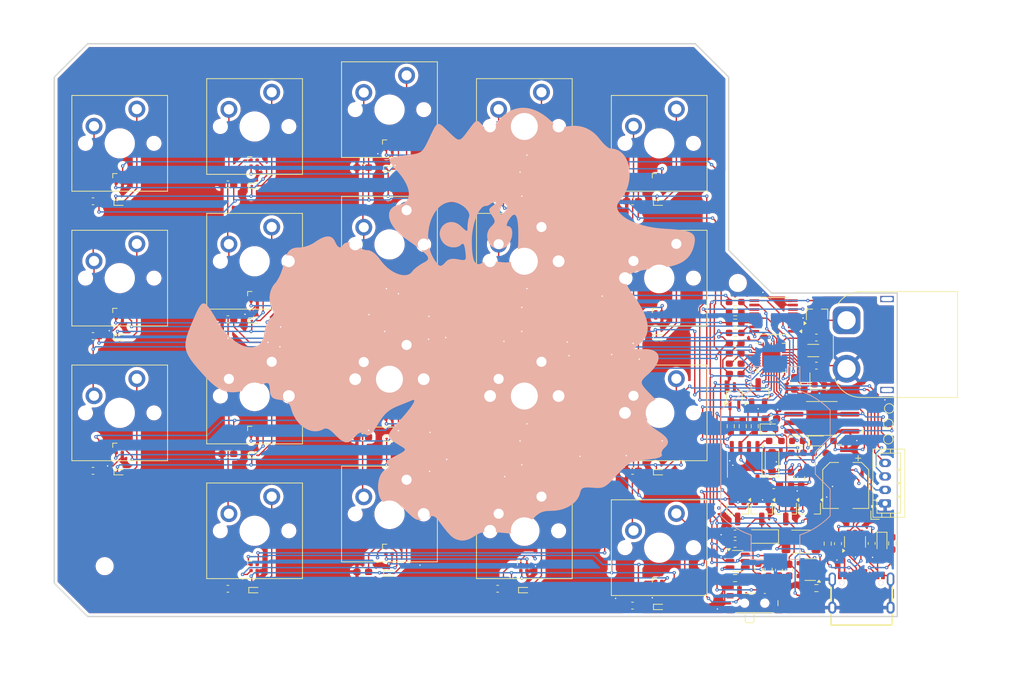
<source format=kicad_pcb>
(kicad_pcb (version 20241229) (generator "pcbnew") (generator_version "9.0")
  (title_block (title "Tastatur") (date "2025-07-25") (rev "0") (company "Daniel P. (steewBSD)"))
  (layers (0 "F.Cu" signal) (2 "B.Cu" signal) (13 "F.Paste" user) (15 "B.Paste" user) (5 "F.SilkS" user "F.Silkscreen") (7 "B.SilkS" user "B.Silkscreen") (1 "F.Mask" user) (3 "B.Mask" user) (25 "Edge.Cuts" user))
  (net 0 "")
  (net 1 "GND")
  (net 2 "/VBUS")
  (net 3 "/ROW1")
  (net 4 "/ROW2")
  (net 5 "/ROW3")
  (net 6 "/COL0")
  (net 7 "+5VUSB")
  (net 8 "/VBAT")
  (net 9 "+3V3USB")
  (net 10 "+3V3")
  (net 11 "/D+")
  (net 12 "/D-")
  (net 13 "/ED-")
  (net 14 "/ED+")
  (net 15 "+5VBAT")
  (net 16 "/MOSI")
  (net 17 "/MISO")
  (net 18 "/SCK")
  (net 19 "+5V")
  (net 20 "Net-(U102-VINTA)")
  (net 21 "Net-(U102-VDCID)")
  (net 22 "Net-(U102-VDCIA)")
  (net 23 "/Matrix/LEDDATA0")
  (net 24 "/Matrix/LEDDATA1")
  (net 25 "/Matrix/LEDDATA2")
  (net 26 "/Matrix/LEDDATA3")
  (net 27 "/LEDSEL0")
  (net 28 "/LEDDATA")
  (net 29 "/LEDSEL1")
  (net 30 "/LEDTOGGLE")
  (net 31 "Net-(U102-X32MI)")
  (net 32 "+3V3BAT")
  (net 33 "Net-(U102-X32MO)")
  (net 34 "Net-(C109-Pad1)")
  (net 35 "Net-(D102-A)")
  (net 36 "Net-(D103-A)")
  (net 37 "Net-(D103-K)")
  (net 38 "Net-(D104-A)")
  (net 39 "Net-(D104-K)")
  (net 40 "Net-(D105-K)")
  (net 41 "Net-(D106-A)")
  (net 42 "Net-(D206-A)")
  (net 43 "Net-(D207-A)")
  (net 44 "Net-(D208-A)")
  (net 45 "Net-(D209-A)")
  (net 46 "Net-(D210-A)")
  (net 47 "Net-(D216-A)")
  (net 48 "Net-(D217-A)")
  (net 49 "Net-(D218-A)")
  (net 50 "Net-(D219-A)")
  (net 51 "/TCK")
  (net 52 "/TIO")
  (net 53 "Net-(J103-Pin_1)")
  (net 54 "Net-(U102-VSW)")
  (net 55 "Net-(Q105-G)")
  (net 56 "Net-(USB101-CC2)")
  (net 57 "Net-(USB101-CC1)")
  (net 58 "Net-(U103-EN)")
  (net 59 "Net-(U104-FB)")
  (net 60 "Net-(U105-PROG)")
  (net 61 "Net-(U107A-+)")
  (net 62 "Net-(R114-Pad1)")
  (net 63 "Net-(AE101-A)")
  (net 66 "Net-(U107B--)")
  (net 69 "Net-(D251-DIN)")
  (net 70 "Net-(D251-DOUT)")
  (net 71 "Net-(D254-DOUT)")
  (net 73 "Net-(D256-DIN)")
  (net 74 "Net-(D261-DIN)")
  (net 75 "Net-(D266-DIN)")
  (net 76 "Net-(D201-A)")
  (net 77 "Net-(D202-A)")
  (net 78 "Net-(D203-A)")
  (net 79 "Net-(D204-A)")
  (net 80 "Net-(D205-A)")
  (net 81 "Net-(D211-A)")
  (net 82 "Net-(D212-A)")
  (net 83 "Net-(D213-A)")
  (net 84 "Net-(D214-A)")
  (net 85 "Net-(D215-A)")
  (net 86 "/ROW0")
  (net 87 "/COL1")
  (net 88 "/COL2")
  (net 89 "/COL3")
  (net 90 "/COL4")
  (net 92 "Net-(D268-DOUT)")
  (net 93 "Net-(D267-DOUT)")
  (net 94 "Net-(D266-DOUT)")
  (net 96 "Net-(D264-DOUT)")
  (net 97 "Net-(D263-DOUT)")
  (net 98 "Net-(D262-DOUT)")
  (net 99 "Net-(D261-DOUT)")
  (net 101 "Net-(D259-DOUT)")
  (net 102 "Net-(D258-DOUT)")
  (net 103 "Net-(D257-DOUT)")
  (net 104 "Net-(D256-DOUT)")
  (net 105 "Net-(D253-DOUT)")
  (net 106 "Net-(D252-DOUT)")
  (footprint "PCM_Switch_Keyboard_Cherry_MX:SW_Cherry_MX_PCB_1.00u" (layer "F.Cu") (at 103.13 87.13)
    (property "Reference" "SW207" (hide yes))
    (property "Value" "SW_Push" (hide yes))
  )
  (footprint "LED_SMD:LED_SK6812_EC15_1.5x1.5mm" (layer "F.Cu") (at 163.06 115.08)
    (property "Reference" "D265" (hide yes))
    (property "Value" "SK6805-EC15" (hide yes))
  )
  (footprint "Capacitor_SMD:C_0603_1608Metric_Pad1.08x0.95mm_HandSolder" (layer "F.Cu") (at 79.1725 98.23)
    (property "Reference" "C206" (hide yes))
    (property "Value" "100n" (hide yes))
  )
  (footprint "Package_TO_SOT_SMD:SOT-23_Handsoldering" (layer "F.Cu") (at 181.894 123.878 -90)
    (property "Reference" "Q107" (hide yes))
    (property "Value" "SI2301CDS-T1-GE3" (hide yes))
  )
  (footprint "easyeda2kicad:USB-C-SMD_TYPE-C-6PIN-2MD-073" (layer "F.Cu") (at 193.11 136.144)
    (property "Reference" "USB101" (hide yes))
    (property "Value" "TYPE-C 16PIN 2MD(073)" (hide yes))
  )
  (footprint "Button_Switch_SMD:SW_SPDT_PCM12" (layer "F.Cu") (at 177.286 137.542)
    (property "Reference" "SW221" (hide yes))
    (property "Value" "MK-12C02-G020" (hide yes))
  )
  (footprint "Capacitor_SMD:C_0603_1608Metric_Pad1.08x0.95mm_HandSolder" (layer "F.Cu") (at 119.1725 93.23)
    (property "Reference" "C208" (hide yes))
    (property "Value" "100n" (hide yes))
  )
  (footprint "Diode_SMD:D_SOD-923" (layer "F.Cu") (at 123.13 113.43)
    (property "Reference" "D213" (hide yes))
    (property "Value" "RB521CS-30" (hide yes))
  )
  (footprint "Package_TO_SOT_SMD:SOT-23_Handsoldering" (layer "F.Cu") (at 185.45 123.878 -90)
    (property "Reference" "Q103" (hide yes))
    (property "Value" "SI2301CDS-T1-GE3" (hide yes))
  )
  (footprint "LED_SMD:LED_SK6812_EC15_1.5x1.5mm" (layer "F.Cu") (at 163.06 135.08)
    (property "Reference" "D269" (hide yes))
    (property "Value" "SK6805-EC15" (hide yes))
  )
  (footprint "Capacitor_SMD:C_0603_1608Metric_Pad1.08x0.95mm_HandSolder" (layer "F.Cu") (at 159.1725 138.23)
    (property "Reference" "C219" (hide yes))
    (property "Value" "100n" (hide yes))
  )
  (footprint "LED_SMD:LED_SK6812_EC15_1.5x1.5mm" (layer "F.Cu") (at 143.06 72.58)
    (property "Reference" "D254" (hide yes))
    (property "Value" "SK6805-EC15" (hide yes))
  )
  (footprint "Crystal:Crystal_SMD_2016-4Pin_2.0x1.6mm" (layer "F.Cu") (at 186.882 104.902)
    (property "Reference" "Y101" (hide yes))
    (property "Value" "32MHz" (hide yes))
  )
  (footprint "PCM_Switch_Keyboard_Cherry_MX:SW_Cherry_MX_PCB_1.00u" (layer "F.Cu") (at 123.13 64.63)
    (property "Reference" "SW203" (hide yes))
    (property "Value" "SW_Push" (hide yes))
  )
  (footprint "LED_SMD:LED_SK6812_EC15_1.5x1.5mm" (layer "F.Cu") (at 103.06 112.58)
    (property "Reference" "D262" (hide yes))
    (property "Value" "SK6805-EC15" (hide yes))
  )
  (footprint "Capacitor_SMD:C_0603_1608Metric_Pad1.08x0.95mm_HandSolder" (layer "F.Cu") (at 186.436 102.616 180)
    (property "Reference" "C101" (hide yes))
    (property "Value" "470n" (hide yes))
  )
  (footprint "Resistor_SMD:R_0603_1608Metric_Pad0.98x0.95mm_HandSolder" (layer "F.Cu") (at 174.3975 94.71 180)
    (property "Reference" "R201" (hide yes))
    (property "Value" "500R" (hide yes))
  )
  (footprint "Diode_SMD:D_SOD-923" (layer "F.Cu") (at 103.13 95.93)
    (property "Reference" "D207" (hide yes))
    (property "Value" "RB521CS-30" (hide yes))
  )
  (footprint "steew:CH592F" (layer "F.Cu") (at 179.754 101.461)
    (property "Reference" "U102" (hide yes))
    (property "Value" "CH592F" (hide yes))
  )
  (footprint "LED_SMD:LED_SK6812_EC15_1.5x1.5mm" (layer "F.Cu") (at 83.06 115.08)
    (property "Reference" "D261" (hide yes))
    (property "Value" "SK6805-EC15" (hide yes))
  )
  (footprint "Capacitor_SMD:C_0603_1608Metric_Pad1.08x0.95mm_HandSolder" (layer "F.Cu") (at 99.1725 95.73)
    (property "Reference" "C207" (hide yes))
    (property "Value" "100n" (hide yes))
  )
  (footprint "Diode_SMD:D_SOD-923" (layer "F.Cu") (at 143.13 115.93)
    (property "Reference" "D214" (hide yes))
    (property "Value" "RB521CS-30" (hide yes))
  )
  (footprint "PCM_Switch_Keyboard_Cherry_MX:SW_Cherry_MX_PCB_1.00u" (layer "F.Cu") (at 103.13 127.13)
    (property "Reference" "SW216" (hide yes))
    (property "Value" "SW_Push" (hide yes))
  )
  (footprint "PCM_Switch_Keyboard_Cherry_MX:SW_Cherry_MX_PCB_1.00u" (layer "F.Cu") (at 103.13 107.13)
    (property "Reference" "SW212" (hide yes))
    (property "Value" "SW_Push" (hide yes))
  )
  (footprint "LED_SMD:LED_SK6812_EC15_1.5x1.5mm" (layer "F.Cu") (at 163.06 75.08)
    (property "Reference" "D255" (hide yes))
    (property "Value" "SK6805-EC15" (hide yes))
  )
  (footprint "Diode_SMD:D_SOD-923" (layer "F.Cu") (at 163.13 78.43)
    (property "Reference" "D205" (hide yes))
    (property "Value" "RB521CS-30" (hide yes))
  )
  (footprint "Capacitor_SMD:C_0603_1608Metric_Pad1.08x0.95mm_HandSolder" (layer "F.Cu") (at 79.1725 78.23)
    (property "Reference" "C201" (hide yes))
    (property "Value" "100n" (hide yes))
  )
  (footprint "Capacitor_SMD:C_0603_1608Metric_Pad1.08x0.95mm_HandSolder" (layer "F.Cu") (at 119.1725 73.23)
    (property "Reference" "C203" (hide yes))
    (property "Value" "100n" (hide yes))
  )
  (footprint "Package_SO:SOIC-8_3.9x4.9mm_P1.27mm" (layer "F.Cu") (at 175.798 117.251 -90)
    (property "Reference" "U107" (hide yes))
    (property "Value" "LM393" (hide yes))
  )
  (footprint "Resistor_SMD:R_0603_1608Metric_Pad0.98x0.95mm_HandSolder" (layer "F.Cu") (at 186.436 135.636)
    (property "Reference" "R103" (hide yes))
    (property "Value" "0R" (hide yes))
  )
  (footprint "LED_SMD:LED_0603_1608Metric" (layer "F.Cu") (at 179.578 112.014)
    (property "Reference" "D106" (hide yes))
    (property "Value" "RED" (hide yes))
  )
  (footprint "TestPoint:TestPoint_Pad_D1.0mm" (layer "F.Cu") (at 197.231 108.966)
    (property "Reference" "TP101" (hide yes))
    (property "Value" "TestPoint" (hide yes))
  )
  (footprint "Inductor_SMD:L_0603_1608Metric_Pad1.05x0.95mm_HandSolder" (layer "F.Cu") (at 174.3975 102.33)
    (property "Reference" "L101" (hide yes))
    (property "Value" "10u" (hide yes))
  )
  (footprint "Diode_SMD:D_SOD-923" (layer "F.Cu") (at 163.13 118.43)
    (property "Reference" "D215" (hide yes))
    (property "Value" "RB521CS-30" (hide yes))
  )
  (footprint "LED_SMD:LED_SK6812_EC15_1.5x1.5mm" (layer "F.Cu") (at 123.06 110.08)
    (property "Reference" "D263" (hide yes))
    (property "Value" "SK6805-EC15" (hide yes))
  )
  (footprint "Capacitor_SMD:C_0603_1608Metric_Pad1.08x0.95mm_HandSolder" (layer "F.Cu") (at 139.1725 75.73)
    (property "Reference" "C204" (hide yes))
    (property "Value" "100n" (hide yes))
  )
  (footprint "Resistor_SMD:R_0603_1608Metric_Pad0.98x0.95mm_HandSolder" (layer "F.Cu") (at 189.8885 113.792)
    (property "Reference" "R109" (hide yes))
    (property "Value" "2k2" (hide yes))
  )
  (footprint "Resistor_SMD:R_0603_1608Metric_Pad0.98x0.95mm_HandSolder" (layer "F.Cu") (at 180.34 113.792)
    (property "Reference" "R114" (hide yes))
    (property "Value" "330R" (hide yes))
  )
  (footprint "Diode_SMD:D_SOD-923" (layer "F.Cu") (at 123.13 133.43)
    (property "Reference" "D217" (hide yes))
    (property "Value" "RB521CS-30" (hide yes))
  )
  (footprint "Resistor_SMD:R_0603_1608Metric_Pad0.98x0.95mm_HandSolder" (layer "F.Cu") (at 174.3775 134.146 180)
    (property "Reference" "R205" (hide yes))
    (property "Value" "50k" (hide yes))
  )
  (footprint "LED_SMD:LED_SK6812_EC15_1.5x1.5mm" (layer "F.Cu") (at 83.06 75.08)
    (property "Reference" "D251" (hide yes))
    (property "Value" "SK6805-EC15" (hide yes))
  )
  (footprint "Capacitor_SMD:C_0603_1608Metric_Pad1.08x0.95mm_HandSolder" (layer "F.Cu") (at 180.116 120.364 180)
    (property "Reference" "C114" (hide yes))
    (property "Value" "100n" (hide yes))
  )
  (footprint "Resistor_SMD:R_0603_1608Metric_Pad0.98x0.95mm_HandSolder" (layer "F.Cu") (at 186.9205 115.57)
    (property "Reference" "R106" (hide yes))
    (property "Value" "330R" (hide yes))
  )
  (footprint "Capacitor_SMD:C_0603_1608Metric_Pad1.08x0.95mm_HandSolder" (layer "F.Cu") (at 182.402 132.9635 -90)
    (property "Reference" "C110" (hide yes))
    (property "Value" "22u" (hide yes))
  )
  (footprint "Package_TO_SOT_SMD:SOT-23-6" (layer "F.Cu") (at 192.1623 128.778 90)
    (property "Reference" "U101" (hide yes))
    (property "Value" "USBLC6-2SC6" (hide yes))
  )
  (footprint "Resistor_SMD:R_0603_1608Metric_Pad0.98x0.95mm_HandSolder" (layer "F.Cu") (at 177.292 111.6095 90)
    (property "Reference" "R113" (hide yes))
    (property "Value" "56k" (hide yes))
  )
  (footprint "LED_SMD:LED_0603_1608Metric" (layer "F.Cu") (at 186.692 113.792)
    (property "Reference" "D103" (hide yes))
    (property "Value" "GREEN" (hide yes))
  )
  (footprint "Connector_JST:JST_PH_B4B-PH-K_1x04_P2.00mm_Vertical" (layer "F.Cu") (at 196.626 123.062 90)
    (property "Reference" "J102" (hide yes))
    (property "Value" "Conn_01x04_Pin" (hide yes))
  )
  (footprint "Capacitor_SMD:C_0603_1608Metric_Pad1.08x0.95mm_HandSolder" (layer "F.Cu") (at 183.158 105.2565 -90)
    (property "Reference" "C106" (hide yes))
    (property "Value" "10p" (hide yes))
  )
  (footprint "Inductor_SMD:L_0603_1608Metric_Pad1.05x0.95mm_HandSolder" (layer "F.Cu") (at 174.3775 129.066)
    (property "Reference" "L102" (hide yes))
    (property "Value" "4u7" (hide yes))
  )
  (footprint "PCM_Switch_Keyboard_Cherry_MX:SW_Cherry_MX_PCB_1.00u" (layer "F.Cu") (at 123.13 104.63)
    (property "Reference" "SW213" (hide yes))
    (property "Value" "SW_Push" (hide yes))
  )
  (footprint "Fuse:Fuse_1812_4532Metric_Pad1.30x3.40mm_HandSolder" (layer "F.Cu") (at 184.15 128.746 180)
    (property "Reference" "F101" (hide yes))
    (property "Value" "1812L050/30PR" (hide yes))
  )
  (footprint "LED_SMD:LED_SK6812_EC15_1.5x1.5mm" (layer "F.Cu") (at 163.06 95.08)
    (property "Reference" "D260" (hide yes))
    (property "Value" "SK6805-EC15" (hide yes))
  )
  (footprint "Package_TO_SOT_SMD:SOT-23-6" (layer "F.Cu") (at 174.753 131.606)
    (property "Reference" "U104" (hide yes))
    (property "Value" "MT3608" (hide yes))
  )
  (footprint "MountingHole:MountingHole_2.2mm_M2_ISO7380" (layer "F.Cu") (at 80.899674 132.377527)
    (property "Reference" "H201" (hide yes))
    (property "Value" "MountingHole" (hide yes))
  )
  (footprint "Capacitor_SMD:C_0603_1608Metric_Pad1.08x0.95mm_HandSolder" (layer "F.Cu") (at 139.1725 95.73)
    (property "Reference" "C209" (hide yes))
    (property "Value" "100n" (hide yes))
  )
  (footprint "Resistor_SMD:R_0603_1608Metric_Pad0.98x0.95mm_HandSolder" (layer "F.Cu") (at 184.18 119.348 90)
    (property "Reference" "R111" (hide yes))
    (property "Value" "33k" (hide yes))
  )
  (footprint "Resistor_SMD:R_0603_1608Metric_Pad0.98x0.95mm_HandSolder" (layer "F.Cu") (at 175.514 111.6095 90)
    (property "Reference" "R108" (hide yes))
    (property "Value" "50k" (hide yes))
  )
  (footprint "Resistor_SMD:R_0603_1608Metric_Pad0.98x0.95mm_HandSolder" (layer "F.Cu") (at 183.6185 115.57)
    (property "Reference" "R107" (hide yes))
    (property "Value" "330R" (hide yes))
  )
  (footprint "LED_SMD:LED_SK6812_EC15_1.5x1.5mm" (layer "F.Cu") (at 103.06 72.58)
    (property "Reference" "D252" (hide yes))
    (property "Value" "SK6805-EC15" (hide yes))
  )
  (footprint "Package_SO:SOP-8-1EP_4.57x4.57mm_P1.27mm_EP4.57x4.45mm" (layer "F.Cu") (at 187.239 110.457 180)
    (property "Reference" "U105" (hide yes))
    (property "Value" "TP4056-42-ESOP8" (hide yes))
  )
  (footprint "Diode_SMD:D_SOD-923" (layer "F.Cu") (at 143.13 75.93)
    (property "Reference" "D204" (hide yes))
    (property "Value" "RB521CS-30" (hide yes))
  )
  (footprint "Resistor_SMD:R_0603_1608Metric_Pad0.98x0.95mm_HandSolder" (layer "F.Cu") (at 174.3975 96.234 180)
    (property "Reference" "R202" (hide yes))
    (property "Value" "500R" (hide yes))
  )
  (footprint "LED_SMD:LED_SK6812_EC15_1.5x1.5mm" (layer "F.Cu") (at 103.06 92.58)
    (property "Reference" "D257" (hide yes))
    (property "Value" "SK6805-EC15" (hide yes))
  )
  (footprint "Capacitor_SMD:C_0603_1608Metric_Pad1.08x0.95mm_HandSolder" (layer "F.Cu") (at 159.1725 118.23)
    (property "Reference" "C215" (hide yes))
    (property "Value" "100n" (hide yes))
  )
  (footprint "LED_SMD:LED_SK6812_EC15_1.5x1.5mm" (layer "F.Cu") (at 143.06 112.58)
    (property "Reference" "D264" (hide yes))
    (property "Value" "SK6805-EC15" (hide yes))
  )
  (footprint "Capacitor_SMD:C_0603_1608Metric_Pad1.08x0.95mm_HandSolder" (layer "F.Cu") (at 174.3975 103.854 180)
    (property "Reference" "C104" (hide yes))
    (property "Value" "2u2" (hide yes))
  )
  (footprint "PCM_Switch_Keyboard_Cherry_MX:SW_Cherry_MX_PCB_1.00u" (layer "F.Cu") (at 83.13 109.63)
    (property "Reference" "SW211" (hide yes))
    (property "Value" "SW_Push" (hide yes))
  )
  (footprint "Diode_SMD:D_SOD-923" (layer "F.Cu") (at 83.13 118.43)
    (property "Reference" "D211" (hide yes))
    (property "Value" "RB521CS-30" (hide yes))
  )
  (footprint "Diode_SMD:D_SOD-923" (layer "F.Cu") (at 83.13 98.43)
    (property "Reference" "D206" (hide yes))
    (property "Value" "RB521CS-30" (hide yes))
  )
  (footprint "Capacitor_SMD:C_0603_1608Metric_Pad1.08x0.95mm_HandSolder" (layer "F.Cu") (at 99.1725 115.73)
    (property "Reference" "C212" (hide yes))
    (property "Value" "100n" (hide yes))
  )
  (footprint "LED_SMD:LED_SK6812_EC15_1.5x1.5mm" (layer "F.Cu") (at 123.06 90.08)
    (property "Reference" "D258" (hide yes))
    (property "Value" "SK6805-EC15" (hide yes))
  )
  (footprint "PCM_Switch_Keyboard_Cherry_MX:SW_Cherry_MX_PCB_1.00u" (layer "F.Cu") (at 163.13 109.63)
    (property "Reference" "SW215" (hide yes))
    (property "Value" "SW_Push" (hide yes))
  )
  (footprint "Resistor_SMD:R_0603_1608Metric_Pad0.98x0.95mm_HandSolder" (layer "F.Cu") (at 182.656 119.348 90)
    (property "Reference" "R112" (hide yes))
    (property "Value" "51k" (hide yes))
  )
  (footprint "Capacitor_SMD:C_0603_1608Metric_Pad1.08x0.95mm_HandSolder" (layer "F.Cu") (at 186.436 98.4504 180)
    (property "Reference" "C103" (hide yes))
    (property "Value" "100n" (hide yes))
  )
  (footprint "MountingHole:MountingHole_2.2mm_M2_ISO7380" (layer "F.Cu") (at 174.788761 90.3524)
    (property "Reference" "H202" (hide yes))
    (property "Value" "MountingHole" (hide yes))
  )
  (footprint "Package_TO_SOT_SMD:SOT-323_SC-70_Handsoldering" (layer "F.Cu") (at 174.274 107.156 90)
    (property "Reference" "Q106" (hide yes))
    (property "Value" "2N7002HW" (hide yes))
  )
  (footprint "Resistor_SMD:R_0603_1608Metric_Pad0.98x0.95mm_HandSolder" (layer "F.Cu") (at 197.684 129 90)
    (property "Reference" "R101" (hide yes))
    (property "Value" "5k1" (hide yes))
  )
  (footprint "LED_SMD:LED_0603_1608Metric" (layer "F.Cu") (at 183.6185 113.792)
    (property "Reference" "D104" (hide yes))
    (property "Value" "RED" (hide yes))
  )
  (footprint "Capacitor_SMD:C_0603_1608Metric_Pad1.08x0.95mm_HandSolder" (layer "F.Cu") (at 99.1725 135.73)
    (property "Reference" "C216" (hide yes))
    (property "Value" "100n" (hide yes))
  )
  (footprint "Diode_SMD:D_SOD-923" (layer "F.Cu") (at 103.13 135.93)
    (property "Reference" "D216" (hide yes))
    (property "Value" "RB521CS-30" (hide yes))
  )
  (footprint "Diode_SMD:D_SOD-923" (layer "F.Cu") (at 143.13 135.93)
    (property "Reference" "D218" (hide yes))
    (property "Value" "RB521CS-30" (hide yes))
  )
  (footprint "Diode_SMD:D_SOD-923" (layer "F.Cu") (at 143.13 95.93)
    (property "Reference" "D209" (hide yes))
    (property "Value" "RB521CS-30" (hide yes))
  )
  (footprint "Connector_AMASS:AMASS_XT60PW-M_1x02_P7.20mm_Horizontal" (layer "F.Cu") (at 190.9064 95.885 -90)
    (property "Reference" "J103" (hide yes))
    (property "Value" "XT60PW-M" (hide yes))
  )
  (footprint "Capacitor_SMD:C_0603_1608Metric_Pad1.08x0.95mm_HandSolder" (layer "F.Cu") (at 139.1725 115.73)
    (property "Reference" "C214" (hide yes))
    (property "Value" "100n" (hide yes))
  )
  (footprint "Capacitor_SMD:C_0603_1608Metric_Pad1.08x0.95mm_HandSolder" (layer "F.Cu") (at 174.3775 127.542)
    (property "Reference" "C108" (hide yes))
    (property "Value" "22u" (hide yes))
  )
  (footprint "Capacitor_SMD:C_0603_1608Metric_Pad1.08x0.95mm_HandSolder" (layer "F.Cu") (at 79.1725 118.23)
    (property "Reference" "C211" (hide yes))
    (property "Value" "100n" (hide yes))
  )
  (footprint "PCM_Switch_Keyboard_Cherry_MX:SW_Cherry_MX_PCB_1.00u" (layer "F.Cu") (at 143.13 87.13)
    (property "Reference" "SW209" (hide yes))
    (property "Value" "SW_Push" (hide yes))
  )
  (footprint "Diode_SMD:D_SOD-923" (layer "F.Cu") (at 83.13 78.43)
    (property "Reference" "D201" (hide yes))
    (property "Value" "RB521CS-30" (hide yes))
  )
  (footprint "Diode_SMD:D_SOD-923" (layer "F.Cu") (at 103.13 115.93)
    (property "Reference" "D212" (hide yes))
    (property "Value" "RB521CS-30" (hide yes))
  )
  (footprint "LED_SMD:LED_SK6812_EC15_1.5x1.5mm" (layer "F.Cu") (at 143.06 132.58)
    (property "Reference" "D268" (hide yes))
    (property "Value" "SK6805-EC15" (hide yes))
  )
  (footprint "Diode_SMD:D_SOD-923" (layer "F.Cu") (at 123.13 93.43)
    (property "Reference" "D208" (hide yes))
    (property "Value" "RB521CS-30" (hide yes))
  )
  (footprint "Capacitor_SMD:C_0603_1608Metric_Pad1.08x0.95mm_HandSolder" (layer "F.Cu") (at 179.6785 110.49 180)
    (property "Reference" "C111" (hide yes))
    (property "Value" "10u" (hide yes))
  )
  (footprint "PCM_Switch_Keyboard_Cherry_MX:SW_Cherry_MX_PCB_1.00u" (layer "F.Cu") (at 143.13 67.13)
    (property "Reference" "SW204" (hide yes))
    (property "Value" "SW_Push" (hide yes))
  )
  (footprint "TestPoint:TestPoint_Pad_D1.0mm" (layer "F.Cu") (at 197.104 111.252)
    (property "Reference" "TP104" (hide yes))
    (property "Value" "TestPoint" (hide yes))
  )
  (footprint "Capacitor_SMD:C_0603_1608Metric_Pad1.08x0.95mm_HandSolder" (layer "F.Cu") (at 174.3975 99.282)
    (property "Reference" "C113" (hide yes))
    (property "Value" "100n" (hide yes))
  )
  (footprint "Resistor_SMD:R_0603_1608Metric_Pad0.98x0.95mm_HandSolder" (layer "F.Cu") (at 173.736 111.6095 -90)
    (property "Reference" "R110" (hide yes))
    (property "Value" "50k" (hide yes))
  )
  (footprint "Capacitor_SMD:C_0603_1608Metric_Pad1.08x0.95mm_HandSolder" (layer "F.Cu") (at 119.1725 133.23)
    (property "Reference" "C217" (hide yes))
    (property "Value" "100n" (hide yes))
  )
  (footprint "LED_SMD:LED_SK6812_EC15_1.5x1.5mm" (layer "F.Cu") (at 103.06 132.58)
    (property "Reference" "D266" (hide yes))
    (property "Value" "SK6805-EC15" (hide yes))
  )
  (footprint "Capacitor_SMD:C_0603_1608Metric_Pad1.08x0.95mm_HandSolder" (layer "F.Cu") (at 159.1725 98.23)
    (property "Reference" "C210" (hide yes))
    (property "Value" "100n" (hide yes))
  )
  (footprint "PCM_Switch_Keyboard_Cherry_MX:SW_Cherry_MX_PCB_1.00u" (layer "F.Cu") (at 163.13 89.63)
    (property "Reference" "SW210" (hide yes))
    (property "Value" "SW_Push" (hide yes))
  )
  (footprint "Diode_SMD:D_SOD-923" (layer "F.Cu") (at 103.13 75.93)
    (property "Reference" "D202" (hide yes))
    (property "Value" "RB521CS-30" (hide yes))
  )
  (footprint "Capacitor_SMD:C_0603_1608Metric_Pad1.08x0.95mm_HandSolder" (layer "F.Cu") (at 194.636 129 -90)
    (property "Reference" "C109" (hide yes))
    (property "Value" "10u" (hide yes))
  )
  (footprint "Inductor_SMD:L_0603_1608Metric_Pad1.05x0.95mm_HandSolder" (layer "F.Cu") (at 189.6364 129.032 90)
    (property "Reference" "L103" (hide yes))
    (property "Value" "120 Ohm @ 100 MHz" (hide yes))
  )
  (footprint "Diode_SMD:D_SOD-123F" (layer "F.Cu") (at 179.862 116.932 90)
    (property "Reference" "D105" (hide yes))
    (property "Value" "DDZ9678-7" (hide yes))
  )
  (footprint "Capacitor_SMD:C_0603_1608Metric_Pad1.08x0.95mm_HandSolder" (layer "F.Cu") (at 119.1725 113.23)
    (property "Reference" "C213" (hide yes))
    (property "Value" "100n" (hide yes))
  )
  (footprint "Diode_SMD:D_0603_1608Metric_Pad1.05x0.95mm_HandSolder" (layer "F.Cu") (at 196.16 129 -90)
    (property "Reference" "D101" (hide yes))
    (property "Value" "CPDUR5V0HE-HF" (hide yes))
  )
  (footprint "Capacitor_SMD:C_0603_1608Metric_Pad1.08x0.95mm_HandSolder" (layer "F.Cu") (at 99.1725 75.73)
    (property "Reference" "C202" (hide yes))
    (property "Value" "100n" (hide yes))
  )
  (footprint "LED_SMD:LED_SK6812_EC15_1.5x1.5mm" (layer "F.Cu") (at 143.06 92.58)
    (property "Reference" "D259" (hide yes))
    (property "Value" "SK6805-EC15" (hide yes))
  )
  (footprint "Resistor_SMD:R_0603_1608Metric_Pad0.98x0.95mm_HandSolder" (layer "F.Cu") (at 188.1124 129.032 90)
    (property "Reference" "R102" (hide yes))
    (property "Value" "5k1" (hide yes))
  )
  (footprint "Capacitor_SMD:C_0603_1608Metric_Pad1.08x0.95mm_HandSolder" (layer "F.Cu") (at 159.1725 78.23)
    (property "Reference" "C205" (hide yes))
    (property "Value" "100n" (hide yes))
  )
  (footprint "PCM_Switch_Keyboard_Cherry_MX:SW_Cherry_MX_PCB_1.00u" (layer "F.Cu") (at 83.13 89.63)
    (property "Reference" "SW206" (hide yes))
    (property "Value" "SW_Push" (hide yes))
  )
  (footprint "Package_TO_SOT_SMD:SOT-23_Handsoldering" (layer "F.Cu") (at 178.338 123.878 -90)
    (property "Reference" "Q101" (hide yes))
    (property "Value" "SI2301CDS-T1-GE3" (hide yes))
  )
  (footprint "Capacitor_SMD:C_0603_1608Metric_Pad1.08x0.95mm_HandSolder" (layer "F.Cu") (at 139.1725 135.73)
    (property "Reference" "C218" (hide yes))
    (property "Value" "100n" (hide yes))
  )
  (footprint "Inductor_SMD:L_1206_3216Metric" (layer "F.Cu") (at 185.9788 100.3808)
    (property "Reference" "AE101" (hide yes))
    (property "Value" "Antenna_Shield" (hide yes))
  )
  (footprint "PCM_Switch_Keyboard_Cherry_MX:SW_Cherry_MX_PCB_1.00u" (layer "F.Cu") (at 103.13 67.13)
    (property "Reference" "SW202" (hide yes))
    (property "Value" "SW_Push" (hide yes))
  )
  (footprint "PCM_Switch_Keyboard_Cherry_MX:SW_Cherry_MX_PCB_1.00u" (layer "F.Cu") (at 143.13 127.13)
    (property "Reference" "SW218" (hide yes))
    (property "Value" "SW_Push" (hide yes))
  )
  (footprint "PCM_Switch_Keyboard_Cherry_MX:SW_Cherry_MX_PCB_1.00u" (layer "F.Cu") (at 163.13 69.63)
    (property "Reference" "SW205" (hide yes))
    (property "Value" "SW_Push" (hide yes))
  )
  (footprint "Diode_SMD:D_SOD-923" (layer "F.Cu") (at 123.13 73.43)
    (property "Reference" "D203" (hide yes))
    (property "Value" "RB521CS-30" (hide yes))
  )
  (footprint "Diode_SMD:D_SOD-123" (layer "F.Cu") (at 178.464 127.984 180)
    (property "Reference" "D102" (hide yes))
    (property "Value" "LMBR130T1G" (hide yes))
  )
  (footprint "PCM_Switch_Keyboard_Cherry_MX:SW_Cherry_MX_PCB_1.00u" (layer "F.Cu") (at 123.13 84.63)
    (property "Reference" "SW208" (hide yes))
    (property "Value" "SW_Push" (hide yes))
  )
  (footprint "PCM_Switch_Keyboard_Cherry_MX:SW_Cherry_MX_PCB_1.00u" (layer "F.Cu") (at 143.13 107.13)
    (property "Reference" "SW214" (hide yes))
    (property "Value" "SW_Push" (hide yes))
  )
  (footprint "Capacitor_SMD:C_0603_1608Metric_Pad1.08x0.95mm_HandSolder" (layer "F.Cu") (at 174.3975 100.806 180)
    (property "Reference" "C102" (hide yes))
    (property "Value" "4u7" (hide yes))
  )
  (footprint "PCM_Switch_Keyboard_Cherry_MX:SW_Cherry_MX_PCB_1.00u" (layer "F.Cu") (at 83.13 69.63)
    (property "Reference" "SW201" (hide yes))
    (property "Value" "SW_Push" (hide yes))
  )
  (footprint "Resistor_SMD:R_0603_1608Metric_Pad0.98x0.95mm_HandSolder" (layer "F.Cu") (at 179.354 132.9135 -90)
    (property "Reference" "R105" (hide yes))
    (property "Value" "15k" (hide yes))
  )
  (footprint "Package_TO_SOT_SMD:SOT-23_Handsoldering" (layer "F.Cu") (at 186.532 94.988 90)
    (property "Reference" "Q104" (hide yes))
    (property "Value" "SI2301CDS-T1-GE3" (hide yes))
  )
  (footprint "Diode_SMD:D_SOD-923" (layer "F.Cu") (at 163.13 98.43)
    (property "Reference" "D210" (hide yes))
    (property "Value" "RB521CS-30" (hide yes))
  )
  (footprint "LED_SMD:LED_SK6812_EC15_1.5x1.5mm" (layer "F.Cu") (at 83.06 95.08)
    (property "Reference" "D256" (hide yes))
    (property "Value" "SK6805-EC15" (hide yes))
  )
  (footprint "TestPoint:TestPoint_Pad_D1.0mm" (layer "F.Cu") (at 197.104 113.538)
    (property "Reference" "TP103" (hide yes))
    (property "Value" "TestPoint" (hide yes))
  )
  (footprint "PCM_Switch_Keyboard_Cherry_MX:SW_Cherry_MX_PCB_1.00u" (layer "F.Cu") (at 123.13 124.63)
    (property "Reference" "SW217" (hide yes))
    (property "Value" "SW_Push" (hide yes))
  )
  (footprint "Package_TO_SOT_SMD:SOT-23_Handsoldering" (layer "F.Cu") (at 174.76 123.878 -90)
    (property "Reference" "Q102" (hide yes))
    (property "Value" "SI2301CDS-T1-GE3" (hide yes))
  )
  (footprint "LED_SMD:LED_SK6812_EC15_1.5x1.5mm" (layer "F.Cu") (at 123.06 130.08)
    (property "Reference" "D267" (hide yes))
    (property "Value" "SK6805-EC15" (hide yes))
  )
  (footprint "Package_TO_SOT_SMD:SOT-23-5_HandSoldering" (layer "F.Cu") (at 185.624 132.876 180)
    (property "Reference" "U103" (hide yes))
    (property "Value" "AP2112K-3.3" (hide yes))
  )
  (footprint "Capacitor_SMD:CP_Elec_6.3x7.7" (layer "F.Cu") (at 190.784 120.396 -90)
    (property "Reference" "C112" (hide yes))
    (property "Value" "470u" (hide yes))
  )
  (footprint "Resistor_SMD:R_0603_1608Metric_Pad0.98x0.95mm_HandSolder" (layer "F.Cu") (at 174.3975 97.758 180)
    (property "Reference" "R203" (hide yes))
    (property "Value" "500R" (hide yes))
  )
  (footprint "Resistor_SMD:R_0603_1608Metric_Pad0.98x0.95mm_HandSolder" (layer "F.Cu") (at 174.3975 93.186 180)
    (property "Reference" "R204" (hide yes))
    (property "Value" "500R" (hide yes))
  )
  (footprint "Package_SO:TSSOP-16_4.4x5mm_P0.65mm" (layer "F.Cu") (at 180.086 95.25 180)
    (property "Reference" "U106" (hide yes))
    (property "Value" "CD4052B" (hide yes))
  )
  (footprint "LED_SMD:LED_SK6812_EC15_1.5x1.5mm" (layer "F.Cu") (at 123.06 70.08)
    (property "Reference" "D253" (hide yes))
    (property "Value" "SK6805-EC15" (hide yes))
  )
  (footprint "Capacitor_SMD:C_0603_1608Metric_Pad1.08x0.95mm_HandSolder" (layer "F.Cu") (at 180.878 132.9635 90)
    (property "Reference" "C107" (hide yes))
    (property "Value" "22u" (hide yes))
  )
  (footprint "PCM_Switch_Keyboard_Cherry_MX:SW_Cherry_MX_PCB_1.00u" (layer "F.Cu") (at 163.13 129.63)
    (property "Reference" "SW219" (hide yes))
    (property "Value" "SW_Push" (hide yes))
  )
  (footprint "Capacitor_SMD:C_0603_1608Metric_Pad1.08x0.95mm_HandSolder" (layer "F.Cu") (at 184.658 105.2565 -90)
    (property "Reference" "C105" (hide yes))
    (property "Value" "10p" (hide yes))
  )
  (footprint "Resistor_SMD:R_0603_1608Metric_Pad0.98x0.95mm_HandSolder" (layer "F.Cu") (at 177.83 132.9135 90)
    (property "Reference" "R104" (hide yes))
    (property "Value" "110k" (hide yes))
  )
  (footprint "Package_TO_SOT_SMD:SOT-23_Handsoldering" (layer "F.Cu") (at 177.8 106.926 90)
    (property "Reference" "Q105" (hide yes))
    (property "Value" "SI2301CDS-T1-GE3" (hide yes))
  )
  (footprint "Diode_SMD:D_SOD-923" (layer "F.Cu") (at 163.13 138.43)
    (property "Reference" "D219" (hide yes))
    (property "Value" "RB521CS-30" (hide yes))
  )
  (footprint "Battery:BatteryHolder_Keystone_1058_1x2032" (layer "B.Cu") (at 180.37 117.062 -90)
    (property "Reference" "BT101" (hide yes))
    (property "Value" "Battery_Cell" (hide yes))
  )
  (gr_poly (pts (xy 142.682172 64.3636) (xy 142.399197 64.391256) (xy 142.119025 64.438417) (xy 141.84192 64.505047) (xy 141.568147 64.591112) (xy 141.297969 64.696577) (xy 141.031652 64.821406) (xy 140.769459 64.965564) (xy 140.511655 65.129017) (xy 140.258503 65.311728) (xy 140.010268 65.513664) (xy 139.767215 65.734789) (xy 139.529607 65.975067) (xy 139.29771 66.234464) (xy 139.071786 66.512945) (xy 138.852101 66.810475) (xy 138.638918 67.127017) (xy 138.432502 67.462538) (xy 138.359101 67.584912) (xy 138.291756 67.689974) (xy 138.259827 67.735873) (xy 138.22878 67.777276) (xy 138.198404 67.814127) (xy 138.168488 67.84637) (xy 138.138822 67.873948) (xy 138.109194 67.896806) (xy 138.079395 67.914887) (xy 138.049212 67.928135) (xy 138.018437 67.936494) (xy 137.986857 67.939908) (xy 137.954262 67.938322) (xy 137.920441 67.931678) (xy 137.885185 67.91992) (xy 137.848281 67.902993) (xy 137.80952 67.880841) (xy 137.76869 67.853406) (xy 137.72558 67.820634) (xy 137.679981 67.782468) (xy 137.631681 67.738852) (xy 137.58047 67.68973) (xy 137.526137 67.635046) (xy 137.46847 67.574743) (xy 137.342297 67.437057) (xy 137.200263 67.276224) (xy 137.040683 67.091796) (xy 136.872099 66.896536) (xy 136.722784 66.72805) (xy 136.589595 66.587061) (xy 136.528066 66.527104) (xy 136.469392 66.474293) (xy 136.413179 66.428717) (xy 136.359036 66.390467) (xy 136.306568 66.359634) (xy 136.255384 66.336308) (xy 136.205092 66.320579) (xy 136.155298 66.312538) (xy 136.10561 66.312275) (xy 136.055635 66.31988) (xy 136.004982 66.335445) (xy 135.953257 66.359059) (xy 135.900067 66.390812) (xy 135.845021 66.430796) (xy 135.787726 66.4791) (xy 135.727789 66.535815) (xy 135.664817 66.601031) (xy 135.598418 66.674839) (xy 135.5282 66.757329) (xy 135.453769 66.848591) (xy 135.290701 67.057795) (xy 135.106074 67.303172) (xy 134.896747 67.585448) (xy 134.42044 68.227598) (xy 134.224587 68.48033) (xy 134.050036 68.687862) (xy 133.969133 68.774762) (xy 133.891616 68.850465) (xy 133.816838 68.915003) (xy 133.744152 68.968411) (xy 133.672913 69.010722) (xy 133.602474 69.041971) (xy 133.532187 69.062192) (xy 133.461407 69.071418) (xy 133.389487 69.069683) (xy 133.31578 69.057022) (xy 133.239639 69.033468) (xy 133.160419 68.999055) (xy 133.077472 68.953818) (xy 132.990152 68.89779) (xy 132.897813 68.831005) (xy 132.799807 68.753496) (xy 132.58421 68.566447) (xy 132.338189 68.336913) (xy 131.734183 67.751479) (xy 131.469669 67.495441) (xy 131.236489 67.274955) (xy 131.030797 67.091407) (xy 130.937056 67.013917) (xy 130.848744 66.94618) (xy 130.765379 66.888369) (xy 130.686481 66.840658) (xy 130.611569 66.803218) (xy 130.540162 66.776224) (xy 130.471778 66.759848) (xy 130.405937 66.754263) (xy 130.342158 66.759643) (xy 130.27996 66.776159) (xy 130.218861 66.803986) (xy 130.158381 66.843295) (xy 130.098038 66.894261) (xy 130.037352 66.957056) (xy 129.975842 67.031853) (xy 129.913027 67.118825) (xy 129.848425 67.218146) (xy 129.781557 67.329987) (xy 129.711939 67.454522) (xy 129.639093 67.591925) (xy 129.481787 67.906023) (xy 129.305793 68.273665) (xy 129.107261 68.696234) (xy 128.731186 69.489859) (xy 128.570196 69.812047) (xy 128.420557 70.089736) (xy 128.277254 70.326863) (xy 128.206414 70.431447) (xy 128.135278 70.527367) (xy 128.06322 70.615115) (xy 127.989615 70.695184) (xy 127.913835 70.768067) (xy 127.835254 70.834254) (xy 127.753246 70.894239) (xy 127.667183 70.948513) (xy 127.57644 70.997569) (xy 127.48039 71.0419) (xy 127.378407 71.081996) (xy 127.269864 71.118351) (xy 127.030592 71.181805) (xy 126.757562 71.2362) (xy 126.445763 71.285473) (xy 125.685809 71.384406) (xy 124.660089 71.517403) (xy 124.251793 71.57995) (xy 123.91075 71.644607) (xy 123.635116 71.71493) (xy 123.521252 71.753328) (xy 123.423049 71.794477) (xy 123.340278 71.838822) (xy 123.272707 71.886806) (xy 123.220106 71.938876) (xy 123.182245 71.995475) (xy 123.158894 72.057048) (xy 123.149822 72.124039) (xy 123.154799 72.196895) (xy 123.173595 72.276058) (xy 123.205979 72.361975) (xy 123.25172 72.455089) (xy 123.31059 72.555845) (xy 123.382356 72.664689) (xy 123.563659 72.908415) (xy 123.793786 73.189825) (xy 124.393142 73.879927) (xy 124.759587 74.320026) (xy 125.079164 74.752954) (xy 125.351781 75.176341) (xy 125.577345 75.587819) (xy 125.672455 75.788353) (xy 125.755767 75.98502) (xy 125.82727 76.177527) (xy 125.886953 76.365576) (xy 125.934805 76.548871) (xy 125.970813 76.727116) (xy 125.994967 76.900015) (xy 126.007255 77.067273) (xy 126.007666 77.228592) (xy 125.996187 77.383678) (xy 125.972809 77.532233) (xy 125.937519 77.673962) (xy 125.890305 77.808569) (xy 125.831157 77.935757) (xy 125.760063 78.055231) (xy 125.677012 78.166694) (xy 125.581991 78.26985) (xy 125.47499 78.364404) (xy 125.355997 78.450059) (xy 125.225001 78.526519) (xy 125.081991 78.593488) (xy 124.926954 78.65067) (xy 124.75988 78.697769) (xy 124.580756 78.734488) (xy 124.370077 78.778012) (xy 124.175425 78.83397) (xy 123.996715 78.901832) (xy 123.833862 78.981067) (xy 123.686782 79.071145) (xy 123.555389 79.171536) (xy 123.4396 79.28171) (xy 123.339329 79.401136) (xy 123.254491 79.529283) (xy 123.185003 79.665623) (xy 123.130779 79.809624) (xy 123.091735 79.960757) (xy 123.067786 80.11849) (xy 123.058847 80.282294) (xy 123.064834 80.451639) (xy 123.085661 80.625993) (xy 123.121245 80.804828) (xy 123.1715 80.987612) (xy 123.236342 81.173816) (xy 123.315687 81.362908) (xy 123.409448 81.55436) (xy 123.517543 81.74764) (xy 123.639885 81.942218) (xy 123.776391 82.137565) (xy 123.926976 82.333149) (xy 124.091554 82.52844) (xy 124.270042 82.722909) (xy 124.462354 82.916025) (xy 124.668406 83.107257) (xy 124.888114 83.296076) (xy 125.121392 83.48195) (xy 125.368155 83.664351) (xy 126.659266 84.592072) (xy 127.182353 84.978148) (xy 127.628055 85.31817) (xy 127.999566 85.61649) (xy 128.300081 85.877462) (xy 128.532796 86.105436) (xy 128.700904 86.304766) (xy 128.761729 86.39505) (xy 128.8076 86.479804) (xy 128.838918 86.559574) (xy 128.856081 86.634902) (xy 128.859488 86.706334) (xy 128.849539 86.774412) (xy 128.826634 86.839682) (xy 128.791171 86.902687) (xy 128.74355 86.963972) (xy 128.684171 87.024079) (xy 128.531734 87.14294) (xy 128.337054 87.263623) (xy 128.103328 87.390479) (xy 127.984522 87.454642) (xy 127.864059 87.524049) (xy 127.742774 87.598039) (xy 127.621504 87.675953) (xy 127.501086 87.757132) (xy 127.382355 87.840916) (xy 127.266148 87.926644) (xy 127.153302 88.013658) (xy 127.044653 88.101298) (xy 126.941038 88.188904) (xy 126.843293 88.275816) (xy 126.752254 88.361375) (xy 126.668758 88.444921) (xy 126.593641 88.525795) (xy 126.527741 88.603337) (xy 126.471892 88.676886) (xy 126.391315 88.778274) (xy 126.301837 88.868107) (xy 126.203941 88.946558) (xy 126.09811 89.013799) (xy 125.984829 89.070002) (xy 125.86458 89.115338) (xy 125.737847 89.149979) (xy 125.605113 89.174097) (xy 125.466862 89.187864) (xy 125.323577 89.191452) (xy 125.175742 89.185032) (xy 125.023839 89.168778) (xy 124.868352 89.14286) (xy 124.709765 89.10745) (xy 124.548561 89.06272) (xy 124.385224 89.008842) (xy 124.220236 88.945988) (xy 124.054082 88.87433) (xy 123.887244 88.79404) (xy 123.720206 88.705289) (xy 123.553451 88.60825) (xy 123.387463 88.503094) (xy 123.222726 88.389993) (xy 123.059722 88.269119) (xy 122.898935 88.140643) (xy 122.740848 88.004739) (xy 122.585945 87.861577) (xy 122.434709 87.71133) (xy 122.287624 87.554169) (xy 122.145172 87.390266) (xy 122.007838 87.219793) (xy 121.876105 87.042922) (xy 121.736162 86.852255) (xy 121.598123 86.67419) (xy 121.461933 86.508686) (xy 121.327537 86.3557) (xy 121.194882 86.215192) (xy 121.063912 86.08712) (xy 120.934574 85.971442) (xy 120.806814 85.868117) (xy 120.680576 85.777103) (xy 120.555806 85.698359) (xy 120.432451 85.631844) (xy 120.310455 85.577515) (xy 120.189765 85.535332) (xy 120.070326 85.505252) (xy 119.952083 85.487235) (xy 119.834983 85.481238) (xy 119.739672 85.47815) (xy 119.644709 85.469088) (xy 119.550683 85.454358) (xy 119.458187 85.434265) (xy 119.36781 85.409115) (xy 119.280143 85.379212) (xy 119.195778 85.344862) (xy 119.115305 85.30637) (xy 119.039316 85.26404) (xy 118.9684 85.218179) (xy 118.90315 85.169092) (xy 118.844155 85.117083) (xy 118.792007 85.062458) (xy 118.747296 85.005523) (xy 118.710614 84.946581) (xy 118.695468 84.916454) (xy 118.682551 84.885939) (xy 118.654138 84.824985) (xy 118.617217 84.767121) (xy 118.572331 84.712391) (xy 118.520023 84.66084) (xy 118.460835 84.612511) (xy 118.395312 84.56745) (xy 118.323994 84.5257) (xy 118.247427 84.487305) (xy 118.166152 84.45231) (xy 118.080713 84.42076) (xy 117.991652 84.392697) (xy 117.899513 84.368167) (xy 117.708171 84.329881) (xy 117.51103 84.306256) (xy 117.312434 84.297645) (xy 117.116726 84.304403) (xy 117.021314 84.313655) (xy 116.928252 84.326883) (xy 116.838084 84.344129) (xy 116.751353 84.365438) (xy 116.668602 84.390855) (xy 116.590374 84.420424) (xy 116.517211 84.454189) (xy 116.449658 84.492193) (xy 116.388256 84.534483) (xy 116.333549 84.5811) (xy 116.286079 84.632091) (xy 116.24639 84.687499) (xy 116.21004 84.744022) (xy 116.173701 84.795934) (xy 116.137365 84.84323) (xy 116.101023 84.885907) (xy 116.064668 84.923961) (xy 116.02829 84.957389) (xy 115.991882 84.986188) (xy 115.955435 85.010354) (xy 115.91894 85.029884) (xy 115.882389 85.044773) (xy 115.845773 85.05502) (xy 115.809085 85.060619) (xy 115.772316 85.061568) (xy 115.735457 85.057863) (xy 115.698499 85.049501) (xy 115.661435 85.036478) (xy 115.624257 85.01879) (xy 115.586954 84.996435) (xy 115.549521 84.969409) (xy 115.511946 84.937708) (xy 115.474223 84.901329) (xy 115.436343 84.860268) (xy 115.398298 84.814522) (xy 115.360078 84.764087) (xy 115.321677 84.70896) (xy 115.283084 84.649137) (xy 115.244292 84.584615) (xy 115.205293 84.515391) (xy 115.166077 84.44146) (xy 115.126637 84.36282) (xy 115.086964 84.279467) (xy 115.047049 84.191397) (xy 115.002403 84.097118) (xy 114.954746 84.00919) (xy 114.904059 83.927614) (xy 114.850322 83.852391) (xy 114.793513 83.783521) (xy 114.733614 83.721007) (xy 114.670604 83.664847) (xy 114.604462 83.615045) (xy 114.535168 83.571599) (xy 114.462703 83.534512) (xy 114.387045 83.503785) (xy 114.308176 83.479417) (xy 114.226073 83.46141) (xy 114.140718 83.449766) (xy 114.052091 83.444484) (xy 113.96017 83.445566) (xy 113.864935 83.453013) (xy 113.766368 83.466825) (xy 113.664446 83.487004) (xy 113.559151 83.51355) (xy 113.450461 83.546464) (xy 113.338357 83.585748) (xy 113.222818 83.631402) (xy 113.103824 83.683427) (xy 112.981356 83.741824) (xy 112.855392 83.806593) (xy 112.725913 83.877737) (xy 112.592898 83.955255) (xy 112.456327 84.039149) (xy 112.31618 84.129419) (xy 112.172437 84.226067) (xy 112.025077 84.329093) (xy 111.910913 84.406026) (xy 111.787938 84.480801) (xy 111.657303 84.55303) (xy 111.520154 84.622328) (xy 111.377642 84.688307) (xy 111.230914 84.750579) (xy 111.081119 84.808758) (xy 110.929407 84.862456) (xy 110.776924 84.911287) (xy 110.624822 84.954862) (xy 110.474247 84.992796) (xy 110.326348 85.024701) (xy 110.182276 85.05019) (xy 110.043177 85.068875) (xy 109.9102 85.080371) (xy 109.784495 85.084288) (xy 109.524033 85.090801) (xy 109.401948 85.099253) (xy 109.285049 85.111448) (xy 109.173151 85.127591) (xy 109.066071 85.147893) (xy 108.963626 85.17256) (xy 108.865632 85.201801) (xy 108.771904 85.235824) (xy 108.682259 85.274837) (xy 108.596513 85.319047) (xy 108.514484 85.368663) (xy 108.435986 85.423894) (xy 108.360835 85.484946) (xy 108.28885 85.552028) (xy 108.219845 85.625348) (xy 108.153636 85.705114) (xy 108.090041 85.791534) (xy 108.028875 85.884816) (xy 107.969955 85.985169) (xy 107.913096 86.092799) (xy 107.858115 86.207916) (xy 107.804829 86.330727) (xy 107.753053 86.46144) (xy 107.653298 86.747405) (xy 107.557381 87.067475) (xy 107.46383 87.423315) (xy 107.371177 87.816588) (xy 107.327773 87.995236) (xy 107.277163 88.177841) (xy 107.219968 88.363074) (xy 107.156809 88.549608) (xy 107.088307 88.736116) (xy 107.015083 88.921269) (xy 106.937758 89.10374) (xy 106.856953 89.282201) (xy 106.77329 89.455326) (xy 106.687389 89.621785) (xy 106.599872 89.780251) (xy 106.511359 89.929397) (xy 106.422472 90.067896) (xy 106.333831 90.194418) (xy 106.246058 90.307638) (xy 106.159774 90.406226) (xy 106.077306 90.498271) (xy 105.999151 90.594134) (xy 105.925329 90.693617) (xy 105.855861 90.796526) (xy 105.790766 90.902663) (xy 105.730065 91.011832) (xy 105.621926 91.238481) (xy 105.531606 91.474901) (xy 105.459267 91.71952) (xy 105.405072 91.970768) (xy 105.369183 92.227072) (xy 105.351762 92.486863) (xy 105.352972 92.748568) (xy 105.372974 93.010617) (xy 105.411931 93.271437) (xy 105.470006 93.529457) (xy 105.547361 93.783107) (xy 105.644157 94.030816) (xy 105.699897 94.15195) (xy 105.760558 94.27101) (xy 105.819678 94.385982) (xy 105.869409 94.493094) (xy 105.909603 94.593077) (xy 105.926078 94.640624) (xy 105.940113 94.686662) (xy 105.951691 94.731285) (xy 105.960791 94.774582) (xy 105.967397 94.816646) (xy 105.97149 94.857567) (xy 105.973051 94.897438) (xy 105.972062 94.93635) (xy 105.968505 94.974393) (xy 105.96236 95.01166) (xy 105.95361 95.048242) (xy 105.942236 95.084231) (xy 105.92822 95.119717) (xy 105.911543 95.154793) (xy 105.892187 95.189549) (xy 105.870134 95.224077) (xy 105.845364 95.258469) (xy 105.81786 95.292816) (xy 105.787602 95.327209) (xy 105.754574 95.36174) (xy 105.680129 95.431582) (xy 105.594378 95.503071) (xy 105.497172 95.576941) (xy 105.460706 95.605611) (xy 105.424196 95.638262) (xy 105.387697 95.674766) (xy 105.35126 95.714992) (xy 105.278787 95.806093) (xy 105.207206 95.910529) (xy 105.136942 96.027264) (xy 105.068421 96.155259) (xy 105.002069 96.293478) (xy 104.938313 96.440884) (xy 104.877578 96.596441) (xy 104.82029 96.759111) (xy 104.766876 96.927857) (xy 104.717761 97.101642) (xy 104.673373 97.27943) (xy 104.634136 97.460183) (xy 104.600477 97.642864) (xy 104.572822 97.826438) (xy 104.519109 98.139557) (xy 104.445687 98.426306) (xy 104.353467 98.686925) (xy 104.243359 98.921658) (xy 104.116272 99.130747) (xy 103.973118 99.314433) (xy 103.814806 99.47296) (xy 103.642247 99.60657) (xy 103.45635 99.715505) (xy 103.258027 99.800007) (xy 103.048187 99.86032) (xy 102.82774 99.896684) (xy 102.597598 99.909343) (xy 102.358669 99.898539) (xy 102.111865 99.864514) (xy 101.858096 99.80751) (xy 101.598271 99.727771) (xy 101.333301 99.625537) (xy 101.064097 99.501053) (xy 100.791568 99.354559) (xy 100.516624 99.186299) (xy 100.240177 98.996514) (xy 99.963137 98.785447) (xy 99.686412 98.553341) (xy 99.410915 98.300437) (xy 99.137554 98.026979) (xy 98.867241 97.733208) (xy 98.600885 97.419367) (xy 98.339397 97.085697) (xy 98.083687 96.732443) (xy 97.834665 96.359845) (xy 97.593242 95.968146) (xy 96.903786 94.821037) (xy 96.61626 94.371557) (xy 96.360001 94.005275) (xy 96.241986 93.853447) (xy 96.129855 93.722554) (xy 96.022966 93.612642) (xy 95.920672 93.523755) (xy 95.822332 93.455939) (xy 95.7273 93.40924) (xy 95.634933 93.383701) (xy 95.544586 93.37937) (xy 95.455616 93.396289) (xy 95.367379 93.434506) (xy 95.279231 93.494065) (xy 95.190527 93.575012) (xy 95.100624 93.677391) (xy 95.008878 93.801248) (xy 94.914645 93.946628) (xy 94.817281 94.113576) (xy 94.610583 94.512357) (xy 94.383633 94.997954) (xy 93.848368 96.23104) (xy 93.569525 96.900318) (xy 93.334421 97.505801) (xy 93.145426 98.05668) (xy 93.06896 98.314516) (xy 93.004909 98.562149) (xy 92.953571 98.800727) (xy 92.915242 99.0314) (xy 92.890217 99.255316) (xy 92.878793 99.473626) (xy 92.881266 99.687477) (xy 92.897933 99.89802) (xy 92.92909 100.106402) (xy 92.975033 100.313774) (xy 93.036058 100.521284) (xy 93.112461 100.730082) (xy 93.204539 100.941316) (xy 93.312589 101.156135) (xy 93.436905 101.37569) (xy 93.577785 101.601128) (xy 93.735525 101.833599) (xy 93.910421 102.074253) (xy 94.312866 102.584701) (xy 94.78749 103.141667) (xy 95.336663 103.754343) (xy 95.962756 104.431922) (xy 96.378814 104.860975) (xy 96.782259 105.240436) (xy 96.980482 105.411787) (xy 97.177027 105.571002) (xy 97.372385 105.718168) (xy 97.567049 105.853373) (xy 97.761511 105.976704) (xy 97.956262 106.088248) (xy 98.151794 106.188093) (xy 98.348598 106.276325) (xy 98.547167 106.353033) (xy 98.747992 106.418304) (xy 98.951565 106.472225) (xy 99.158377 106.514884) (xy 99.368921 106.546367) (xy 99.583688 106.566763) (xy 99.80317 106.576158) (xy 100.027858 106.57464) (xy 100.258245 106.562296) (xy 100.494822 106.539214) (xy 100.738081 106.505481) (xy 100.988514 106.461184) (xy 101.246611 106.406412) (xy 101.512866 106.34125) (xy 102.071815 106.180109) (xy 102.669292 105.978462) (xy 103.309234 105.737006) (xy 103.961401 105.482531) (xy 104.225732 105.384479) (xy 104.452994 105.306854) (xy 104.646261 105.250381) (xy 104.808604 105.215788) (xy 104.879141 105.206923) (xy 104.9431 105.203801) (xy 105.000864 105.206512) (xy 105.05282 105.215147) (xy 105.09935 105.229797) (xy 105.140838 105.250552) (xy 105.17767 105.277505) (xy 105.210229 105.310745) (xy 105.2389 105.350363) (xy 105.264066 105.39645) (xy 105.286113 105.449097) (xy 105.305423 105.508395) (xy 105.337373 105.647306) (xy 105.36299 105.813911) (xy 105.407519 106.233107) (xy 105.428888 106.431739) (xy 105.453408 106.609839) (xy 105.482444 106.768761) (xy 105.499082 106.841454) (xy 105.517362 106.90986) (xy 105.537455 106.97415) (xy 105.559531 107.034493) (xy 105.58376 107.091058) (xy 105.610315 107.144013) (xy 105.639365 107.19353) (xy 105.671081 107.239776) (xy 105.705634 107.282922) (xy 105.743196 107.323137) (xy 105.783936 107.36059) (xy 105.828026 107.395451) (xy 105.875636 107.427888) (xy 105.926938 107.458072) (xy 105.982101 107.486172) (xy 106.041298 107.512356) (xy 106.104697 107.536795) (xy 106.172472 107.559658) (xy 106.321827 107.601333) (xy 106.490729 107.638736) (xy 106.680546 107.673221) (xy 106.892642 107.706145) (xy 107.088891 107.737401) (xy 107.268209 107.771953) (xy 107.431596 107.810607) (xy 107.580051 107.854171) (xy 107.714573 107.903453) (xy 107.776921 107.93049) (xy 107.836161 107.95926) (xy 107.892417 107.989862) (xy 107.945814 108.022398) (xy 107.996477 108.056969) (xy 108.044531 108.093676) (xy 108.090101 108.13262) (xy 108.133312 108.173901) (xy 108.174289 108.217621) (xy 108.213156 108.26388) (xy 108.250039 108.31278) (xy 108.285062 108.36442) (xy 108.318351 108.418903) (xy 108.350029 108.47633) (xy 108.409057 108.600415) (xy 108.463143 108.737484) (xy 108.513289 108.888343) (xy 108.560492 109.053801) (xy 108.626513 109.280961) (xy 108.701831 109.502262) (xy 108.786032 109.717435) (xy 108.878706 109.926214) (xy 108.979438 110.12833) (xy 109.087817 110.323515) (xy 109.203429 110.511503) (xy 109.325863 110.692025) (xy 109.454706 110.864814) (xy 109.589544 111.029601) (xy 109.729967 111.18612) (xy 109.87556 111.334102) (xy 110.025912 111.47328) (xy 110.180609 111.603386) (xy 110.33924 111.724152) (xy 110.501392 111.835311) (xy 110.666651 111.936594) (xy 110.834607 112.027735) (xy 111.004845 112.108466) (xy 111.176953 112.178518) (xy 111.35052 112.237624) (xy 111.525131 112.285517) (xy 111.700375 112.321928) (xy 111.87584 112.346591) (xy 112.051111 112.359236) (xy 112.225778 112.359597) (xy 112.399427 112.347406) (xy 112.571646 112.322395) (xy 112.742022 112.284296) (xy 112.910142 112.232842) (xy 113.075595 112.167765) (xy 113.237967 112.088797) (xy 113.289536 112.062353) (xy 113.340318 112.038714) (xy 113.39043 112.01793) (xy 113.439987 112.000053) (xy 113.489104 111.985131) (xy 113.537898 111.973215) (xy 113.586483 111.964355) (xy 113.634977 111.958601) (xy 113.683495 111.956003) (xy 113.732151 111.956611) (xy 113.781063 111.960476) (xy 113.830346 111.967647) (xy 113.880115 111.978175) (xy 113.930486 111.992109) (xy 113.981575 112.0095) (xy 114.033498 112.030398) (xy 114.08637 112.054853) (xy 114.140307 112.082914) (xy 114.195425 112.114633) (xy 114.25184 112.150059) (xy 114.309666 112.189242) (xy 114.369021 112.232232) (xy 114.43002 112.27908) (xy 114.492778 112.329836) (xy 114.624035 112.443269) (xy 114.763718 112.572934) (xy 114.912753 112.71923) (xy 115.072066 112.88256) (xy 115.314748 113.128395) (xy 115.543077 113.343467) (xy 115.758414 113.527928) (xy 115.861637 113.608726) (xy 115.962122 113.681929) (xy 116.060041 113.747555) (xy 116.155563 113.805623) (xy 116.248859 113.856153) (xy 116.340098 113.899163) (xy 116.429452 113.934672) (xy 116.51709 113.9627) (xy 116.603183 113.983265) (xy 116.6879 113.996387) (xy 116.771413 114.002085) (xy 116.853891 114.000377) (xy 116.935505 113.991283) (xy 117.016424 113.974821) (xy 117.096819 113.951011) (xy 117.176861 113.919872) (xy 117.256719 113.881423) (xy 117.336564 113.835683) (xy 117.416566 113.78267) (xy 117.496895 113.722404) (xy 117.577722 113.654905) (xy 117.659216 113.58019) (xy 117.741549 113.49828) (xy 117.824889 113.409192) (xy 117.995276 113.209563) (xy 118.096692 113.087563) (xy 118.192485 112.979596) (xy 118.283612 112.885391) (xy 118.327724 112.843365) (xy 118.371029 112.804678) (xy 118.413645 112.769296) (xy 118.455692 112.737186) (xy 118.49729 112.708314) (xy 118.538559 112.682646) (xy 118.579617 112.660148) (xy 118.620584 112.640787) (xy 118.661581 112.624528) (xy 118.702726 112.611337) (xy 118.744139 112.601182) (xy 118.785939 112.594028) (xy 118.828247 112.589842) (xy 118.871182 112.588588) (xy 118.914863 112.590235) (xy 118.959409 112.594748) (xy 119.004941 112.602093) (xy 119.051578 112.612236) (xy 119.099439 112.625144) (xy 119.148645 112.640783) (xy 119.199314 112.659118) (xy 119.251566 112.680117) (xy 119.361298 112.729969) (xy 119.478797 112.790068) (xy 119.543566 112.82381) (xy 119.605767 112.85413) (xy 119.665633 112.880847) (xy 119.723397 112.903782) (xy 119.779294 112.922752) (xy 119.833558 112.937579) (xy 119.886421 112.94808) (xy 119.938118 112.954075) (xy 119.988882 112.955383) (xy 120.038948 112.951825) (xy 120.088548 112.943218) (xy 120.137917 112.929383) (xy 120.187287 112.910139) (xy 120.236894 112.885305) (xy 120.286971 112.8547) (xy 120.33775 112.818144) (xy 120.389467 112.775455) (xy 120.442355 112.726455) (xy 120.496646 112.67096) (xy 120.552577 112.608792) (xy 120.610378 112.539769) (xy 120.670286 112.46371) (xy 120.732533 112.380436) (xy 120.797353 112.289765) (xy 120.935646 112.085509) (xy 121.087036 111.849497) (xy 121.253392 111.580285) (xy 121.436583 111.276427) (xy 121.6018 111.006237) (xy 121.763252 110.755593) (xy 121.922284 110.523281) (xy 122.080238 110.30809) (xy 122.238457 110.108808) (xy 122.398284 109.924225) (xy 122.561063 109.753127) (xy 122.728135 109.594303) (xy 122.900844 109.446541) (xy 123.080533 109.30863) (xy 123.268545 109.179357) (xy 123.466223 109.057512) (xy 123.674909 108.941881) (xy 123.895947 108.831254) (xy 124.13068 108.724418) (xy 124.38045 108.620162) (xy 125.728438 108.075938) (xy 126.464042 107.772315) (xy 126.539 107.741952) (xy 126.604517 107.721168) (xy 126.660697 107.709792) (xy 126.707644 107.70765) (xy 126.727687 107.709989) (xy 126.745462 107.714572) (xy 126.76098 107.721377) (xy 126.774255 107.730384) (xy 126.785299 107.741571) (xy 126.794127 107.754916) (xy 126.80075 107.770397) (xy 126.805181 107.787994) (xy 126.807523 107.829447) (xy 126.801255 107.879102) (xy 126.786483 107.936789) (xy 126.763309 108.002333) (xy 126.731837 108.075564) (xy 126.692173 108.15631) (xy 126.644419 108.244398) (xy 126.588679 108.339656) (xy 126.525058 108.441912) (xy 126.45366 108.550994) (xy 126.287947 108.788948) (xy 126.092372 109.052142) (xy 125.867767 109.339199) (xy 125.614963 109.648742) (xy 125.334793 109.979395) (xy 125.028087 110.329781) (xy 124.695678 110.698523) (xy 123.954449 111.517244) (xy 123.664493 111.853831) (xy 123.428966 112.149811) (xy 123.331767 112.284426) (xy 123.248361 112.411115) (xy 123.178808 112.530617) (xy 123.12317 112.643674) (xy 123.081508 112.751028) (xy 123.053886 112.85342) (xy 123.040362 112.951592) (xy 123.041001 113.046284) (xy 123.055862 113.13824) (xy 123.085008 113.228198) (xy 123.1285 113.316903) (xy 123.186399 113.405093) (xy 123.258768 113.493512) (xy 123.345668 113.582901) (xy 123.44716 113.674) (xy 123.563306 113.767552) (xy 123.694168 113.864297) (xy 123.839807 113.964978) (xy 124.175662 114.181111) (xy 125.027408 114.693221) (xy 125.142918 114.764359) (xy 125.19362 114.79806) (xy 125.239449 114.830743) (xy 125.280275 114.862576) (xy 125.315971 114.89373) (xy 125.346408 114.924375) (xy 125.371457 114.95468) (xy 125.39099 114.984815) (xy 125.404878 115.014951) (xy 125.409665 115.030072) (xy 125.412993 115.045257) (xy 125.414846 115.060526) (xy 125.415207 115.075902) (xy 125.41406 115.091406) (xy 125.41139 115.107058) (xy 125.407181 115.12288) (xy 125.401415 115.138893) (xy 125.385153 115.171577) (xy 125.362475 115.205281) (xy 125.333253 115.240174) (xy 125.297358 115.276426) (xy 125.254662 115.314207) (xy 125.205036 115.353686) (xy 125.148352 115.395034) (xy 125.084482 115.438421) (xy 125.013296 115.484016) (xy 124.934667 115.531988) (xy 124.848465 115.582509) (xy 124.754563 115.635748) (xy 124.543142 115.751058) (xy 124.299377 115.879278) (xy 124.022239 116.021765) (xy 123.804049 116.135152) (xy 123.60548 116.242731) (xy 123.426366 116.344666) (xy 123.266541 116.44112) (xy 123.12584 116.532254) (xy 123.004099 116.618231) (xy 122.901151 116.699214) (xy 122.816831 116.775365) (xy 122.750974 116.846845) (xy 122.703416 116.913819) (xy 122.686446 116.945666) (xy 122.67399 116.976448) (xy 122.666025 117.006183) (xy 122.662531 117.034894) (xy 122.663487 117.062599) (xy 122.668874 117.08932) (xy 122.67867 117.115076) (xy 122.692854 117.139888) (xy 122.711406 117.163776) (xy 122.734305 117.186761) (xy 122.761531 117.208863) (xy 122.793063 117.230101) (xy 122.82826 117.252614) (xy 122.860674 117.274966) (xy 122.89029 117.297199) (xy 122.91709 117.319355) (xy 122.941058 117.341477) (xy 122.962176 117.363606) (xy 122.980429 117.385787) (xy 122.995799 117.40806) (xy 123.008269 117.430469) (xy 123.017823 117.453055) (xy 123.024444 117.475861) (xy 123.028115 117.498929) (xy 123.028819 117.522302) (xy 123.02654 117.546022) (xy 123.02126 117.570132) (xy 123.012964 117.594673) (xy 123.001634 117.619688) (xy 122.987253 117.64522) (xy 122.969805 117.671311) (xy 122.949273 117.698003) (xy 122.92564 117.725339) (xy 122.898889 117.75336) (xy 122.869004 117.78211) (xy 122.835968 117.811631) (xy 122.799763 117.841965) (xy 122.760374 117.873154) (xy 122.717783 117.905241) (xy 122.671974 117.938268) (xy 122.622929 117.972278) (xy 122.570633 118.007313) (xy 122.456218 118.080626) (xy 122.314139 118.182217) (xy 122.183114 118.301611) (xy 122.063032 118.437361) (xy 121.95378 118.588017) (xy 121.855245 118.752131) (xy 121.767316 118.928254) (xy 121.689881 119.114938) (xy 121.622825 119.310733) (xy 121.566039 119.514192) (xy 121.519409 119.723865) (xy 121.456167 120.156061) (xy 121.432203 120.59573) (xy 121.446618 121.031285) (xy 121.498514 121.451135) (xy 121.538236 121.65155) (xy 121.586992 121.843692) (xy 121.644668 122.026114) (xy 121.711153 122.197366) (xy 121.786334 122.356) (xy 121.8701 122.500568) (xy 121.962337 122.62962) (xy 122.062933 122.741708) (xy 122.171777 122.835383) (xy 122.288756 122.909197) (xy 122.413757 122.961701) (xy 122.546668 122.991447) (xy 122.687377 122.996984) (xy 122.835772 122.976867) (xy 123.02823 122.937757) (xy 123.20678 122.909117) (xy 123.373873 122.892043) (xy 123.453889 122.888186) (xy 123.531961 122.887631) (xy 123.608393 122.890515) (xy 123.683493 122.896976) (xy 123.757568 122.90715) (xy 123.830922 122.921175) (xy 123.903864 122.939186) (xy 123.976698 122.961322) (xy 124.049732 122.987719) (xy 124.123271 123.018514) (xy 124.197623 123.053845) (xy 124.273093 123.093847) (xy 124.349988 123.138659) (xy 124.428615 123.188417) (xy 124.509278 123.243257) (xy 124.592286 123.303318) (xy 124.766559 123.439647) (xy 124.953884 123.5985) (xy 125.156711 123.780973) (xy 125.377492 123.988161) (xy 125.618678 124.22116) (xy 126.1167 124.701024) (xy 126.326744 124.89471) (xy 126.515649 125.059303) (xy 126.687046 125.196107) (xy 126.767313 125.254495) (xy 126.844564 125.306425) (xy 126.919254 125.352059) (xy 126.991835 125.39156) (xy 127.062761 125.425091) (xy 127.132487 125.452816) (xy 127.201465 125.474896) (xy 127.27015 125.491496) (xy 127.338996 125.502777) (xy 127.408455 125.508903) (xy 127.478983 125.510037) (xy 127.551032 125.506342) (xy 127.625057 125.49798) (xy 127.70151 125.485114) (xy 127.780847 125.467908) (xy 127.86352 125.446525) (xy 128.040692 125.391876) (xy 128.236654 125.322472) (xy 128.455039 125.239615) (xy 128.668326 125.158541) (xy 128.859039 125.089872) (xy 129.029636 125.034276) (xy 129.18257 124.992419) (xy 129.253182 124.976852) (xy 129.320298 124.964969) (xy 129.384226 124.956856) (xy 129.445274 124.952595) (xy 129.503747 124.952269) (xy 129.559954 124.955963) (xy 129.6142 124.963758) (xy 129.666792 124.97574) (xy 129.718038 124.991991) (xy 129.768245 125.012595) (xy 129.817719 125.037635) (xy 129.866768 125.067195) (xy 129.915697 125.101358) (xy 129.964815 125.140207) (xy 130.014428 125.183826) (xy 130.064842 125.232299) (xy 130.169305 125.344139) (xy 130.280658 125.476393) (xy 130.401358 125.629729) (xy 130.533858 125.804816) (xy 131.080887 126.526956) (xy 131.318884 126.831818) (xy 131.536644 127.102362) (xy 131.736747 127.340952) (xy 131.921772 127.549954) (xy 132.094301 127.731731) (xy 132.256912 127.888651) (xy 132.412187 128.023076) (xy 132.562705 128.137372) (xy 132.711048 128.233905) (xy 132.859794 128.315039) (xy 133.011524 128.383138) (xy 133.168818 128.440568) (xy 133.334257 128.489695) (xy 133.510421 128.532882) (xy 133.632236 128.55584) (xy 133.756887 128.570632) (xy 133.884184 128.57731) (xy 134.013935 128.575923) (xy 134.145951 128.566523) (xy 134.280043 128.54916) (xy 134.416018 128.523885) (xy 134.553688 128.49075) (xy 134.692863 128.449805) (xy 134.833352 128.4011) (xy 134.974964 128.344687) (xy 135.117511 128.280616) (xy 135.260801 128.208939) (xy 135.404645 128.129706) (xy 135.548852 128.042968) (xy 135.693232 127.948775) (xy 135.693244 127.948775) (xy 135.880161 127.825763) (xy 136.059109 127.716748) (xy 136.233388 127.621263) (xy 136.406297 127.53884) (xy 136.493268 127.50238) (xy 136.581134 127.46901) (xy 136.670308 127.438672) (xy 136.7612 127.411306) (xy 136.854225 127.386855) (xy 136.949794 127.36526) (xy 137.048319 127.346463) (xy 137.150214 127.330405) (xy 137.36576 127.306272) (xy 137.599732 127.292393) (xy 137.855428 127.288302) (xy 138.136148 127.293529) (xy 138.445191 127.307607) (xy 138.785857 127.330068) (xy 139.161444 127.360444) (xy 139.575251 127.398268) (xy 140.466759 127.4796) (xy 140.83363 127.505812) (xy 141.156304 127.519492) (xy 141.441076 127.51847) (xy 141.694241 127.500572) (xy 141.810938 127.484617) (xy 141.922093 127.463629) (xy 142.028493 127.437336) (xy 142.130926 127.405467) (xy 142.230178 127.36775) (xy 142.327035 127.323915) (xy 142.422285 127.273689) (xy 142.516715 127.216801) (xy 142.61111 127.15298) (xy 142.706259 127.081954) (xy 142.901962 126.917202) (xy 143.110119 126.720374) (xy 143.337024 126.489296) (xy 143.872256 125.915709) (xy 144.12717 125.642401) (xy 144.360974 125.398799) (xy 144.576885 125.18322) (xy 144.778119 124.993983) (xy 144.967892 124.829406) (xy 145.14942 124.687806) (xy 145.238098 124.625097) (xy 145.32592 124.567501) (xy 145.413289 124.514809) (xy 145.500607 124.46681) (xy 145.588276 124.423294) (xy 145.676699 124.38405) (xy 145.766276 124.348869) (xy 145.85741 124.31754) (xy 145.950503 124.289852) (xy 146.045957 124.265597) (xy 146.245557 124.226539) (xy 146.459426 124.198684) (xy 146.69078 124.18035) (xy 146.942834 124.169856) (xy 147.218806 124.165519) (xy 147.593621 124.150412) (xy 147.961552 124.110342) (xy 148.320798 124.04644) (xy 148.669557 123.959835) (xy 149.00603 123.851657) (xy 149.328415 123.723036) (xy 149.634912 123.575102) (xy 149.923719 123.408984) (xy 150.193036 123.225813) (xy 150.441062 123.026718) (xy 150.665996 122.812829) (xy 150.866038 122.585277) (xy 151.039386 122.34519) (xy 151.115488 122.2208) (xy 151.18424 122.0937) (xy 151.245419 121.964031) (xy 151.298799 121.831935) (xy 151.344156 121.697553) (xy 151.381263 121.561026) (xy 151.419924 121.409606) (xy 151.439851 121.340387) (xy 151.460497 121.27536) (xy 151.4821 121.214421) (xy 151.504901 121.157469) (xy 151.529139 121.104401) (xy 151.555055 121.055115) (xy 151.582887 121.009508) (xy 151.612877 120.967479) (xy 151.645263 120.928924) (xy 151.680287 120.893742) (xy 151.718187 120.86183) (xy 151.759203 120.833085) (xy 151.803576 120.807406) (xy 151.851545 120.784691) (xy 151.90335 120.764836) (xy 151.959231 120.747739) (xy 152.019427 120.733299) (xy 152.08418 120.721412) (xy 152.153728 120.711977) (xy 152.228311 120.704891) (xy 152.308169 120.700051) (xy 152.393543 120.697356) (xy 152.484671 120.696703) (xy 152.581795 120.69799) (xy 152.794985 120.705973) (xy 153.035034 120.720488) (xy 153.303859 120.740714) (xy 153.587387 120.761568) (xy 153.842672 120.774575) (xy 154.074005 120.77746) (xy 154.28568 120.767948) (xy 154.385486 120.757833) (xy 154.481987 120.743765) (xy 154.57572 120.72546) (xy 154.667221 120.702635) (xy 154.757026 120.675005) (xy 154.845673 120.642284) (xy 154.933697 120.60419) (xy 155.021635 120.560438) (xy 155.110025 120.510743) (xy 155.199401 120.454821) (xy 155.290301 120.392387) (xy 155.383262 120.323159) (xy 155.47882 120.246849) (xy 155.577511 120.163176) (xy 155.786441 119.972599) (xy 156.014343 119.749152) (xy 156.265511 119.490561) (xy 156.544236 119.194551) (xy 156.854812 118.858847) (xy 157.16798 118.52056) (xy 157.45052 118.221559) (xy 157.70783 117.959023) (xy 157.945307 117.730131) (xy 158.168346 117.53206) (xy 158.276138 117.443701) (xy 158.382345 117.36199) (xy 158.487641 117.286573) (xy 158.5927 117.217098) (xy 158.698198 117.153212) (xy 158.804809 117.094563) (xy 158.913207 117.040798) (xy 159.024068 116.991564) (xy 159.138065 116.946509) (xy 159.255874 116.905279) (xy 159.378168 116.867523) (xy 159.505623 116.832887) (xy 159.778713 116.771565) (xy 160.08054 116.718493) (xy 160.416501 116.670849) (xy 160.791993 116.625811) (xy 161.212413 116.580558) (xy 161.832163 116.508869) (xy 162.348977 116.432968) (xy 162.570065 116.393011) (xy 162.766958 116.351487) (xy 162.94017 116.308227) (xy 163.090212 116.263058) (xy 163.217599 116.215812) (xy 163.322842 116.166315) (xy 163.406456 116.114398) (xy 163.468952 116.059889) (xy 163.510845 116.002618) (xy 163.524226 115.972894) (xy 163.532647 115.942414) (xy 163.534872 115.879105) (xy 163.518031 115.812522) (xy 163.508793 115.785877) (xy 163.501153 115.758342) (xy 163.495086 115.729979) (xy 163.490568 115.700851) (xy 163.487575 115.671022) (xy 163.486083 115.640554) (xy 163.487504 115.577953) (xy 163.494639 115.513552) (xy 163.507294 115.447855) (xy 163.525275 115.381365) (xy 163.548391 115.314586) (xy 163.576447 115.248022) (xy 163.60925 115.182175) (xy 163.646607 115.117549) (xy 163.688325 115.054648) (xy 163.734211 114.993976) (xy 163.784071 114.936036) (xy 163.837713 114.881332) (xy 163.894942 114.830367) (xy 163.979818 114.757103) (xy 164.05746 114.684136) (xy 164.12784 114.611394) (xy 164.190929 114.538801) (xy 164.246697 114.466287) (xy 164.295116 114.393777) (xy 164.336155 114.321197) (xy 164.369788 114.248476) (xy 164.395983 114.17554) (xy 164.414713 114.102315) (xy 164.425948 114.028728) (xy 164.42966 113.954707) (xy 164.425818 113.880178) (xy 164.414395 113.805067) (xy 164.39536 113.729302) (xy 164.368686 113.65281) (xy 164.334343 113.575517) (xy 164.292301 113.497349) (xy 164.242533 113.418235) (xy 164.185008 113.3381) (xy 164.119699 113.256872) (xy 164.046575 113.174477) (xy 163.965608 113.090842) (xy 163.876768 113.005894) (xy 163.780027 112.91956) (xy 163.675356 112.831766) (xy 163.562725 112.742439) (xy 163.442106 112.651507) (xy 163.31347 112.558895) (xy 163.176787 112.464532) (xy 162.879165 112.270255) (xy 162.577496 112.07406) (xy 162.307586 111.886643) (xy 162.069697 111.708541) (xy 161.864089 111.540288) (xy 161.691022 111.382419) (xy 161.550758 111.23547) (xy 161.493008 111.166257) (xy 161.443556 111.099976) (xy 161.402435 111.036691) (xy 161.369677 110.976472) (xy 161.345316 110.919383) (xy 161.329383 110.865493) (xy 161.321911 110.814868) (xy 161.322933 110.767575) (xy 161.332481 110.723681) (xy 161.350588 110.683253) (xy 161.377286 110.646357) (xy 161.412609 110.613062) (xy 161.456588 110.583432) (xy 161.509256 110.557537) (xy 161.570646 110.535442) (xy 161.64079 110.517214) (xy 161.719722 110.50292) (xy 161.807472 110.492627) (xy 161.904075 110.486402) (xy 162.009562 110.484313) (xy 162.21775 110.481235) (xy 162.412868 110.471989) (xy 162.594917 110.456556) (xy 162.763899 110.434917) (xy 162.919815 110.407053) (xy 163.062665 110.372943) (xy 163.192452 110.332571) (xy 163.309175 110.285915) (xy 163.412836 110.232958) (xy 163.503437 110.173679) (xy 163.580977 110.108061) (xy 163.645459 110.036083) (xy 163.696884 109.957728) (xy 163.735252 109.872974) (xy 163.760564 109.781804) (xy 163.772822 109.684199) (xy 163.772027 109.580139) (xy 163.75818 109.469605) (xy 163.731282 109.352578) (xy 163.691333 109.229039) (xy 163.638336 109.098969) (xy 163.572291 108.962348) (xy 163.4932 108.819158) (xy 163.401062 108.66938) (xy 163.295881 108.512994) (xy 163.177655 108.349981) (xy 163.046388 108.180323) (xy 162.902079 108.003999) (xy 162.74473 107.820991) (xy 162.574342 107.631281) (xy 162.390916 107.434848) (xy 162.194453 107.231673) (xy 161.512636 106.532722) (xy 161.242091 106.245195) (xy 161.017098 105.992442) (xy 160.921365 105.877575) (xy 160.836639 105.769565) (xy 160.762793 105.6678) (xy 160.699698 105.571669) (xy 160.647229 105.480559) (xy 160.605257 105.393859) (xy 160.573656 105.310957) (xy 160.552299 105.23124) (xy 160.541058 105.154097) (xy 160.539806 105.078915) (xy 160.548416 105.005084) (xy 160.566761 104.93199) (xy 160.594713 104.859023) (xy 160.632146 104.785569) (xy 160.678932 104.711017) (xy 160.734945 104.634756) (xy 160.800056 104.556173) (xy 160.874139 104.474656) (xy 161.048712 104.300373) (xy 161.257645 104.107012) (xy 161.499923 103.889678) (xy 161.702325 103.703309) (xy 161.890317 103.518786) (xy 162.063933 103.336377) (xy 162.223209 103.156349) (xy 162.368181 102.978967) (xy 162.498884 102.804499) (xy 162.615353 102.633213) (xy 162.717624 102.465374) (xy 162.805732 102.301251) (xy 162.879713 102.141109) (xy 162.939603 101.985215) (xy 162.985436 101.833837) (xy 163.017248 101.687242) (xy 163.035076 101.545696) (xy 163.038953 101.409466) (xy 163.028916 101.27882) (xy 163.005001 101.154023) (xy 162.967242 101.035344) (xy 162.915675 100.923048) (xy 162.850335 100.817404) (xy 162.771259 100.718677) (xy 162.678482 100.627135) (xy 162.572038 100.543044) (xy 162.451964 100.466672) (xy 162.318295 100.398285) (xy 162.171066 100.33815) (xy 162.010314 100.286535) (xy 161.836073 100.243705) (xy 161.648378 100.209929) (xy 161.447266 100.185473) (xy 161.232772 100.170603) (xy 161.004931 100.165587) (xy 160.412167 100.163349) (xy 160.17418 100.159387) (xy 159.973405 100.152494) (xy 159.808553 100.141895) (xy 159.678334 100.126811) (xy 159.581458 100.106468) (xy 159.545121 100.094081) (xy 159.516637 100.080088) (xy 159.495844 100.064392) (xy 159.482582 100.046896) (xy 159.476688 100.027502) (xy 159.478002 100.006114) (xy 159.486363 99.982635) (xy 159.501609 99.956967) (xy 159.552114 99.898677) (xy 159.628228 99.830469) (xy 159.72866 99.751566) (xy 159.997325 99.55857) (xy 160.194994 99.412539) (xy 160.378071 99.261474) (xy 160.546536 99.105235) (xy 160.700372 98.943682) (xy 160.839561 98.776675) (xy 160.964085 98.604073) (xy 161.073927 98.425738) (xy 161.169068 98.241528) (xy 161.249491 98.051304) (xy 161.315178 97.854926) (xy 161.366112 97.652253) (xy 161.402273 97.443147) (xy 161.423645 97.227466) (xy 161.43021 97.005071) (xy 161.421949 96.775822) (xy 161.398846 96.539578) (xy 161.360881 96.2962) (xy 161.308038 96.045548) (xy 161.240298 95.787482) (xy 161.157644 95.521861) (xy 161.060058 95.248546) (xy 160.947522 94.967397) (xy 160.820018 94.678273) (xy 160.677529 94.381035) (xy 160.520036 94.075543) (xy 160.347521 93.761656) (xy 160.159968 93.439235) (xy 159.957357 93.108139) (xy 159.506894 92.419365) (xy 158.99599 91.694213) (xy 158.837182 91.470872) (xy 158.693859 91.257978) (xy 158.566468 91.055188) (xy 158.45546 90.862164) (xy 158.361285 90.678564) (xy 158.284394 90.504048) (xy 158.225235 90.338275) (xy 158.184259 90.180905) (xy 158.161915 90.031598) (xy 158.158654 89.890013) (xy 158.174925 89.75581) (xy 158.211179 89.628648) (xy 158.267865 89.508187) (xy 158.345433 89.394086) (xy 158.444333 89.286006) (xy 158.565015 89.183605) (xy 158.707929 89.086543) (xy 158.873525 88.99448) (xy 159.062252 88.907075) (xy 159.274561 88.823988) (xy 159.510902 88.744879) (xy 159.771723 88.669406) (xy 160.057476 88.59723) (xy 160.368611 88.52801) (xy 160.705576 88.461405) (xy 161.068822 88.397076) (xy 161.875958 88.273882) (xy 162.793616 88.155703) (xy 163.825396 88.039817) (xy 164.295738 87.979958) (xy 164.738564 87.902942) (xy 165.154284 87.808476) (xy 165.543311 87.696264) (xy 165.906056 87.566014) (xy 166.242929 87.417432) (xy 166.554344 87.250223) (xy 166.84071 87.064093) (xy 167.10244 86.85875) (xy 167.339945 86.633898) (xy 167.553636 86.389244) (xy 167.743925 86.124494) (xy 167.911223 85.839354) (xy 168.055942 85.533531) (xy 168.178493 85.206729) (xy 168.279288 84.858657) (xy 168.321986 84.679714) (xy 168.357662 84.509777) (xy 168.385877 84.348585) (xy 168.406193 84.195877) (xy 168.418173 84.051392) (xy 168.421379 83.914869) (xy 168.415371 83.786049) (xy 168.399713 83.66467) (xy 168.373966 83.550471) (xy 168.337691 83.443193) (xy 168.290452 83.342574) (xy 168.23181 83.248353) (xy 168.171759 83.173308) (xy 142.235671 83.173308) (xy 142.232296 83.841876) (xy 142.216891 84.439926) (xy 142.187269 84.970723) (xy 142.141243 85.437531) (xy 142.076625 85.843615) (xy 141.99123 86.192237) (xy 141.940057 86.346021) (xy 141.88287 86.486664) (xy 141.819395 86.614573) (xy 141.749359 86.730158) (xy 141.672488 86.833825) (xy 141.588509 86.925984) (xy 141.497149 87.007041) (xy 141.398134 87.077406) (xy 141.291191 87.137486) (xy 141.176047 87.187689) (xy 141.052429 87.228423) (xy 140.920062 87.260097) (xy 140.778674 87.283117) (xy 140.627991 87.297893) (xy 140.297647 87.304343) (xy 139.926845 87.28271) (xy 139.513396 87.236258) (xy 139.302683 87.210812) (xy 139.092855 87.190343) (xy 138.884952 87.17479) (xy 138.680011 87.164094) (xy 138.479074 87.158192) (xy 138.283179 87.157026) (xy 138.093365 87.160534) (xy 137.910673 87.168655) (xy 137.73614 87.18133) (xy 137.570807 87.198497) (xy 137.415713 87.220095) (xy 137.271897 87.246065) (xy 137.140399 87.276346) (xy 137.022257 87.310877) (xy 136.918512 87.349598) (xy 136.830203 87.392447) (xy 136.733237 87.443158) (xy 136.639888 87.48467) (xy 136.550121 87.516903) (xy 136.463899 87.539779) (xy 136.381188 87.553219) (xy 136.301953 87.557143) (xy 136.226157 87.551471) (xy 136.153767 87.536124) (xy 136.084746 87.511024) (xy 136.019059 87.47609) (xy 135.956671 87.431244) (xy 135.897547 87.376406) (xy 135.841651 87.311497) (xy 135.788948 87.236438) (xy 135.739402 87.151149) (xy 135.692979 87.05555) (xy 135.649643 86.949564) (xy 135.609359 86.83311) (xy 135.572091 86.706108) (xy 135.537805 86.568481) (xy 135.506464 86.420148) (xy 135.478033 86.26103) (xy 135.452478 86.091049) (xy 135.429763 85.910123) (xy 135.409853 85.718175) (xy 135.392711 85.515125) (xy 135.378304 85.300894) (xy 135.366595 85.075402) (xy 135.35755 84.83857) (xy 135.351133 84.590319) (xy 135.346042 84.059241) (xy 135.345984 84.059264) (xy 135.358069 83.597435) (xy 135.39321 83.134681) (xy 135.449732 82.67524) (xy 135.525963 82.223353) (xy 135.620231 81.783257) (xy 135.730862 81.359192) (xy 135.856184 80.955396) (xy 135.994524 80.576109) (xy 136.101419 80.325775) (xy 134.976079 80.325775) (xy 134.971306 80.413986) (xy 134.956139 80.499973) (xy 134.930186 80.583396) (xy 134.906849 80.648528) (xy 134.884165 80.720289) (xy 134.862253 80.797944) (xy 134.84123 80.880764) (xy 134.80232 81.058967) (xy 134.768375 81.249041) (xy 134.740337 81.445133) (xy 134.719146 81.641386) (xy 134.705741 81.831945) (xy 134.702253 81.923259) (xy 134.701064 82.010955) (xy 134.70064 82.154436) (xy 134.698451 82.278607) (xy 134.693123 82.383329) (xy 134.688852 82.428355) (xy 134.683281 82.468468) (xy 134.676238 82.503651) (xy 134.667551 82.533887) (xy 134.657049 82.559158) (xy 134.644559 82.579449) (xy 134.629909 82.594741) (xy 134.612929 82.605018) (xy 134.593446 82.610263) (xy 134.571288 82.610459) (xy 134.546284 82.605589) (xy 134.518261 82.595635) (xy 134.487048 82.58058) (xy 134.452473 82.560409) (xy 134.414365 82.535103) (xy 134.372551 82.504645) (xy 134.277119 82.428208) (xy 134.164804 82.33096) (xy 134.03423 82.212766) (xy 133.712809 81.912993) (xy 133.546583 81.768981) (xy 133.377713 81.645837) (xy 133.206991 81.542876) (xy 133.035204 81.459416) (xy 132.863142 81.394772) (xy 132.691595 81.348262) (xy 132.52135 81.319203) (xy 132.353199 81.306909) (xy 132.187929 81.310699) (xy 132.02633 81.329889) (xy 131.86919 81.363795) (xy 131.7173 81.411734) (xy 131.571448 81.473022) (xy 131.432424 81.546976) (xy 131.301017 81.632912) (xy 131.178015 81.730148) (xy 131.064208 81.837999) (xy 130.960385 81.955782) (xy 130.867335 82.082814) (xy 130.785848 82.218412) (xy 130.716713 82.361891) (xy 130.660718 82.512568) (xy 130.618653 82.66976) (xy 130.591307 82.832784) (xy 130.57947 83.000955) (xy 130.583929 83.173592) (xy 130.605476 83.350009) (xy 130.644898 83.529524) (xy 130.702985 83.711453) (xy 130.780526 83.895113) (xy 130.87831 84.07982) (xy 130.997126 84.264891) (xy 131.057464 84.345558) (xy 131.122492 84.422224) (xy 131.191915 84.494848) (xy 131.265434 84.563388) (xy 131.342752 84.627802) (xy 131.423574 84.688049) (xy 131.5076 84.744087) (xy 131.594534 84.795875) (xy 131.68408 84.84337) (xy 131.775939 84.886532) (xy 131.869814 84.925318) (xy 131.965409 84.959686) (xy 132.062427 84.989596) (xy 132.160569 85.015005) (xy 132.25954 85.035871) (xy 132.359041 85.052153) (xy 132.458775 85.06381) (xy 132.558446 85.070799) (xy 132.657757 85.073079) (xy 132.756409 85.070609) (xy 132.854107 85.063345) (xy 132.950552 85.051248) (xy 133.045447 85.034275) (xy 133.138496 85.012384) (xy 133.229402 84.985535) (xy 133.317866 84.953684) (xy 133.403593 84.916791) (xy 133.486284 84.874813) (xy 133.565643 84.827709) (xy 133.641372 84.775438) (xy 133.713174 84.717958) (xy 133.780753 84.655226) (xy 133.809178 84.62813) (xy 133.836807 84.604514) (xy 133.863654 84.584408) (xy 133.889737 84.567838) (xy 133.915072 84.554831) (xy 133.939675 84.545415) (xy 133.963563 84.539617) (xy 133.986752 84.537465) (xy 134.009258 84.538985) (xy 134.031098 84.544206) (xy 134.052288 84.553154) (xy 134.072845 84.565857) (xy 134.092784 84.582342) (xy 134.112123 84.602636) (xy 134.130877 84.626768) (xy 134.149062 84.654763) (xy 134.166697 84.68665) (xy 134.183795 84.722456) (xy 134.200375 84.762208) (xy 134.216452 84.805933) (xy 134.232042 84.853659) (xy 134.247163 84.905414) (xy 134.26183 84.961224) (xy 134.27606 85.021116) (xy 134.289869 85.085119) (xy 134.303273 85.153259) (xy 134.316289 85.225565) (xy 134.328934 85.302062) (xy 134.353173 85.467742) (xy 134.37612 85.650519) (xy 134.42751 86.11586) (xy 134.443134 86.303623) (xy 134.449973 86.463695) (xy 134.449612 86.533874) (xy 134.446472 86.597762) (xy 134.440359 86.65557) (xy 134.431078 86.70751) (xy 134.418435 86.75379) (xy 134.402236 86.794623) (xy 134.382286 86.830219) (xy 134.358392 86.860789) (xy 134.330359 86.886543) (xy 134.297993 86.907692) (xy 134.261099 86.924447) (xy 134.219483 86.937018) (xy 134.172952 86.945617) (xy 134.12131 86.950453) (xy 134.064364 86.951738) (xy 134.001918 86.949682) (xy 133.859755 86.936392) (xy 133.693266 86.912267) (xy 133.281093 86.838256) (xy 133.120585 86.810727) (xy 132.967465 86.789806) (xy 132.821512 86.775541) (xy 132.682503 86.767977) (xy 132.550216 86.767162) (xy 132.424429 86.773142) (xy 132.304922 86.785964) (xy 132.191471 86.805674) (xy 132.083854 86.83232) (xy 131.98185 86.865947) (xy 131.885238 86.906602) (xy 131.793794 86.954333) (xy 131.707298 87.009186) (xy 131.625526 87.071207) (xy 131.548259 87.140443) (xy 131.475272 87.216941) (xy 131.342758 87.363138) (xy 131.221113 87.488661) (xy 131.163895 87.543588) (xy 131.108828 87.593247) (xy 131.055725 87.637607) (xy 131.004396 87.676634) (xy 130.954653 87.710295) (xy 130.906308 87.738559) (xy 130.859172 87.761391) (xy 130.813056 87.77876) (xy 130.767771 87.790632) (xy 130.72313 87.796975) (xy 130.678944 87.797756) (xy 130.635024 87.792942) (xy 130.591182 87.7825) (xy 130.547228 87.766398) (xy 130.502975 87.744603) (xy 130.458235 87.717082) (xy 130.412817 87.683802) (xy 130.366535 87.644731) (xy 130.319199 87.599835) (xy 130.270621 87.549083) (xy 130.220612 87.49244) (xy 130.168984 87.429875) (xy 130.115549 87.361355) (xy 130.060117 87.286846) (xy 129.942509 87.119734) (xy 129.814654 86.928275) (xy 129.814643 86.928275) (xy 129.629003 86.622354) (xy 129.464571 86.30495) (xy 129.320938 85.977454) (xy 129.197692 85.641255) (xy 129.094421 85.297743) (xy 129.010716 84.948309) (xy 128.946164 84.594341) (xy 128.900355 84.23723) (xy 128.872878 83.878366) (xy 128.863321 83.519139) (xy 128.871274 83.160939) (xy 128.896326 82.805155) (xy 128.996082 82.106397) (xy 129.1593 81.433984) (xy 129.263679 81.111131) (xy 129.382692 80.799035) (xy 129.515925 80.499085) (xy 129.662969 80.21267) (xy 129.823413 79.941182) (xy 129.996844 79.686009) (xy 130.182853 79.448542) (xy 130.381029 79.23017) (xy 130.590959 79.032283) (xy 130.812234 78.856272) (xy 131.044442 78.703527) (xy 131.287172 78.575436) (xy 131.540014 78.473391) (xy 131.802555 78.39878) (xy 132.074385 78.352995) (xy 132.355094 78.337424) (xy 132.481233 78.341384) (xy 132.608346 78.353035) (xy 132.73604 78.372036) (xy 132.863924 78.398044) (xy 132.991606 78.430718) (xy 133.118693 78.469717) (xy 133.369515 78.565318) (xy 133.613257 78.682112) (xy 133.846781 78.817365) (xy 134.066951 78.968341) (xy 134.270633 79.132305) (xy 134.45469 79.306522) (xy 134.615986 79.488258) (xy 134.687119 79.581091) (xy 134.751386 79.674777) (xy 134.808395 79.768976) (xy 134.857754 79.863345) (xy 134.899071 79.957542) (xy 134.931954 80.051225) (xy 134.956011 80.144053) (xy 134.97085 80.235684) (xy 134.976079 80.325775) (xy 136.101419 80.325775) (xy 136.144209 80.225568) (xy 136.303565 79.908014) (xy 136.470921 79.627684) (xy 136.644604 79.388818) (xy 136.82294 79.195655) (xy 136.91333 79.117536) (xy 137.004256 79.052433) (xy 137.095509 79.000874) (xy 137.18688 78.963391) (xy 137.27816 78.940512) (xy 137.36914 78.932769) (xy 137.415583 78.931224) (xy 137.463755 78.926693) (xy 137.513276 78.919329) (xy 137.563767 78.909282) (xy 137.61485 78.896707) (xy 137.666147 78.881755) (xy 137.717278 78.864579) (xy 137.767866 78.845333) (xy 137.817531 78.824168) (xy 137.865895 78.801236) (xy 137.91258 78.776692) (xy 137.957206 78.750686) (xy 137.999396 78.723373) (xy 138.03877 78.694903) (xy 138.07495 78.665431) (xy 138.107558 78.635108) (xy 138.139992 78.604785) (xy 138.175656 78.575312) (xy 138.214186 78.546843) (xy 138.255224 78.519529) (xy 138.298408 78.493524) (xy 138.343376 78.468979) (xy 138.389769 78.446048) (xy 138.437224 78.424883) (xy 138.485381 78.405636) (xy 138.533878 78.388461) (xy 138.582356 78.373509) (xy 138.630452 78.360933) (xy 138.677806 78.350887) (xy 138.724057 78.343522) (xy 138.768843 78.338991) (xy 138.811805 78.337447) (xy 138.831664 78.338165) (xy 138.849328 78.340294) (xy 138.86482 78.3438) (xy 138.87816 78.348647) (xy 138.884031 78.351563) (xy 138.889372 78.354801) (xy 138.894187 78.358356) (xy 138.898477 78.362225) (xy 138.902246 78.366403) (xy 138.905497 78.370886) (xy 138.908233 78.375669) (xy 138.910455 78.380747) (xy 138.912167 78.386117) (xy 138.913372 78.391774) (xy 138.914072 78.397714) (xy 138.91427 78.403932) (xy 138.913171 78.417184) (xy 138.910098 78.431497) (xy 138.905073 78.446835) (xy 138.898116 78.463162) (xy 138.889252 78.480444) (xy 138.878501 78.498646) (xy 138.865885 78.517731) (xy 138.851428 78.537666) (xy 138.835149 78.558415) (xy 138.817073 78.579942) (xy 138.79722 78.602213) (xy 138.775613 78.625193) (xy 138.752274 78.648845) (xy 138.727225 78.673136) (xy 138.700488 78.69803) (xy 138.672084 78.723491) (xy 138.642037 78.749485) (xy 138.610367 78.775977) (xy 138.577098 78.802931) (xy 138.54225 78.830312) (xy 138.505847 78.858084) (xy 138.46791 78.886214) (xy 138.347044 78.97619) (xy 138.241821 79.0589) (xy 138.195026 79.098028) (xy 138.152081 79.135937) (xy 138.112967 79.172825) (xy 138.077664 79.208892) (xy 138.046153 79.244337) (xy 138.018412 79.279358) (xy 137.994423 79.314154) (xy 137.974166 79.348925) (xy 137.95762 79.383869) (xy 137.944765 79.419186) (xy 137.935583 79.455074) (xy 137.930052 79.491732) (xy 137.928153 79.52936) (xy 137.929866 79.568156) (xy 137.935171 79.60832) (xy 137.944048 79.650049) (xy 137.956478 79.693544) (xy 137.97244 79.739004) (xy 137.991914 79.786626) (xy 138.014881 79.836611) (xy 138.041321 79.889157) (xy 138.071214 79.944463) (xy 138.141278 80.064151) (xy 138.224914 80.197268) (xy 138.321963 80.345404) (xy 138.418535 80.493079) (xy 138.501833 80.626521) (xy 138.571729 80.747477) (xy 138.628097 80.857696) (xy 138.651167 80.909326) (xy 138.670808 80.958928) (xy 138.687002 81.006721) (xy 138.699735 81.052922) (xy 138.70899 81.09775) (xy 138.714751 81.141425) (xy 138.717003 81.184165) (xy 138.715729 81.226187) (xy 138.710913 81.267712) (xy 138.70254 81.308957) (xy 138.690594 81.350142) (xy 138.675058 81.391484) (xy 138.655917 81.433202) (xy 138.633155 81.475515) (xy 138.606756 81.518642) (xy 138.576703 81.562801) (xy 138.542982 81.608211) (xy 138.505576 81.65509) (xy 138.419645 81.75413) (xy 138.318784 81.861671) (xy 138.202865 81.97946) (xy 138.070099 82.124495) (xy 137.955326 82.275134) (xy 137.858004 82.430516) (xy 137.777587 82.589779) (xy 137.713535 82.752059) (xy 137.665302 82.916495) (xy 137.632346 83.082224) (xy 137.614123 83.248385) (xy 137.61009 83.414114) (xy 137.619703 83.578549) (xy 137.64242 83.740829) (xy 137.677696 83.90009) (xy 137.72499 84.055471) (xy 137.783756 84.206109) (xy 137.853452 84.351142) (xy 137.933535 84.489708) (xy 138.023461 84.620943) (xy 138.122687 84.743987) (xy 138.230669 84.857977) (xy 138.346865 84.962049) (xy 138.47073 85.055343) (xy 138.601722 85.136996) (xy 138.739297 85.206145) (xy 138.882912 85.261927) (xy 139.032024 85.303482) (xy 139.186088 85.329946) (xy 139.344563 85.340458) (xy 139.506904 85.334154) (xy 139.672568 85.310173) (xy 139.841012 85.267652) (xy 140.011692 85.205729) (xy 140.184066 85.123542) (xy 140.300161 85.054642) (xy 140.410729 84.975662) (xy 140.515661 84.887406) (xy 140.614848 84.79068) (xy 140.708181 84.686287) (xy 140.795552 84.575032) (xy 140.876852 84.457719) (xy 140.951972 84.335154) (xy 141.020804 84.20814) (xy 141.083239 84.077482) (xy 141.139168 83.943984) (xy 141.188483 83.808451) (xy 141.231075 83.671687) (xy 141.266835 83.534497) (xy 141.295654 83.397686) (xy 141.317424 83.262057) (xy 141.332036 83.128416) (xy 141.339382 82.997566) (xy 141.339352 82.870312) (xy 141.331838 82.747459) (xy 141.316732 82.629812) (xy 141.293924 82.518174) (xy 141.263306 82.41335) (xy 141.22477 82.316144) (xy 141.178206 82.227362) (xy 141.123505 82.147807) (xy 141.06056 82.078285) (xy 140.989262 82.019598) (xy 140.909501 81.972553) (xy 140.821169 81.937953) (xy 140.724157 81.916604) (xy 140.618358 81.909308) (xy 140.599787 81.90798) (xy 140.583175 81.904038) (xy 140.568503 81.897548) (xy 140.555754 81.888574) (xy 140.544908 81.877182) (xy 140.535948 81.863437) (xy 140.528856 81.847405) (xy 140.523612 81.829149) (xy 140.520198 81.808736) (xy 140.518597 81.78623) (xy 140.51879 81.761696) (xy 140.520758 81.735201) (xy 140.524483 81.706807) (xy 140.529946 81.676582) (xy 140.53713 81.644589) (xy 140.546017 81.610895) (xy 140.556586 81.575564) (xy 140.568822 81.53866) (xy 140.582704 81.500251) (xy 140.598215 81.460399) (xy 140.615336 81.419171) (xy 140.634049 81.376632) (xy 140.676177 81.28788) (xy 140.724454 81.194664) (xy 140.778731 81.097504) (xy 140.838862 80.996923) (xy 140.9047 80.893439) (xy 140.987387 80.771296) (xy 141.067327 80.661467) (xy 141.144532 80.563969) (xy 141.219009 80.478819) (xy 141.29077 80.406032) (xy 141.359822 80.345624) (xy 141.426176 80.297613) (xy 141.48984 80.262013) (xy 141.550825 80.238841) (xy 141.580316 80.231921) (xy 141.60914 80.228114) (xy 141.6373 80.227422) (xy 141.664795 80.229847) (xy 141.691627 80.235391) (xy 141.717798 80.244057) (xy 141.743308 80.255846) (xy 141.768159 80.27076) (xy 141.792352 80.288801) (xy 141.815888 80.309972) (xy 141.860995 80.361709) (xy 141.903488 80.425988) (xy 141.943376 80.502824) (xy 141.980671 80.592235) (xy 142.015381 80.694235) (xy 142.047514 80.808842) (xy 142.077082 80.936071) (xy 142.104093 81.075939) (xy 142.128558 81.228462) (xy 142.150484 81.393656) (xy 142.169882 81.571537) (xy 142.186761 81.762122) (xy 142.201131 81.965426) (xy 142.213001 82.181466) (xy 142.22238 82.410258) (xy 142.229279 82.651818) (xy 142.235671 83.173308) (xy 168.171759 83.173308) (xy 168.161327 83.160271) (xy 168.078564 83.078065) (xy 167.983084 83.001477) (xy 167.874449 82.930244) (xy 167.752221 82.864107) (xy 167.61596 82.802804) (xy 167.465231 82.746076) (xy 167.299594 82.69366) (xy 167.118611 82.645298) (xy 166.921844 82.600727) (xy 166.708856 82.559688) (xy 166.479208 82.521919) (xy 166.232462 82.487161) (xy 165.96818 82.455152) (xy 165.385255 82.398338) (xy 164.72693 82.349395) (xy 163.989699 82.306235) (xy 163.119062 82.237652) (xy 162.28141 82.127487) (xy 161.482511 81.979262) (xy 160.728134 81.796499) (xy 160.02405 81.58272) (xy 159.376026 81.341445) (xy 158.789833 81.076197) (xy 158.271238 80.790497) (xy 157.826012 80.487866) (xy 157.459924 80.171827) (xy 157.308359 80.009879) (xy 157.178742 79.8459) (xy 157.071794 79.68033) (xy 156.988236 79.513608) (xy 156.928789 79.346175) (xy 156.894174 79.178472) (xy 156.888994 79.08269) (xy 140.560162 79.08269) (xy 140.560136 79.113749) (xy 140.558183 79.145202) (xy 140.554301 79.177072) (xy 140.548489 79.209378) (xy 140.540744 79.242142) (xy 140.531064 79.275384) (xy 140.519448 79.309126) (xy 140.505893 79.343389) (xy 140.490398 79.378194) (xy 140.472961 79.413561) (xy 140.453579 79.449512) (xy 140.432251 79.486067) (xy 140.408975 79.523249) (xy 140.383749 79.561077) (xy 140.327438 79.638757) (xy 140.263305 79.719275) (xy 140.20239 79.790831) (xy 140.143713 79.856077) (xy 140.087321 79.915062) (xy 140.033264 79.967836) (xy 139.98159 80.014446) (xy 139.932348 80.054942) (xy 139.885587 80.089372) (xy 139.841355 80.117784) (xy 139.799701 80.140229) (xy 139.760674 80.156753) (xy 139.724322 80.167406) (xy 139.690695 80.172238) (xy 139.65984 80.171295) (xy 139.631806 80.164628) (xy 139.606643 80.152284) (xy 139.584398 80.134312) (xy 139.565121 80.110762) (xy 139.54886 80.081682) (xy 139.535664 80.04712) (xy 139.525582 80.007125) (xy 139.518662 79.961747) (xy 139.514953 79.911033) (xy 139.514504 79.855032) (xy 139.517363 79.793793) (xy 139.523579 79.727365) (xy 139.533201 79.655797) (xy 139.546277 79.579137) (xy 139.562856 79.497433) (xy 139.582988 79.410735) (xy 139.606719 79.319091) (xy 139.6341 79.22255) (xy 139.665179 79.121161) (xy 139.701501 79.012829) (xy 139.738241 78.915577) (xy 139.775512 78.829336) (xy 139.813425 78.754034) (xy 139.832658 78.720462) (xy 139.852094 78.689598) (xy 139.871746 78.661433) (xy 139.891629 78.635957) (xy 139.911756 78.613163) (xy 139.932142 78.59304) (xy 139.952801 78.575581) (xy 139.973746 78.560776) (xy 139.994992 78.548615) (xy 140.016553 78.539091) (xy 140.038443 78.532194) (xy 140.060675 78.527916) (xy 140.083263 78.526247) (xy 140.106223 78.527178) (xy 140.129567 78.5307) (xy 140.15331 78.536806) (xy 140.177466 78.545484) (xy 140.202048 78.556727) (xy 140.227071 78.570526) (xy 140.252549 78.586872) (xy 140.278495 78.605755) (xy 140.304924 78.627168) (xy 140.33185 78.651099) (xy 140.359286 78.677542) (xy 140.386033 78.705281) (xy 140.410881 78.733121) (xy 140.433827 78.761082) (xy 140.454869 78.789185) (xy 140.474005 78.817453) (xy 140.491234 78.845905) (xy 140.506553 78.874563) (xy 140.519961 78.903447) (xy 140.531456 78.932579) (xy 140.541036 78.96198) (xy 140.548698 78.99167) (xy 140.554441 79.021671) (xy 140.558263 79.052004) (xy 140.560162 79.08269) (xy 156.888994 79.08269) (xy 156.885113 79.010938) (xy 156.902327 78.844013) (xy 156.946537 78.678138) (xy 157.018463 78.513753) (xy 157.118827 78.351299) (xy 157.248351 78.191214) (xy 157.477554 77.922028) (xy 157.687025 77.64138) (xy 157.876989 77.350581) (xy 158.047672 77.050944) (xy 158.199298 76.743781) (xy 158.332092 76.430404) (xy 158.44628 76.112125) (xy 158.542086 75.790256) (xy 158.619736 75.46611) (xy 158.679455 75.140998) (xy 158.721467 74.816233) (xy 158.745998 74.493127) (xy 158.753272 74.172991) (xy 158.743516 73.857138) (xy 158.716953 73.546881) (xy 158.673808 73.24353) (xy 158.614308 72.948399) (xy 158.538677 72.662799) (xy 158.447139 72.388043) (xy 158.339921 72.125442) (xy 158.217246 71.876309) (xy 158.079341 71.641956) (xy 157.926429 71.423695) (xy 157.758737 71.222839) (xy 157.576489 71.040698) (xy 157.37991 70.878586) (xy 157.169226 70.737814) (xy 156.944661 70.619694) (xy 156.70644 70.52554) (xy 156.454788 70.456662) (xy 156.189931 70.414373) (xy 155.912093 70.399985) (xy 155.883409 70.398209) (xy 155.852407 70.392937) (xy 155.819185 70.384257) (xy 155.783846 70.372256) (xy 155.746489 70.357021) (xy 155.707215 70.33864) (xy 155.623319 70.292784) (xy 155.532962 70.235386) (xy 155.43695 70.167143) (xy 155.336085 70.08875) (xy 155.231174 70.000904) (xy 155.12302 69.904302) (xy 155.012429 69.799641) (xy 154.900204 69.687617) (xy 154.78715 69.568926) (xy 154.674073 69.444266) (xy 154.561776 69.314333) (xy 154.451064 69.179823) (xy 154.342742 69.041434) (xy 154.108639 68.751398) (xy 153.865961 68.483883) (xy 153.614714 68.238894) (xy 153.48588 68.124847) (xy 153.354906 68.016432) (xy 153.221795 67.91365) (xy 153.086546 67.816502) (xy 152.949161 67.724987) (xy 152.809642 67.639107) (xy 152.667987 67.558861) (xy 152.5242 67.48425) (xy 152.378281 67.415274) (xy 152.23023 67.351934) (xy 152.080049 67.29423) (xy 151.927738 67.242163) (xy 151.7733 67.195733) (xy 151.616734 67.154941) (xy 151.458042 67.119786) (xy 151.297224 67.090269) (xy 151.134283 67.066391) (xy 150.969218 67.048153) (xy 150.80203 67.035553) (xy 150.632721 67.028594) (xy 150.287744 67.031597) (xy 149.934292 67.057164) (xy 149.572375 67.1053) (xy 149.362262 67.136754) (xy 149.167313 67.159924) (xy 148.985838 67.174271) (xy 148.816145 67.179257) (xy 148.656545 67.174345) (xy 148.505346 67.158996) (xy 148.360858 67.132674) (xy 148.22139 67.09484) (xy 148.085251 67.044956) (xy 147.950751 66.982485) (xy 147.816199 66.906889) (xy 147.679903 66.81763) (xy 147.540175 66.71417) (xy 147.395322 66.595971) (xy 147.243654 66.462497) (xy 147.08348 66.313208) (xy 146.790168 66.04408) (xy 146.495696 65.794983) (xy 146.200328 65.565882) (xy 145.904327 65.356742) (xy 145.607959 65.167529) (xy 145.311486 64.998206) (xy 145.015175 64.848739) (xy 144.719288 64.719092) (xy 144.42409 64.609232) (xy 144.129846 64.519122) (xy 143.836819 64.448727) (xy 143.545274 64.398013) (xy 143.255475 64.366943) (xy 142.967686 64.355484)) (fill yes) (layer "B.SilkS"))
  (gr_line (start 173.4248 85.488439) (end 173.4248 59.802148) (stroke (width 0.2)) (layer "Edge.Cuts"))
  (gr_line (start 198.4248 91.8524) (end 179.788761 91.8524) (stroke (width 0.2)) (layer "Edge.Cuts"))
  (gr_line (start 73.4248 59.802148) (end 73.4248 134.902653) (stroke (width 0.2)) (layer "Edge.Cuts"))
  (gr_line (start 173.4248 59.802148) (end 168.475052 54.8524) (stroke (width 0.2)) (layer "Edge.Cuts"))
  (gr_line (start 198.4248 139.8524) (end 198.4248 91.8524) (stroke (width 0.2)) (layer "Edge.Cuts"))
  (gr_line (start 78.374547 139.8524) (end 198.4248 139.8524) (stroke (width 0.2)) (layer "Edge.Cuts"))
  (gr_line (start 179.788761 91.8524) (end 173.4248 85.488439) (stroke (width 0.2)) (layer "Edge.Cuts"))
  (gr_line (start 168.475052 54.8524) (end 78.374547 54.8524) (stroke (width 0.2)) (layer "Edge.Cuts"))
  (gr_line (start 78.374547 54.8524) (end 73.4248 59.802148) (stroke (width 0.2)) (layer "Edge.Cuts"))
  (gr_line (start 73.4248 134.902653) (end 78.374547 139.8524) (stroke (width 0.2)) (layer "Edge.Cuts"))
  (segment (start 171.9072 123.7996) (end 171.958 123.7488) (width 0.2) (layer "F.Cu") (net 0))
  (via (at 171.958 123.7488) (size 0.5) (drill 0.2) (layers "F.Cu" "B.Cu") (net 0))
  (segment (start 194.636 129.8625) (end 194.636 130.9328) (width 0.2) (layer "F.Cu") (net 1))
  (segment (start 192.1623 130.9483) (end 192.2272 131.0132) (width 0.2) (layer "F.Cu") (net 1))
  (segment (start 186.182 104.352) (end 186.246064 104.352) (width 0.2) (layer "F.Cu") (net 1))
  (segment (start 177.292 110.697) (end 177.8 110.189) (width 0.2) (layer "F.Cu") (net 1))
  (segment (start 173.893 116.429) (end 173.5836 116.7384) (width 0.2) (layer "F.Cu") (net 1))
  (segment (start 172.4828 127.542) (end 172.3136 127.7112) (width 0.2) (layer "F.Cu") (net 1))
  (segment (start 179.288 122.378) (end 178.612 122.378) (width 0.2) (layer "F.Cu") (net 1))
  (segment (start 103.51 93.582948) (end 102.096948 94.996) (width 0.2) (layer "F.Cu") (net 1))
  (segment (start 178.217452 98.3996) (end 179.4256 98.3996) (width 0.2) (layer "F.Cu") (net 1))
  (segment (start 196.88 133.764) (end 197.43 134.314) (width 0.2) (layer "F.Cu") (net 1))
  (segment (start 163.51 135.6512) (end 162.1028 137.0584) (width 0.2) (layer "F.Cu") (net 1))
  (segment (start 182.3218 102.261) (end 182.5752 102.5144) (width 0.2) (layer "F.Cu") (net 1))
  (segment (start 175.6852 98.8568) (end 177.760252 98.8568) (width 0.2) (layer "F.Cu") (net 1))
  (segment (start 83.51 116.122948) (end 82.132548 117.5004) (width 0.2) (layer "F.Cu") (net 1))
  (segment (start 172.835 137.6546) (end 171.7548 138.7348) (width 0.2) (layer "F.Cu") (net 1))
  (segment (start 173.893 119.726) (end 173.893 117.5466) (width 0.2) (layer "F.Cu") (net 1))
  (segment (start 122.901948 71.905) (end 122.1462 71.905) (width 0.2) (layer "F.Cu") (net 1))
  (segment (start 183.825 94.925) (end 184.4548 95.5548) (width 0.2) (layer "F.Cu") (net 1))
  (segment (start 185.893 131.2514) (end 185.928 131.2164) (width 0.2) (layer "F.Cu") (net 1))
  (segment (start 182.9485 94.925) (end 183.825 94.925) (width 0.2) (layer "F.Cu") (net 1))
  (segment (start 180.541 110.49) (end 180.541 109.273) (width 0.2) (layer "F.Cu") (net 1))
  (segment (start 185.893 132.28499) (end 185.893 131.2514) (width 0.2) (layer "F.Cu") (net 1))
  (segment (start 194.636 130.9328) (end 194.7672 131.064) (width 0.2) (layer "F.Cu") (net 1))
  (segment (start 183.7698 106.7308) (end 184.912 106.7308) (width 0.2) (layer "F.Cu") (net 1))
  (segment (start 196.31 133.764) (end 196.88 133.764) (width 0.2) (layer "F.Cu") (net 1))
  (segment (start 181.4068 92.975) (end 179.7414 92.975) (width 0.2) (layer "F.Cu") (net 1))
  (segment (start 187.2985 102.616) (end 190.4374 102.616) (width 0.2) (layer "F.Cu") (net 1))
  (segment (start 83.51 95.53) (end 83.51 96.056948) (width 0.2) (layer "F.Cu") (net 1))
  (segment (start 123.51 130.53) (end 123.51 131.5568) (width 0.2) (layer "F.Cu") (net 1))
  (segment (start 182.382 102.7076) (end 182.382 104.638) (width 0.2) (layer "F.Cu") (net 1))
  (segment (start 182.0568 93.625) (end 181.4068 92.975) (width 0.2) (layer "F.Cu") (net 1))
  (segment (start 187.346064 105.452) (end 187.582 105.452) (width 0.2) (layer "F.Cu") (net 1))
  (segment (start 184.912 106.7308) (end 186.8932 106.7308) (width 0.2) (layer "F.Cu") (net 1))
  (segment (start 173.535 103.854) (end 172.563 102.882) (width 0.2) (layer "F.Cu") (net 1))
  (segment (start 180.541 109.273) (end 180.6956 109.1184) (width 0.2) (layer "F.Cu") (net 1))
  (segment (start 123.51 131.5568) (end 123.0376 132.0292) (width 0.2) (layer "F.Cu") (net 1))
  (segment (start 191.389 112.6998) (end 192.4304 113.7412) (width 0.2) (layer "F.Cu") (net 1))
  (segment (start 173.6155 131.606) (end 172.9064 131.606) (width 0.2) (layer "F.Cu") (net 1))
  (segment (start 186.0296 131.1148) (end 186.182 131.1148) (width 0.2) (layer "F.Cu") (net 1))
  (segment (start 187.582 105.452) (end 187.582 106.042) (width 0.2) (layer "F.Cu") (net 1))
  (segment (start 191.389 112.362) (end 191.389 112.6998) (width 0.2) (layer "F.Cu") (net 1))
  (segment (start 190.4374 102.616) (end 190.9064 103.085) (width 0.2) (layer "F.Cu") (net 1))
  (segment (start 173.515 127.542) (end 172.4828 127.542) (width 0.2) (layer "F.Cu") (net 1))
  (segment (start 123.51 70.53) (end 123.51 71.296948) (width 0.2) (layer "F.Cu") (net 1))
  (segment (start 178.612 122.378) (end 178.4604 122.5296) (width 0.2) (layer "F.Cu") (net 1))
  (segment (start 102.096948 94.996) (end 101.7016 94.996) (width 0.2) (layer "F.Cu") (net 1))
  (segment (start 197.231 108.966) (end 197.231 108.331) (width 0.2) (layer "F.Cu") (net 1))
  (segment (start 103.51 93.03) (end 103.51 93.582948) (width 0.2) (layer "F.Cu") (net 1))
  (segment (start 197.231 108.331) (end 196.596 107.696) (width 0.2) (layer "F.Cu") (net 1))
  (segment (start 158.31 118.23) (end 158.31 116.0444) (width 0.2) (layer "F.Cu") (net 1))
  (segment (start 172.9064 131.606) (end 172.3136 131.0132) (width 0.2) (layer "F.Cu") (net 1))
  (segment (start 182.118 104.902) (end 182.118 106.8324) (width 0.2) (layer "F.Cu") (net 1))
  (segment (start 186.48401 132.876) (end 185.893 132.28499) (width 0.2) (layer "F.Cu") (net 1))
  (segment (start 182.844 121.956) (end 183.5912 121.2088) (width 0.2) (layer "F.Cu") (net 1))
  (segment (start 189.91 133.764) (end 189.91 131.8964) (width 0.2) (layer "F.Cu") (net 1))
  (segment (start 175.2536 122.8344) (end 175.71 122.378) (width 0.2) (layer "F.Cu") (net 1))
  (segment (start 190.784 123.096) (end 188.8236 121.1356) (width 0.2) (layer "F.Cu") (net 1))
  (segment (start 187.582 106.042) (end 186.8932 106.7308) (width 0.2) (layer "F.Cu") (net 1))
  (segment (start 123.51 71.296948) (end 122.901948 71.905) (width 0.2) (layer "F.Cu") (net 1))
  (segment (start 182.118 106.8324) (end 182.0164 106.934) (width 0.2) (layer "F.Cu") (net 1))
  (segment (start 158.31 116.0444) (end 158.242 115.9764) (width 0.2) (layer "F.Cu") (net 1))
  (segment (start 178.8668 112.014) (end 179.578 111.3028) (width 0.2) (layer "F.Cu") (net 1))
  (segment (start 82.132548 97.4344) (end 81.5848 97.4344) (width 0.2) (layer "F.Cu") (net 1))
  (segment (start 186.974 132.876) (end 186.48401 132.876) (width 0.2) (layer "F.Cu") (net 1))
  (segment (start 172.835 134.776) (end 172.835 137.6546) (width 0.2) (layer "F.Cu") (net 1))
  (segment (start 179.7414 92.975) (end 178.5112 91.7448) (width 0.2) (layer "F.Cu") (net 1))
  (segment (start 186.246064 104.352) (end 187.346064 105.452) (width 0.2) (layer "F.Cu") (net 1))
  (segment (start 83.51 115.53) (end 83.51 116.122948) (width 0.2) (layer "F.Cu") (net 1))
  (segment (start 189.91 131.8964) (end 189.484 131.4704) (width 0.2) (layer "F.Cu") (net 1))
  (segment (start 172.563 101.778) (end 173.535 100.806) (width 0.2) (layer "F.Cu") (net 1))
  (segment (start 122.1462 71.905) (end 121.412 71.1708) (width 0.2) (layer "F.Cu") (net 1))
  (segment (start 143.51 133.03) (end 144.1348 133.03) (width 0.2) (layer "F.Cu") (net 1))
  (segment (start 173.465 134.146) (end 172.835 134.776) (width 0.2) (layer "F.Cu") (net 1))
  (segment (start 185.928 131.2164) (end 186.0296 131.1148) (width 0.2) (layer "F.Cu") (net 1))
  (segment (start 82.132548 117.5004) (end 81.3308 117.5004) (width 0.2) (layer "F.Cu") (net 1))
  (segment (start 174.8028 122.8344) (end 175.2536 122.8344) (width 0.2) (layer "F.Cu") (net 1))
  (segment (start 175.26 99.282) (end 175.6852 98.8568) (width 0.2) (layer "F.Cu") (net 1))
  (segment (start 179.862 115.532) (end 179.862 116.2604) (width 0.2) (layer "F.Cu") (net 1))
  (segment (start 144.1348 133.03) (end 144.78 132.3848) (width 0.2) (layer "F.Cu") (net 1))
  (segment (start 184.912 106.7308) (end 184.912 106.373) (width 0.2) (layer "F.Cu") (net 1))
  (segment (start 179.862 116.2604) (end 180.4924 116.8908) (width 0.2) (layer "F.Cu") (net 1))
  (segment (start 178.7905 112.014) (end 178.8668 112.014) (width 0.2) (layer "F.Cu") (net 1))
  (segment (start 175.26 99.282) (end 175.059 99.282) (width 0.2) (layer "F.Cu") (net 1))
  (segment (start 186.4 122.378) (end 187.7052 122.378) (width 0.2) (layer "F.Cu") (net 1))
  (segment (start 183.158 106.119) (end 183.7698 106.7308) (width 0.2) (layer "F.Cu") (net 1))
  (segment (start 163.51 135.53) (end 163.51 135.6512) (width 0.2) (layer "F.Cu") (net 1))
  (segment (start 177.8 110.189) (end 177.8 109.0168) (width 0.2) (layer "F.Cu") (net 1))
  (segment (start 182.844 122.378) (end 182.844 121.956) (width 0.2) (layer "F.Cu") (net 1))
  (segment (start 187.7052 122.378) (end 187.96 122.1232) (width 0.2) (layer "F.Cu") (net 1))
  (segment (start 173.893 117.5466) (end 174.0408 117.3988) (width 0.2) (layer "F.Cu") (net 1))
  (segment (start 175.059 99.282) (end 173.535 100.806) (width 0.2) (layer "F.Cu") (net 1))
  (segment (start 181.679 102.261) (end 182.3218 102.261) (width 0.2) (layer "F.Cu") (net 1))
  (segment (start 184.912 106.373) (end 184.658 106.119) (width 0.2) (layer "F.Cu") (net 1))
  (segment (start 192.1623 129.9155) (end 192.1623 130.9483) (width 0.2) (layer "F.Cu") (net 1))
  (segment (start 182.9485 93.625) (end 182.0568 93.625) (width 0.2) (layer "F.Cu") (net 1))
  (segment (start 182.5752 102.5144) (end 182.382 102.7076) (width 0.2) (layer "F.Cu") (net 1))
  (segment (start 177.760252 98.8568) (end 178.217452 98.3996) (width 0.2) (layer "F.Cu") (net 1))
  (segment (start 172.563 102.882) (end 172.563 101.778) (width 0.2) (layer "F.Cu") (net 1))
  (segment (start 188.8236 121.1356) (end 188.8236 120.5484) (width 0.2) (layer "F.Cu") (net 1))
  (segment (start 182.382 104.638) (end 182.118 104.902) (width 0.2) (layer "F.Cu") (net 1))
  (segment (start 173.893 114.776) (end 173.893 116.429) (width 0.2) (layer "F.Cu") (net 1))
  (segment (start 181.679 102.261) (end 180.554 102.261) (width 0.2) (layer "F.Cu") (net 1))
  (segment (start 182.9485 92.975) (end 181.4068 92.975) (width 0.2) (layer "F.Cu") (net 1))
  (segment (start 83.51 96.056948) (end 82.132548 97.4344) (width 0.2) (layer "F.Cu") (net 1))
  (segment (start 180.554 102.261) (end 179.754 101.461) (width 0.2) (layer "F.Cu") (net 1))
  (via (at 172.3136 131.0132) (size 0.5) (drill 0.2) (layers "F.Cu" "B.Cu") (net 1))
  (via (at 188.8236 120.5484) (size 0.5) (drill 0.2) (layers "F.Cu" "B.Cu") (net 1))
  (via (at 81.3308 117.5004) (size 0.5) (drill 0.2) (layers "F.Cu" "B.Cu") (net 1))
  (via (at 174.8028 122.8344) (size 0.5) (drill 0.2) (layers "F.Cu" "B.Cu") (net 1))
  (via (at 151.384 116.078) (size 0.5) (drill 0.2) (layers "F.Cu" "B.Cu") (net 1))
  (via (at 121.412 71.1708) (size 0.5) (drill 0.2) (layers "F.Cu" "B.Cu") (net 1))
  (via (at 180.6956 109.1184) (size 0.5) (drill 0.2) (layers "F.Cu" "B.Cu") (net 1))
  (via (at 192.2272 131.0132) (size 0.5) (drill 0.2) (layers "F.Cu" "B.Cu") (net 1))
  (via (at 186.182 131.1148) (size 0.5) (drill 0.2) (layers "F.Cu" "B.Cu") (net 1))
  (via (at 162.1028 137.0584) (size 0.5) (drill 0.2) (layers "F.Cu" "B.Cu") (net 1))
  (via (at 196.596 107.696) (size 0.5) (drill 0.2) (layers "F.Cu" "B.Cu") (net 1))
  (via (at 81.5848 97.4344) (size 0.5) (drill 0.2) (layers "F.Cu" "B.Cu") (net 1))
  (via (at 101.7016 94.996) (size 0.5) (drill 0.2) (layers "F.Cu" "B.Cu") (net 1))
  (via (at 156.6672 137.16) (size 0.5) (drill 0.2) (layers "F.Cu" "B.Cu") (net 1))
  (via (at 144.78 132.3848) (size 0.5) (drill 0.2) (layers "F.Cu" "B.Cu") (net 1))
  (via (at 123.0376 132.0292) (size 0.5) (drill 0.2) (layers "F.Cu" "B.Cu") (net 1))
  (via (at 189.484 131.4704) (size 0.5) (drill 0.2) (layers "F.Cu" "B.Cu") (net 1))
  (via (at 182.0164 106.934) (size 0.5) (drill 0.2) (layers "F.Cu" "B.Cu") (net 1))
  (via (at 177.8 109.0168) (size 0.5) (drill 0.2) (layers "F.Cu" "B.Cu") (net 1))
  (via (at 183.5912 121.2088) (size 0.5) (drill 0.2) (layers "F.Cu" "B.Cu") (net 1))
  (via (at 179.578 111.3028) (size 0.5) (drill 0.2) (layers "F.Cu" "B.Cu") (net 1))
  (via (at 178.4604 122.5296) (size 0.5) (drill 0.2) (layers "F.Cu" "B.Cu") (net 1))
  (via (at 187.96 122.1232) (size 0.5) (drill 0.2) (layers "F.Cu" "B.Cu") (net 1))
  (via (at 184.4548 95.5548) (size 0.5) (drill 0.2) (layers "F.Cu" "B.Cu") (net 1))
  (via (at 173.5836 116.7384) (size 0.5) (drill 0.2) (layers "F.Cu" "B.Cu") (net 1))
  (via (at 180.4924 116.8908) (size 0.5) (drill 0.2) (layers "F.Cu" "B.Cu") (net 1))
  (via (at 158.242 115.9764) (size 0.5) (drill 0.2) (layers "F.Cu" "B.Cu") (net 1))
  (via (at 179.4256 98.3996) (size 0.5) (drill 0.2) (layers "F.Cu" "B.Cu") (net 1))
  (via (at 186.8932 106.7308) (size 0.5) (drill 0.2) (layers "F.Cu" "B.Cu") (net 1))
  (via (at 171.7548 138.7348) (size 0.5) (drill 0.2) (layers "F.Cu" "B.Cu") (net 1))
  (via (at 174.0408 117.3988) (size 0.5) (drill 0.2) (layers "F.Cu" "B.Cu") (net 1))
  (via (at 172.3136 127.7112) (size 0.5) (drill 0.2) (layers "F.Cu" "B.Cu") (net 1))
  (via (at 194.7672 131.064) (size 0.5) (drill 0.2) (layers "F.Cu" "B.Cu") (net 1))
  (via (at 127.6604 132.2324) (size 0.5) (drill 0.2) (layers "F.Cu" "B.Cu") (net 1))
  (via (at 178.5112 91.7448) (size 0.5) (drill 0.2) (layers "F.Cu" "B.Cu") (net 1))
  (via (at 192.4304 113.7412) (size 0.5) (drill 0.2) (layers "F.Cu" "B.Cu") (net 1))
  (segment (start 151.4856 115.9764) (end 151.384 116.078) (width 0.2) (layer "B.Cu") (net 1))
  (segment (start 162.1028 137.0584) (end 156.7688 137.0584) (width 0.2) (layer "B.Cu") (net 1))
  (segment (start 158.242 115.9764) (end 151.4856 115.9764) (width 0.2) (layer "B.Cu") (net 1))
  (segment (start 127.4572 132.0292) (end 127.6604 132.2324) (width 0.2) (layer "B.Cu") (net 1))
  (segment (start 156.7688 137.0584) (end 156.6672 137.16) (width 0.2) (layer "B.Cu") (net 1))
  (segment (start 123.0376 132.0292) (end 127.4572 132.0292) (width 0.2) (layer "B.Cu") (net 1))
  (segment (start 195.51 133.014) (end 195.51 133.764) (width 0.2) (layer "F.Cu") (net 2))
  (segment (start 192.1623 128.302999) (end 192.1623 127.6405) (width 0.2) (layer "F.Cu") (net 2))
  (segment (start 190.6113 130.8819) (end 189.6364 129.907) (width 0.2) (layer "F.Cu") (net 2))
  (segment (start 192.1623 128.342968) (end 192.771332 128.952) (width 0.2) (layer "F.Cu") (net 2))
  (segment (start 191.182 128.604) (end 191.861299 128.604) (width 0.2) (layer "F.Cu") (net 2))
  (segment (start 191.861299 128.604) (end 192.1623 128.302999) (width 0.2) (layer "F.Cu") (net 2))
  (segment (start 190.6113 133.6653) (end 190.6113 129.1747) (width 0.2) (layer "F.Cu") (net 2))
  (segment (start 192.771332 128.952) (end 193.453268 128.952) (width 0.2) (layer "F.Cu") (net 2))
  (segment (start 190.6113 129.1747) (end 191.182 128.604) (width 0.2) (layer "F.Cu") (net 2))
  (segment (start 190.6113 133.6653) (end 190.6113 130.8819) (width 0.2) (layer "F.Cu") (net 2))
  (segment (start 193.86 129.358732) (end 193.86 131.364) (width 0.2) (layer "F.Cu") (net 2))
  (segment (start 190.71 133.764) (end 190.6113 133.6653) (width 0.2) (layer "F.Cu") (net 2))
  (segment (start 193.86 131.364) (end 195.51 133.014) (width 0.2) (layer "F.Cu") (net 2))
  (segment (start 195.51 130.525) (end 196.16 129.875) (width 0.2) (layer "F.Cu") (net 2))
  (segment (start 195.51 133.764) (end 195.51 130.525) (width 0.2) (layer "F.Cu") (net 2))
  (segment (start 193.453268 128.952) (end 193.86 129.358732) (width 0.2) (layer "F.Cu") (net 2))
  (segment (start 192.1623 127.6405) (end 192.1623 128.342968) (width 0.2) (layer "F.Cu") (net 2))
  (segment (start 179.578 106.172) (end 179.754 105.996) (width 0.2) (layer "F.Cu") (net 3))
  (segment (start 82.804 98.336) (end 82.71 98.43) (width 0.2) (layer "F.Cu") (net 3))
  (segment (start 162.71 97.432) (end 162.56 97.282) (width 0.2) (layer "F.Cu") (net 3))
  (segment (start 82.804 97.536) (end 82.804 98.336) (width 0.2) (layer "F.Cu") (net 3))
  (segment (start 142.71 97.498) (end 142.748 97.536) (width 0.2) (layer "F.Cu") (net 3))
  (segment (start 122.71 93.43) (end 122.428 93.712) (width 0.2) (layer "F.Cu") (net 3))
  (segment (start 168.402 106.934) (end 168.402 97.536) (width 0.2) (layer "F.Cu") (net 3))
  (segment (start 122.428 93.712) (end 122.428 97.536) (width 0.2) (layer "F.Cu") (net 3))
  (segment (start 179.754 105.996) (end 179.754 103.386) (width 0.2) (layer "F.Cu") (net 3))
  (segment (start 142.71 95.93) (end 142.71 97.498) (width 0.2) (layer "F.Cu") (net 3))
  (segment (start 162.71 98.43) (end 162.71 97.432) (width 0.2) (layer "F.Cu") (net 3))
  (segment (start 102.71 95.93) (end 102.71 97.442) (width 0.2) (layer "F.Cu") (net 3))
  (segment (start 102.71 97.442) (end 102.616 97.536) (width 0.2) (layer "F.Cu") (net 3))
  (via (at 168.402 106.934) (size 0.5) (drill 0.2) (layers "F.Cu" "B.Cu") (net 3))
  (via (at 162.56 97.282) (size 0.5) (drill 0.2) (layers "F.Cu" "B.Cu") (net 3))
  (via (at 179.578 106.172) (size 0.5) (drill 0.2) (layers "F.Cu" "B.Cu") (net 3))
  (via (at 142.748 97.536) (size 0.5) (drill 0.2) (layers "F.Cu" "B.Cu") (net 3))
  (via (at 102.616 97.536) (size 0.5) (drill 0.2) (layers "F.Cu" "B.Cu") (net 3))
  (via (at 122.428 97.536) (size 0.5) (drill 0.2) (layers "F.Cu" "B.Cu") (net 3))
  (via (at 82.804 97.536) (size 0.5) (drill 0.2) (layers "F.Cu" "B.Cu") (net 3))
  (via (at 168.402 97.536) (size 0.5) (drill 0.2) (layers "F.Cu" "B.Cu") (net 3))
  (segment (start 168.91 106.426) (end 179.324 106.426) (width 0.2) (layer "B.Cu") (net 3))
  (segment (start 168.148 97.282) (end 162.56 97.282) (width 0.2) (layer "B.Cu") (net 3))
  (segment (start 103.124 97.536) (end 82.804 97.536) (width 0.2) (layer "B.Cu") (net 3))
  (segment (start 162.306 97.536) (end 145.288 97.536) (width 0.2) (layer "B.Cu") (net 3))
  (segment (start 124.46 97.536) (end 103.124 97.536) (width 0.2) (layer "B.Cu") (net 3))
  (segment (start 179.324 106.426) (end 179.578 106.172) (width 0.2) (layer "B.Cu") (net 3))
  (segment (start 168.402 97.536) (end 168.148 97.282) (width 0.2) (layer "B.Cu") (net 3))
  (segment (start 162.56 97.282) (end 162.306 97.536) (width 0.2) (layer "B.Cu") (net 3))
  (segment (start 145.288 97.536) (end 124.46 97.536) (width 0.2) (layer "B.Cu") (net 3))
  (segment (start 168.402 106.934) (end 168.91 106.426) (width 0.2) (layer "B.Cu") (net 3))
  (segment (start 122.71 117.32) (end 122.682 117.348) (width 0.2) (layer "F.Cu") (net 4))
  (segment (start 162.71 118.43) (end 162.71 117.498) (width 0.2) (layer "F.Cu") (net 4))
  (segment (start 82.804 118.336) (end 82.71 118.43) (width 0.2) (layer "F.Cu") (net 4))
  (segment (start 166.37 106.934) (end 166.37 117.348) (width 0.2) (layer "F.Cu") (net 4))
  (segment (start 102.71 117.254) (end 102.616 117.348) (width 0.2) (layer "F.Cu") (net 4))
  (segment (start 167.64 105.664) (end 166.37 106.934) (width 0.2) (layer "F.Cu") (net 4))
  (segment (start 122.71 113.43) (end 122.71 117.32) (width 0.2) (layer "F.Cu") (net 4))
  (segment (start 82.804 117.6528) (end 82.804 118.336) (width 0.2) (layer "F.Cu") (net 4))
  (segment (start 179.354 103.386) (end 179.354 105.38) (width 0.2) (layer "F.Cu") (net 4))
  (segment (start 102.71 115.93) (end 102.71 117.254) (width 0.2) (layer "F.Cu") (net 4))
  (segment (start 142.71 117.31) (end 142.748 117.348) (width 0.2) (layer "F.Cu") (net 4))
  (segment (start 142.71 115.93) (end 142.71 117.31) (width 0.2) (layer "F.Cu") (net 4))
  (segment (start 162.71 117.498) (end 162.56 117.348) (width 0.2) (layer "F.Cu") (net 4))
  (segment (start 179.354 105.38) (end 179.07 105.664) (width 0.2) (layer "F.Cu") (net 4))
  (via (at 102.616 117.348) (size 0.5) (drill 0.2) (layers "F.Cu" "B.Cu") (net 4))
  (via (at 142.748 117.348) (size 0.5) (drill 0.2) (layers "F.Cu" "B.Cu") (net 4))
  (via (at 179.07 105.664) (size 0.5) (drill 0.2) (layers "F.Cu" "B.Cu") (net 4))
  (via (at 82.804 117.6528) (size 0.5) (drill 0.2) (layers "F.Cu" "B.Cu") (net 4))
  (via (at 167.64 105.664) (size 0.5) (drill 0.2) (layers "F.Cu" "B.Cu") (net 4))
  (via (at 166.37 117.348) (size 0.5) (drill 0.2) (layers "F.Cu" "B.Cu") (net 4))
  (via (at 122.682 117.348) (size 0.5) (drill 0.2) (layers "F.Cu" "B.Cu") (net 4))
  (via (at 162.56 117.348) (size 0.5) (drill 0.2) (layers "F.Cu" "B.Cu") (net 4))
  (segment (start 166.37 117.348) (end 162.56 117.348) (width 0.2) (layer "B.Cu") (net 4))
  (segment (start 179.07 105.664) (end 178.793 105.941) (width 0.2) (layer "B.Cu") (net 4))
  (segment (start 178.793 105.941) (end 167.917 105.941) (width 0.2) (layer "B.Cu") (net 4))
  (segment (start 167.917 105.941) (end 167.64 105.664) (width 0.2) (layer "B.Cu") (net 4))
  (segment (start 82.804 117.6528) (end 83.1088 117.348) (width 0.2) (layer "B.Cu") (net 4))
  (segment (start 83.1088 117.348) (end 162.56 117.348) (width 0.2) (layer "B.Cu") (net 4))
  (segment (start 142.71 135.93) (end 141.224 134.444) (width 0.2) (layer "F.Cu") (net 5))
  (segment (start 162.71 138.43) (end 165.354 135.786) (width 0.2) (layer "F.Cu") (net 5))
  (segment (start 141.224 134.444) (end 141.224 133.35) (width 0.2) (layer "F.Cu") (net 5))
  (segment (start 165.354 135.786) (end 165.354 133.35) (width 0.2) (layer "F.Cu") (net 5))
  (segment (start 121.746 133.43) (end 121.666 133.35) (width 0.2) (layer "F.Cu") (net 5))
  (segment (start 176.911 102.616) (end 177.266 102.261) (width 0.2) (layer "F.Cu") (net 5))
  (segment (start 177.266 102.261) (end 177.829 102.261) (width 0.2) (layer "F.Cu") (net 5))
  (segment (start 176.657 103.124) (end 176.911 102.87) (width 0.2) (layer "F.Cu") (net 5))
  (segment (start 176.911 102.87) (end 176.911 102.616) (width 0.2) (layer "F.Cu") (net 5))
  (segment (start 102.616 133.858) (end 102.71 133.952) (width 0.2) (layer "F.Cu") (net 5))
  (segment (start 156.083 100.965) (end 156.083 133.35) (width 0.2) (layer "F.Cu") (net 5))
  (segment (start 122.71 133.43) (end 121.746 133.43) (width 0.2) (layer "F.Cu") (net 5))
  (segment (start 102.71 133.952) (end 102.71 135.93) (width 0.2) (layer "F.Cu") (net 5))
  (via (at 165.354 133.35) (size 0.5) (drill 0.2) (layers "F.Cu" "B.Cu") (net 5))
  (via (at 176.657 103.124) (size 0.5) (drill 0.2) (layers "F.Cu" "B.Cu") (net 5))
  (via (at 121.666 133.35) (size 0.5) (drill 0.2) (layers "F.Cu" "B.Cu") (net 5))
  (via (at 102.616 133.858) (size 0.5) (drill 0.2) (layers "F.Cu" "B.Cu") (net 5))
  (via (at 141.224 133.35) (size 0.5) (drill 0.2) (layers "F.Cu" "B.Cu") (net 5))
  (via (at 156.083 133.35) (size 0.5) (drill 0.2) (layers "F.Cu" "B.Cu") (net 5))
  (via (at 156.083 100.965) (size 0.5) (drill 0.2) (layers "F.Cu" "B.Cu") (net 5))
  (segment (start 156.083 133.35) (end 122.682 133.35) (width 0.2) (layer "B.Cu") (net 5))
  (segment (start 103.124 133.35) (end 102.616 133.858) (width 0.2) (layer "B.Cu") (net 5))
  (segment (start 122.682 133.35) (end 103.124 133.35) (width 0.2) (layer "B.Cu") (net 5))
  (segment (start 165.354 133.35) (end 156.083 133.35) (width 0.2) (layer "B.Cu") (net 5))
  (segment (start 174.752 100.965) (end 176.657 102.87) (width 0.2) (layer "B.Cu") (net 5))
  (segment (start 176.657 102.87) (end 176.657 103.124) (width 0.2) (layer "B.Cu") (net 5))
  (segment (start 156.083 100.965) (end 174.752 100.965) (width 0.2) (layer "B.Cu") (net 5))
  (segment (start 79.32 67.09) (end 79.32 77.639366) (width 0.2) (layer "F.Cu") (net 6))
  (segment (start 79.1965 86.9665) (end 79.32 87.09) (width 0.2) (layer "F.Cu") (net 6))
  (segment (start 79.1965 100.1776) (end 79.1965 106.9665) (width 0.2) (layer "F.Cu") (net 6))
  (segment (start 79.32 87.09) (end 79.32 97.639366) (width 0.2) (layer "F.Cu") (net 6))
  (segment (start 79.32 77.639366) (end 79.1965 77.762866) (width 0.2) (layer "F.Cu") (net 6))
  (segment (start 180.154 99.536) (end 180.154 99.001048) (width 0.2) (layer "F.Cu") (net 6))
  (segment (start 106.9848 99.7204) (end 106.8832 99.822) (width 0.2) (layer "F.Cu") (net 6))
  (segment (start 106.9848 96.8756) (end 106.9848 99.7204) (width 0.2) (layer "F.Cu") (net 6))
  (segment (start 180.154 99.001048) (end 179.957027 98.804075) (width 0.2) (layer "F.Cu") (net 6))
  (segment (start 79.32 97.639366) (end 79.1965 97.762866) (width 0.2) (layer "F.Cu") (net 6))
  (segment (start 79.1965 106.9665) (end 79.32 107.09) (width 0.2) (layer "F.Cu") (net 6))
  (segment (start 79.1965 97.762866) (end 79.1965 100.1776) (width 0.2) (layer "F.Cu") (net 6))
  (segment (start 79.1965 77.762866) (end 79.1965 86.9665) (width 0.2) (layer "F.Cu") (net 6))
  (via (at 179.957027 98.804075) (size 0.5) (drill 0.2) (layers "F.Cu" "B.Cu") (net 6))
  (via (at 106.8832 99.822) (size 0.5) (drill 0.2) (layers "F.Cu" "B.Cu") (net 6))
  (via (at 79.1965 100.1776) (size 0.5) (drill 0.2) (layers "F.Cu" "B.Cu") (net 6))
  (via (at 106.9848 96.8756) (size 0.5) (drill 0.2) (layers "F.Cu" "B.Cu") (net 6))
  (segment (start 106.8832 99.822) (end 79.5521 99.822) (width 0.2) (layer "B.Cu") (net 6))
  (segment (start 79.5521 99.822) (end 79.1965 100.1776) (width 0.2) (layer "B.Cu") (net 6))
  (segment (start 176.208862 96.751) (end 107.1094 96.751) (width 0.2) (layer "B.Cu") (net 6))
  (segment (start 179.957027 98.804075) (end 179.957027 98.180079) (width 0.2) (layer "B.Cu") (net 6))
  (segment (start 107.1094 96.751) (end 106.9848 96.8756) (width 0.2) (layer "B.Cu") (net 6))
  (segment (start 177.146262 97.6884) (end 176.208862 96.751) (width 0.2) (layer "B.Cu") (net 6))
  (segment (start 179.465348 97.6884) (end 177.146262 97.6884) (width 0.2) (layer "B.Cu") (net 6))
  (segment (start 179.957027 98.180079) (end 179.465348 97.6884) (width 0.2) (layer "B.Cu") (net 6))
  (segment (start 171.704 109.728) (end 171.704 122.322) (width 0.2) (layer "F.Cu") (net 7))
  (segment (start 185.4708 131.1148) (end 185.4708 135.5833) (width 0.2) (layer "F.Cu") (net 7))
  (segment (start 180.34 125.476) (end 180.34 125.73) (width 0.2) (layer "F.Cu") (net 7))
  (segment (start 181.925 128.746) (end 181.642 128.746) (width 0.2) (layer "F.Cu") (net 7))
  (segment (start 185.4708 135.5833) (end 185.5235 135.636) (width 0.2) (layer "F.Cu") (net 7))
  (segment (start 179.735621 109.861381) (end 179.444619 109.861381) (width 0.2) (layer "F.Cu") (net 7))
  (segment (start 180.34 125.73) (end 181.925 127.315) (width 0.2) (layer "F.Cu") (net 7))
  (segment (start 181.925 127.315) (end 181.925 128.746) (width 0.2) (layer "F.Cu") (net 7))
  (segment (start 179.444619 109.861381) (end 178.816 110.49) (width 0.2) (layer "F.Cu") (net 7))
  (segment (start 193.294 109.474) (end 192.372 108.552) (width 0.2) (layer "F.Cu") (net 7))
  (segment (start 196.342 110.236) (end 196.088 110.49) (width 0.2) (layer "F.Cu") (net 7))
  (segment (start 175.358 125.378) (end 175.514 125.222) (width 0.2) (layer "F.Cu") (net 7))
  (segment (start 174.76 125.378) (end 175.358 125.378) (width 0.2) (layer "F.Cu") (net 7))
  (segment (start 196.088 112.522) (end 197.104 113.538) (width 0.2) (layer "F.Cu") (net 7))
  (segment (start 186.974 134.1855) (end 186.974 133.826) (width 0.2) (layer "F.Cu") (net 7))
  (segment (start 184.404 130.048) (end 185.4708 131.1148) (width 0.2) (layer "F.Cu") (net 7))
  (segment (start 171.704 122.322) (end 174.76 125.378) (width 0.2) (layer "F.Cu") (net 7))
  (segment (start 181.642 128.746) (end 180.594 129.794) (width 0.2) (layer "F.Cu") (net 7))
  (segment (start 186.15 133.826) (end 186.974 133.826) (width 0.2) (layer "F.Cu") (net 7))
  (segment (start 192.372 108.552) (end 191.389 108.552) (width 0.2) (layer "F.Cu") (net 7))
  (segment (start 196.088 110.49) (end 196.088 112.522) (width 0.2) (layer "F.Cu") (net 7))
  (segment (start 193.294 109.728) (end 193.294 109.474) (width 0.2) (layer "F.Cu") (net 7))
  (segment (start 185.5235 135.636) (end 186.974 134.1855) (width 0.2) (layer "F.Cu") (net 7))
  (via (at 179.735621 109.861381) (size 0.5) (drill 0.2) (layers "F.Cu" "B.Cu") (net 7))
  (via (at 193.294 109.728) (size 0.5) (drill 0.2) (layers "F.Cu" "B.Cu") (net 7))
  (via (at 196.342 110.236) (size 0.5) (drill 0.2) (layers "F.Cu" "B.Cu") (net 7))
  (via (at 180.594 129.794) (size 0.5) (drill 0.2) (layers "F.Cu" "B.Cu") (net 7))
  (via (at 180.34 125.476) (size 0.5) (drill 0.2) (layers "F.Cu" "B.Cu") (net 7))
  (via (at 175.514 125.222) (size 0.5) (drill 0.2) (layers "F.Cu" "B.Cu") (net 7))
  (via (at 184.404 130.048) (size 0.5) (drill 0.2) (layers "F.Cu" "B.Cu") (net 7))
  (via (at 171.704 109.728) (size 0.5) (drill 0.2) (layers "F.Cu" "B.Cu") (net 7))
  (segment (start 193.294 109.728) (end 193.160619 109.861381) (width 0.2) (layer "B.Cu") (net 7))
  (segment (start 184.15 129.794) (end 184.404 130.048) (width 0.2) (layer "B.Cu") (net 7))
  (segment (start 171.704 109.728) (end 171.704 109.767584) (width 0.2) (layer "B.Cu") (net 7))
  (segment (start 179.361002 110.236) (end 179.735621 109.861381) (width 0.2) (layer "B.Cu") (net 7))
  (segment (start 193.802 110.236) (end 196.342 110.236) (width 0.2) (layer "B.Cu") (net 7))
  (segment (start 180.594 129.794) (end 184.15 129.794) (width 0.2) (layer "B.Cu") (net 7))
  (segment (start 172.172416 110.236) (end 179.361002 110.236) (width 0.2) (layer "B.Cu") (net 7))
  (segment (start 171.704 109.767584) (end 172.172416 110.236) (width 0.2) (layer "B.Cu") (net 7))
  (segment (start 193.294 109.728) (end 193.802 110.236) (width 0.2) (layer "B.Cu") (net 7))
  (segment (start 175.514 125.222) (end 180.086 125.222) (width 0.2) (layer "B.Cu") (net 7))
  (segment (start 193.160619 109.861381) (end 179.735621 109.861381) (width 0.2) (layer "B.Cu") (net 7))
  (segment (start 180.086 125.222) (end 180.34 125.476) (width 0.2) (layer "B.Cu") (net 7))
  (segment (start 172.697 114.058) (end 172.697 111.736) (width 0.2) (layer "F.Cu") (net 8))
  (segment (start 173.736 110.697) (end 174.244 110.697) (width 0.2) (layer "F.Cu") (net 8))
  (segment (start 173.624 110.077) (end 173.624 108.486) (width 0.2) (layer "F.Cu") (net 8))
  (segment (start 174.244 110.697) (end 175.514 110.697) (width 0.2) (layer "F.Cu") (net 8))
  (segment (start 185.0475 120.2605) (end 185.42 119.888) (width 0.2) (layer "F.Cu") (net 8))
  (segment (start 182.963 108.426) (end 183.089 108.552) (width 0.2) (layer "F.Cu") (net 8))
  (segment (start 180.040501 119.426001) (end 180.086 119.4715) (width 0.2) (layer "F.Cu") (net 8))
  (segment (start 179.832 106.934) (end 178.968 107.798) (width 0.2) (layer "F.Cu") (net 8))
  (segment (start 176.022 105.608257) (end 177.601743 107.188) (width 0.2) (layer "F.Cu") (net 8))
  (segment (start 176.022 104.902) (end 176.022 105.608257) (width 0.2) (layer "F.Cu") (net 8))
  (segment (start 178.75 108.426) (end 182.963 108.426) (width 0.2) (layer "F.Cu") (net 8))
  (segment (start 180.086 119.4715) (end 180.9785 120.364) (width 0.2) (layer "F.Cu") (net 8))
  (segment (start 173.193 114.554) (end 172.697 114.058) (width 0.2) (layer "F.Cu") (net 8))
  (segment (start 184.18 120.2605) (end 185.0475 120.2605) (width 0.2) (layer "F.Cu") (net 8))
  (segment (start 173.736 108.374) (end 173.624 108.486) (width 0.2) (layer "F.Cu") (net 8))
  (segment (start 178.968 108.208) (end 178.75 108.426) (width 0.2) (layer "F.Cu") (net 8))
  (segment (start 177.601743 107.188) (end 177.8 107.188) (width 0.2) (layer "F.Cu") (net 8))
  (segment (start 183.642 115.936634) (end 183.642 114.808) (width 0.2) (layer "F.Cu") (net 8))
  (segment (start 173.736 107.188) (end 173.736 108.374) (width 0.2) (layer "F.Cu") (net 8))
  (segment (start 185.42 119.888) (end 185.42 117.714634) (width 0.2) (layer "F.Cu") (net 8))
  (segment (start 172.697 111.736) (end 173.736 110.697) (width 0.2) (layer "F.Cu") (net 8))
  (segment (start 178.002999 119.426001) (end 180.040501 119.426001) (width 0.2) (layer "F.Cu") (net 8))
  (segment (start 178.968 107.798) (end 178.968 108.208) (width 0.2) (layer "F.Cu") (net 8))
  (segment (start 177.703 119.726) (end 178.002999 119.426001) (width 0.2) (layer "F.Cu") (net 8))
  (segment (start 184.18 120.2605) (end 182.656 120.2605) (width 0.2) (layer "F.Cu") (net 8))
  (segment (start 185.42 117.714634) (end 183.642 115.936634) (width 0.2) (layer "F.Cu") (net 8))
  (segment (start 174.244 110.697) (end 173.624 110.077) (width 0.2) (layer "F.Cu") (net 8))
  (segment (start 176.0855 104.8385) (end 176.022 104.902) (width 0.2) (layer "F.Cu") (net 8))
  (via (at 183.642 114.808) (size 0.5) (drill 0.2) (layers "F.Cu" "B.Cu") (net 8))
  (via (at 173.193 114.554) (size 0.5) (drill 0.2) (layers "F.Cu" "B.Cu") (net 8))
  (via (at 180.086 119.4715) (size 0.5) (drill 0.2) (layers "F.Cu" "B.Cu") (net 8))
  (via (at 179.832 106.934) (size 0.5) (drill 0.2) (layers "F.Cu" "B.Cu") (net 8))
  (via (at 177.8 107.188) (size 0.5) (drill 0.2) (layers "F.Cu" "B.Cu") (net 8))
  (via (at 185.42 119.888) (size 0.5) (drill 0.2) (layers "F.Cu" "B.Cu") (net 8))
  (via (at 173.736 107.188) (size 0.5) (drill 0.2) (layers "F.Cu" "B.Cu") (net 8))
  (via (at 176.0855 104.8385) (size 0.5) (drill 0.2) (layers "F.Cu" "B.Cu") (net 8))
  (segment (start 176.0855 104.8385) (end 176.7205 104.8385) (width 0.2) (layer "B.Cu") (net 8))
  (segment (start 178.562 107.188) (end 173.736 107.188) (width 0.2) (layer "B.Cu") (net 8))
  (segment (start 179.832 106.934) (end 179.324 106.934) (width 0.2) (layer "B.Cu") (net 8))
  (segment (start 180.5025 119.888) (end 180.086 119.4715) (width 0.2) (layer "B.Cu") (net 8))
  (segment (start 178.816 106.934) (end 178.562 107.188) (width 0.2) (layer "B.Cu") (net 8))
  (segment (start 179.832 106.934) (end 178.816 106.934) (width 0.2) (layer "B.Cu") (net 8))
  (segment (start 183.642 114.808) (end 173.447 114.808) (width 0.2) (layer "B.Cu") (net 8))
  (segment (start 176.7205 104.8385) (end 179.177 102.382) (width 0.2) (layer "B.Cu") (net 8))
  (segment (start 185.42 119.888) (end 180.5025 119.888) (width 0.2) (layer "B.Cu") (net 8))
  (segment (start 173.447 114.808) (end 173.193 114.554) (width 0.2) (layer "B.Cu") (net 8))
  (segment (start 179.177 102.382) (end 180.37 102.382) (width 0.2) (layer "B.Cu") (net 8))
  (segment (start 181.88 116.396) (end 182.706 115.57) (width 0.2) (layer "F.Cu") (net 9))
  (segment (start 181.894 125.378) (end 183.134 126.618) (width 0.2) (layer "F.Cu") (net 9))
  (segment (start 183.134 130.302) (end 182.402 131.034) (width 0.2) (layer "F.Cu") (net 9))
  (segment (start 182.041 113.3659) (end 182.12045 113.28645) (width 0.2) (layer "F.Cu") (net 9))
  (segment (start 181.88 125.364) (end 181.88 117.094) (width 0.2) (layer "F.Cu") (net 9))
  (segment (start 185.928 116.84) (end 185.928 115.65) (width 0.2) (layer "F.Cu") (net 9))
  (segment (start 181.894 125.378) (end 181.88 125.364) (width 0.2) (layer "F.Cu") (net 9))
  (segment (start 181.88 117.094) (end 181.88 116.396) (width 0.2) (layer "F.Cu") (net 9))
  (segment (start 181.751 112.917) (end 181.356 112.917) (width 0.2) (layer "F.Cu") (net 9))
  (segment (start 183.134 126.618) (end 183.134 130.302) (width 0.2) (layer "F.Cu") (net 9))
  (segment (start 174.924 109.1888) (end 174.9552 109.22) (width 0.2) (layer "F.Cu") (net 9))
  (segment (start 182.402 132.101) (end 182.549 132.101) (width 0.2) (layer "F.Cu") (net 9))
  (segment (start 185.928 115.65) (end 186.008 115.57) (width 0.2) (layer "F.Cu") (net 9))
  (segment (start 182.041 116.235) (end 182.041 113.3659) (width 0.2) (layer "F.Cu") (net 9))
  (segment (start 183.0449 112.362) (end 183.089 112.362) (width 0.2) (layer "F.Cu") (net 9))
  (segment (start 173.228 113.538) (end 173.736 113.03) (width 0.2) (layer "F.Cu") (net 9))
  (segment (start 182.402 131.034) (end 182.402 132.101) (width 0.2) (layer "F.Cu") (net 9))
  (segment (start 182.549 132.101) (end 184.274 133.826) (width 0.2) (layer "F.Cu") (net 9))
  (segment (start 182.12045 113.28645) (end 183.0449 112.362) (width 0.2) (layer "F.Cu") (net 9))
  (segment (start 169.5704 113.4364) (end 169.4688 113.538) (width 0.2) (layer "F.Cu") (net 9))
  (segment (start 197.612 112.268) (end 197.612 111.76) (width 0.2) (layer "F.Cu") (net 9))
  (segment (start 181.88 116.396) (end 182.041 116.235) (width 0.2) (layer "F.Cu") (net 9))
  (segment (start 169.5704 108.7628) (end 169.5704 113.4364) (width 0.2) (layer "F.Cu") (net 9))
  (segment (start 174.924 108.486) (end 174.924 109.1888) (width 0.2) (layer "F.Cu") (net 9))
  (segment (start 182.12045 113.28645) (end 181.751 112.917) (width 0.2) (layer "F.Cu") (net 9))
  (segment (start 197.612 111.76) (end 197.104 111.252) (width 0.2) (layer "F.Cu") (net 9))
  (segment (start 173.736 113.03) (end 173.736 112.522) (width 0.2) (layer "F.Cu") (net 9))
  (via (at 173.228 113.538) (size 0.5) (drill 0.2) (layers "F.Cu" "B.Cu") (net 9))
  (via (at 181.88 117.094) (size 0.5) (drill 0.2) (layers "F.Cu" "B.Cu") (net 9))
  (via (at 185.928 116.84) (size 0.5) (drill 0.2) (layers "F.Cu" "B.Cu") (net 9))
  (via (at 169.5704 108.7628) (size 0.5) (drill 0.2) (layers "F.Cu" "B.Cu") (net 9))
  (via (at 174.9552 109.22) (size 0.5) (drill 0.2) (layers "F.Cu" "B.Cu") (net 9))
  (via (at 197.612 112.268) (size 0.5) (drill 0.2) (layers "F.Cu" "B.Cu") (net 9))
  (via (at 169.4688 113.538) (size 0.5) (drill 0.2) (layers "F.Cu" "B.Cu") (net 9))
  (via (at 181.356 112.917) (size 0.5) (drill 0.2) (layers "F.Cu" "B.Cu") (net 9))
  (segment (start 190.5 112.268) (end 197.612 112.268) (width 0.2) (layer "B.Cu") (net 9))
  (segment (start 181.88 117.094) (end 182.388 116.586) (width 0.2) (layer "B.Cu") (net 9))
  (segment (start 182.388 116.586) (end 185.674 116.586) (width 0.2) (layer "B.Cu") (net 9))
  (segment (start 185.674 116.586) (end 185.928 116.84) (width 0.2) (layer "B.Cu") (net 9))
  (segment (start 185.928 116.84) (end 190.5 112.268) (width 0.2) (layer "B.Cu") (net 9))
  (segment (start 169.4688 113.538) (end 173.228 113.538) (width 0.2) (layer "B.Cu") (net 9))
  (segment (start 173.849 112.917) (end 181.356 112.917) (width 0.2) (layer "B.Cu") (net 9))
  (segment (start 174.9552 109.22) (end 174.498 108.7628) (width 0.2) (layer "B.Cu") (net 9))
  (segment (start 174.498 108.7628) (end 169.5704 108.7628) (width 0.2) (layer "B.Cu") (net 9))
  (segment (start 173.228 113.538) (end 173.849 112.917) (width 0.2) (layer "B.Cu") (net 9))
  (segment (start 176.53 104.267) (end 176.149 104.267) (width 0.2) (layer "F.Cu") (net 10))
  (segment (start 175.546 104.14) (end 175.26 103.854) (width 0.2) (layer "F.Cu") (net 10))
  (segment (start 190.784 117.696) (end 192.7352 119.6472) (width 0.2) (layer "F.Cu") (net 10))
  (segment (start 174.752 131.572) (end 175.8565 131.572) (width 0.2) (layer "F.Cu") (net 10))
  (segment (start 170.942 129.032) (end 170.942 131.826) (width 0.2) (layer "F.Cu") (net 10))
  (segment (start 170.942 104.14) (end 170.688 104.394) (width 0.2) (layer "F.Cu") (net 10))
  (segment (start 184.404 124.206) (end 184.404 122.474) (width 0.2) (layer "F.Cu") (net 10))
  (segment (start 185.166 92.964) (end 186.008 92.964) (width 0.2) (layer "F.Cu") (net 10))
  (segment (start 176.022 104.14) (end 175.546 104.14) (width 0.2) (layer "F.Cu") (net 10))
  (segment (start 170.942 125.984) (end 170.942 129.032) (width 0.2) (layer "F.Cu") (net 10))
  (segment (start 189.182 117.696) (end 190.784 117.696) (width 0.2) (layer "F.Cu") (net 10))
  (segment (start 184.404 122.474) (end 184.5 122.378) (width 0.2) (layer "F.Cu") (net 10))
  (segment (start 180.878 132.101) (end 179.587 130.81) (width 0.2) (layer "F.Cu") (net 10))
  (segment (start 186.008 92.964) (end 186.532 93.488) (width 0.2) (layer "F.Cu") (net 10))
  (segment (start 184.5 122.378) (end 189.182 117.696) (width 0.2) (layer "F.Cu") (net 10))
  (segment (start 172.5205 130.048) (end 173.5025 129.066) (width 0.2) (layer "F.Cu") (net 10))
  (segment (start 191.198 118.11) (end 190.784 117.696) (width 0.2) (layer "F.Cu") (net 10))
  (segment (start 170.942 104.14) (end 170.688 103.886) (width 0.2) (layer "F.Cu") (net 10))
  (segment (start 172.466 130.048) (end 172.5205 130.048) (width 0.2) (layer "F.Cu") (net 10))
  (segment (start 170.688 125.73) (end 170.942 125.984) (width 0.2) (layer "F.Cu") (net 10))
  (segment (start 170.688 93.472) (end 170.942 93.218) (width 0.2) (layer "F.Cu") (net 10))
  (segment (start 192.7352 119.6472) (end 192.7352 120.0912) (width 0.2) (layer "F.Cu") (net 10))
  (segment (start 177.158 101.861) (end 177.829 101.861) (width 0.2) (layer "F.Cu") (net 10))
  (segment (start 170.688 104.394) (end 170.688 125.73) (width 0.2) (layer "F.Cu") (net 10))
  (segment (start 175.8565 131.572) (end 175.8905 131.606) (width 0.2) (layer "F.Cu") (net 10))
  (segment (start 175.26 103.854) (end 175.26 103.759) (width 0.2) (layer "F.Cu") (net 10))
  (segment (start 175.26 103.759) (end 177.158 101.861) (width 0.2) (layer "F.Cu") (net 10))
  (segment (start 176.149 104.267) (end 176.022 104.14) (width 0.2) (layer "F.Cu") (net 10))
  (segment (start 170.688 103.886) (end 170.688 93.472) (width 0.2) (layer "F.Cu") (net 10))
  (segment (start 180.944 124.11) (end 180.848 124.206) (width 0.2) (layer "F.Cu") (net 10))
  (segment (start 192.278 118.11) (end 191.198 118.11) (width 0.2) (layer "F.Cu") (net 10))
  (segment (start 180.944 122.378) (end 180.944 124.11) (width 0.2) (layer "F.Cu") (net 10))
  (segment (start 179.587 130.81) (end 177.8 130.81) (width 0.2) (layer "F.Cu") (net 10))
  (via (at 170.942 131.826) (size 0.5) (drill 0.2) (layers "F.Cu" "B.Cu") (net 10))
  (via (at 184.404 124.206) (size 0.5) (drill 0.2) (layers "F.Cu" "B.Cu") (net 10))
  (via (at 170.942 104.14) (size 0.5) (drill 0.2) (layers "F.Cu" "B.Cu") (net 10))
  (via (at 170.942 93.218) (size 0.5) (drill 0.2) (layers "F.Cu" "B.Cu") (net 10))
  (via (at 185.166 92.964) (size 0.5) (drill 0.2) (layers "F.Cu" "B.Cu") (net 10))
  (via (at 170.942 125.984) (size 0.5) (drill 0.2) (layers "F.Cu" "B.Cu") (net 10))
  (via (at 180.848 124.206) (size 0.5) (drill 0.2) (layers "F.Cu" "B.Cu") (net 10))
  (via (at 174.752 131.572) (size 0.5) (drill 0.2) (layers "F.Cu" "B.Cu") (net 10))
  (via (at 170.942 129.032) (size 0.5) (drill 0.2) (layers "F.Cu" "B.Cu") (net 10))
  (via (at 192.278 118.11) (size 0.5) (drill 0.2) (layers "F.Cu" "B.Cu") (net 10))
  (via (at 177.8 130.81) (size 0.5) (drill 0.2) (layers "F.Cu" "B.Cu") (net 10))
  (via (at 176.53 104.267) (size 0.5) (drill 0.2) (layers "F.Cu" "B.Cu") (net 10))
  (via (at 192.7352 120.0912) (size 0.5) (drill 0.2) (layers "F.Cu" "B.Cu") (net 10))
  (via (at 172.466 130.048) (size 0.5) (drill 0.2) (layers "F.Cu" "B.Cu") (net 10))
  (segment (start 176.149 104.267) (end 176.022 104.14) (width 0.2) (layer "B.Cu") (net 10))
  (segment (start 170.942 131.826) (end 174.498 131.826) (width 0.2) (layer "B.Cu") (net 10))
  (segment (start 180.848 124.206) (end 180.2384 123.5964) (width 0.2) (layer "B.Cu") (net 10))
  (segment (start 174.498 131.826) (end 174.752 131.572) (width 0.2) (layer "B.Cu") (net 10))
  (segment (start 170.942 129.032) (end 171.45 129.032) (width 0.2) (layer "B.Cu") (net 10))
  (segment (start 171.196 92.964) (end 185.166 92.964) (width 0.2) (layer "B.Cu") (net 10))
  (segment (start 173.3296 123.5964) (end 170.942 125.984) (width 0.2) (layer "B.Cu") (net 10))
  (segment (start 176.022 104.14) (end 170.942 104.14) (width 0.2) (layer "B.Cu") (net 10))
  (segment (start 180.848 124.206) (end 184.404 124.206) (width 0.2) (layer "B.Cu") (net 10))
  (segment (start 176.53 104.267) (end 176.149 104.267) (width 0.2) (layer "B.Cu") (net 10))
  (segment (start 177.8 130.81) (end 175.514 130.81) (width 0.2) (layer "B.Cu") (net 10))
  (segment (start 180.2384 123.5964) (end 173.3296 123.5964) (width 0.2) (layer "B.Cu") (net 10))
  (segment (start 195.23 121.062) (end 192.278 118.11) (width 0.2) (layer "B.Cu") (net 10))
  (segment (start 175.514 130.81) (end 174.752 131.572) (width 0.2) (layer "B.Cu") (net 10))
  (segment (start 171.45 129.032) (end 172.466 130.048) (width 0.2) (layer "B.Cu") (net 10))
  (segment (start 170.942 93.218) (end 171.196 92.964) (width 0.2) (layer "B.Cu") (net 10))
  (segment (start 196.626 121.062) (end 195.23 121.062) (width 0.2) (layer "B.Cu") (net 10))
  (segment (start 194.056 109.115986) (end 194.056 123.887802) (width 0.2) (layer "F.Cu") (net 11))
  (segment (start 192.841014 107.901) (end 194.056 109.115986) (width 0.2) (layer "F.Cu") (net 11))
  (segment (start 180.154 103.386) (end 180.154 106.494) (width 0.2) (layer "F.Cu") (net 11))
  (segment (start 191.9373 126.553) (end 191.2123 127.278) (width 0.2) (layer "F.Cu") (net 11))
  (segment (start 191.9373 126.006502) (end 191.9373 126.553) (width 0.2) (layer "F.Cu") (net 11))
  (segment (start 191.2123 127.278) (end 191.2123 127.6405) (width 0.2) (layer "F.Cu") (net 11))
  (segment (start 181.561 107.901) (end 192.841014 107.901) (width 0.2) (layer "F.Cu") (net 11))
  (segment (start 194.056 123.887802) (end 191.9373 126.006502) (width 0.2) (layer "F.Cu") (net 11))
  (segment (start 180.154 106.494) (end 181.561 107.901) (width 0.2) (layer "F.Cu") (net 11))
  (segment (start 192.3873 126.192898) (end 192.3873 126.553) (width 0.2) (layer "F.Cu") (net 12))
  (segment (start 194.564 124.016198) (end 192.3873 126.192898) (width 0.2) (layer "F.Cu") (net 12))
  (segment (start 194.564 109.058329) (end 194.564 124.016198) (width 0.2) (layer "F.Cu") (net 12))
  (segment (start 193.1123 127.278) (end 193.1123 127.6405) (width 0.2) (layer "F.Cu") (net 12))
  (segment (start 193.006691 107.50102) (end 194.564 109.058329) (width 0.2) (layer "F.Cu") (net 12))
  (segment (start 192.3873 126.553) (end 193.1123 127.278) (width 0.2) (layer "F.Cu") (net 12))
  (segment (start 181.66902 107.50102) (end 193.006691 107.50102) (width 0.2) (layer "F.Cu") (net 12))
  (segment (start 180.554 106.386) (end 181.66902 107.50102) (width 0.2) (layer "F.Cu") (net 12))
  (segment (start 180.554 103.386) (end 180.554 106.386) (width 0.2) (layer "F.Cu") (net 12))
  (segment (start 192.409 134.615) (end 193.311 134.615) (width 0.2) (layer "F.Cu") (net 13))
  (segment (start 193.04 131.572) (end 193.04 129.9878) (width 0.2) (layer "F.Cu") (net 13))
  (segment (start 193.04 129.9878) (end 193.1123 129.9155) (width 0.2) (layer "F.Cu") (net 13))
  (segment (start 192.36 132.67) (end 192.36 133.764) (width 0.2) (layer "F.Cu") (net 13))
  (segment (start 193.311 134.615) (end 193.36 134.566) (width 0.2) (layer "F.Cu") (net 13))
  (segment (start 192.36 134.566) (end 192.409 134.615) (width 0.2) (layer "F.Cu") (net 13))
  (segment (start 193.36 134.566) (end 193.36 133.764) (width 0.2) (layer "F.Cu") (net 13))
  (segment (start 191.262 131.572) (end 192.36 132.67) (width 0.2) (layer "F.Cu") (net 13))
  (segment (start 192.36 133.764) (end 192.36 134.566) (width 0.2) (layer "F.Cu") (net 13))
  (via (at 193.04 131.572) (size 0.5) (drill 0.2) (layers "F.Cu" "B.Cu") (net 13))
  (via (at 191.262 131.572) (size 0.5) (drill 0.2) (layers "F.Cu" "B.Cu") (net 13))
  (segment (start 192.278 132.334) (end 193.04 131.572) (width 0.2) (layer "B.Cu") (net 13))
  (segment (start 191.262 131.572) (end 192.024 132.334) (width 0.2) (layer "B.Cu") (net 13))
  (segment (start 192.024 132.334) (end 192.278 132.334) (width 0.2) (layer "B.Cu") (net 13))
  (segment (start 193.811 132.913) (end 193.86 132.962) (width 0.2) (layer "F.Cu") (net 14))
  (segment (start 192.86 132.864) (end 192.86 132.408) (width 0.2) (layer "F.Cu") (net 14))
  (segment (start 192.86 132.408) (end 191.2123 130.7603) (width 0.2) (layer "F.Cu") (net 14))
  (segment (start 193.86 132.962) (end 193.86 133.764) (width 0.2) (layer "F.Cu") (net 14))
  (segment (start 192.909 132.913) (end 193.811 132.913) (width 0.2) (layer "F.Cu") (net 14))
  (segment (start 191.2123 130.7603) (end 191.2123 129.9155) (width 0.2) (layer "F.Cu") (net 14))
  (segment (start 192.86 133.764) (end 192.86 132.962) (width 0.2) (layer "F.Cu") (net 14))
  (segment (start 192.909 132.913) (end 192.86 132.864) (width 0.2) (layer "F.Cu") (net 14))
  (segment (start 192.86 132.962) (end 192.909 132.913) (width 0.2) (layer "F.Cu") (net 14))
  (segment (start 178.338 125.378) (end 178.338 128.748) (width 0.2) (layer "F.Cu") (net 15))
  (segment (start 177.404 125.378) (end 175.24 127.542) (width 0.2) (layer "F.Cu") (net 15))
  (segment (start 177.038 130.048) (end 177.038 133.034) (width 0.2) (layer "F.Cu") (net 15))
  (segment (start 178.338 125.378) (end 177.404 125.378) (width 0.2) (layer "F.Cu") (net 15))
  (segment (start 177.038 133.034) (end 177.83 133.826) (width 0.2) (layer "F.Cu") (net 15))
  (segment (start 178.338 128.748) (end 177.038 130.048) (width 0.2) (layer "F.Cu") (net 15))
  (segment (start 180.114 127.154) (end 180.114 127.984) (width 0.2) (layer "F.Cu") (net 15))
  (segment (start 178.338 125.378) (end 180.114 127.154) (width 0.2) (layer "F.Cu") (net 15))
  (segment (start 102.61 132.13) (end 101.042 132.13) (width 0.2) (layer "F.Cu") (net 19))
  (segment (start 162.61 74.63) (end 161.336 74.63) (width 0.2) (layer "F.Cu") (net 19))
  (segment (start 122.61 89.63) (end 121.444 89.63) (width 0.2) (layer "F.Cu") (net 19))
  (segment (start 120.035 111.105) (end 120.035 112.2172) (width 0.2) (layer "F.Cu") (net 19))
  (segment (start 160.96 114.63) (end 160.02 115.57) (width 0.2) (layer "F.Cu") (net 19))
  (segment (start 140.035 98.9378) (end 140.035 95.73) (width 0.2) (layer "F.Cu") (net 19))
  (segment (start 80.0608 78.2558) (end 80.035 78.23) (width 0.2) (layer "F.Cu") (net 19))
  (segment (start 171.473 81.1506) (end 171.0436 80.7212) (width 0.2) (layer "F.Cu") (net 19))
  (segment (start 160.035 96.027) (end 160.035 98.23) (width 0.2) (layer "F.Cu") (net 19))
  (segment (start 160.1724 101.6508) (end 160.035 101.5134) (width 0.2) (layer "F.Cu") (net 19))
  (segment (start 140.208 79.248) (end 140.035 79.075) (width 0.2) (layer "F.Cu") (net 19))
  (segment (start 175.9156 123.8504) (end 174.9044 123.8504) (width 0.2) (layer "F.Cu") (net 19))
  (segment (start 177.292 97.5935) (end 177.2235 97.525) (width 0.2) (layer "F.Cu") (net 19))
  (segment (start 141.174 132.13) (end 140.035 133.269) (width 0.2) (layer "F.Cu") (net 19))
  (segment (start 100.035 77.9878) (end 100.035 75.73) (width 0.2) (layer "F.Cu") (net 19))
  (segment (start 100.035 114.7474) (end 100.035 115.73) (width 0.2) (layer "F.Cu") (net 19))
  (segment (start 172.5026 121.0706) (end 172.235 120.803) (width 0.2) (layer "F.Cu") (net 19))
  (segment (start 100.035 110.8866) (end 100.035 115.73) (width 0.2) (layer "F.Cu") (net 19))
  (segment (start 160.0708 80.8228) (end 160.02 80.772) (width 0.2) (layer "F.Cu") (net 19))
  (segment (start 80.01 95.758) (end 80.035 95.783) (width 0.2) (layer "F.Cu") (net 19))
  (segment (start 120.0912 93.2862) (end 120.035 93.23) (width 0.2) (layer "F.Cu") (net 19))
  (segment (start 160.035 135.7884) (end 160.035 132.2174) (width 0.2) (layer "F.Cu") (net 19))
  (segment (start 102.4636 111.9836) (end 102.61 112.13) (width 0.2) (layer "F.Cu") (net 19))
  (segment (start 120.0912 95.0468) (end 120.0912 93.2862) (width 0.2) (layer "F.Cu") (net 19))
  (segment (start 141.108 112.13) (end 140.035 113.203) (width 0.2) (layer "F.Cu") (net 19))
  (segment (start 142.61 72.13) (end 141.738 72.13) (width 0.2) (layer "F.Cu") (net 19))
  (segment (start 140.035 133.269) (end 140.035 135.73) (width 0.2) (layer "F.Cu") (net 19))
  (segment (start 120.035 130.663) (end 120.035 133.23) (width 0.2) (layer "F.Cu") (net 19))
  (segment (start 81.138 94.63) (end 80.01 95.758) (width 0.2) (layer "F.Cu") (net 19))
  (segment (start 102.2096 131.7296) (end 102.61 132.13) (width 0.2) (layer "F.Cu") (net 19))
  (segment (start 82.61 114.63) (end 81.204 114.63) (width 0.2) (layer "F.Cu") (net 19))
  (segment (start 122.61 69.63) (end 121.378 69.63) (width 0.2) (layer "F.Cu") (net 19))
  (segment (start 162.61 114.63) (end 160.96 114.63) (width 0.2) (layer "F.Cu") (net 19))
  (segment (start 100.1776 110.744) (end 100.035 110.8866) (width 0.2) (layer "F.Cu") (net 19))
  (segment (start 172.235 120.803) (end 172.235 100.6856) (width 0.2) (layer "F.Cu") (net 19))
  (segment (start 121.3612 130.3412) (end 122.0724 129.63) (width 0.2) (layer "F.Cu") (net 19))
  (segment (start 80.0608 79.8068) (end 80.0608 78.2558) (width 0.2) (layer "F.Cu") (net 19))
  (segment (start 171.6024 101.0642) (end 171.6024 101.5492) (width 0.2) (layer "F.Cu") (net 19))
  (segment (start 142.61 112.13) (end 141.108 112.13) (width 0.2) (layer "F.Cu") (net 19))
  (segment (start 100.035 96.8346) (end 100.035 95.73) (width 0.2) (layer "F.Cu") (net 19))
  (segment (start 100.035 135.73) (end 100.035 133.137) (width 0.2) (layer "F.Cu") (net 19))
  (segment (start 141.738 72.13) (end 140.035 73.833) (width 0.2) (layer "F.Cu") (net 19))
  (segment (start 122.174 129.63) (end 121.068 129.63) (width 0.2) (layer "F.Cu") (net 19))
  (segment (start 172.5168 98.3488) (end 173.45 99.282) (width 0.2) (layer "F.Cu") (net 19))
  (segment (start 160.035 121.7318) (end 160.035 118.23) (width 0.2) (layer "F.Cu") (net 19))
  (segment (start 160.02 80.772) (end 160.02 78.7908) (width 0.2) (layer "F.Cu") (net 19))
  (segment (start 105.0036 96.1644) (end 105.0036 99.06) (width 0.2) (layer "F.Cu") (net 19))
  (segment (start 172.235 100.4316) (end 172.235 100.307) (width 0.2) (layer "F.Cu") (net 19))
  (segment (start 105.1052 99.1616) (end 102.362 99.1616) (width 0.2) (layer "F.Cu") (net 19))
  (segment (start 80.035 115.849) (end 80.035 118.23) (width 0.2) (layer "F.Cu") (net 19))
  (segment (start 161.402 94.63) (end 160.02 96.012) (width 0.2) (layer "F.Cu") (net 19))
  (segment (start 149.7584 99.3648) (end 149.5044 99.1108) (width 0.2) (layer "F.Cu") (net 19))
  (segment (start 120.035 112.2172) (end 120.035 113.23) (width 0.2) (layer "F.Cu") (net 19))
  (segment (start 120.035 91.039) (end 120.035 93.23) (width 0.2) (layer "F.Cu") (net 19))
  (segment (start 82.61 94.63) (end 81.138 94.63) (width 0.2) (layer "F.Cu") (net 19))
  (segment (start 100.035 73.701) (end 100.035 75.73) (width 0.2) (layer "F.Cu") (net 19))
  (segment (start 160.02 96.012) (end 160.035 96.027) (width 0.2) (layer "F.Cu") (net 19))
  (segment (start 171.958 98.3488) (end 172.5168 98.3488) (width 0.2) (layer "F.Cu") (net 19))
  (segment (start 140.035 79.075) (end 140.035 75.73) (width 0.2) (layer "F.Cu") (net 19))
  (segment (start 171.2976 93.613348) (end 171.473 93.437948) (width 0.2) (layer "F.Cu") (net 19))
  (segment (start 173.81 122.756) (end 173.81 122.378) (width 0.2) (layer "F.Cu") (net 19))
  (segment (start 101.418 92.13) (end 100.035 93.513) (width 0.2) (layer "F.Cu") (net 19))
  (segment (start 144.7292 131.2672) (end 144.249 130.787) (width 0.2) (layer "F.Cu") (net 19))
  (segment (start 160.035 115.585) (end 160.035 118.23) (width 0.2) (layer "F.Cu") (net 19))
  (segment (start 80.035 76.175) (end 80.035 78.23) (width 0.2) (layer "F.Cu") (net 19))
  (segment (start 102.61 92.13) (end 101.418 92.13) (width 0.2) (layer "F.Cu") (net 19))
  (segment (start 81.204 114.63) (end 80.01 115.824) (width 0.2) (layer "F.Cu") (net 19))
  (segment (start 122.0724 129.63) (end 122.174 129.63) (width 0.2) (layer "F.Cu") (net 19))
  (segment (start 172.235 100.6856) (end 172.235 100.4316) (width 0.2) (layer "F.Cu") (net 19))
  (segment (start 142.61 131.467052) (end 142.61 132.13) (width 0.2) (layer "F.Cu") (net 19))
  (segment (start 161.336 74.63) (end 160.035 75.931) (width 0.2) (layer "F.Cu") (net 19))
  (segment (start 141.55 92.13) (end 140.035 93.645) (width 0.2) (layer "F.Cu") (net 19))
  (segment (start 142.61 92.13) (end 141.55 92.13) (width 0.2) (layer "F.Cu") (net 19))
  (segment (start 162.61 134.63) (end 161.056 134.63) (width 0.2) (layer "F.Cu") (net 19))
  (segment (start 129.0828 112.5728) (end 129.1336 112.522) (width 0.2) (layer "F.Cu") (net 19))
  (segment (start 172.235 100.307) (end 173.26 99.282) (width 0.2) (layer "F.Cu") (net 19))
  (segment (start 101.606 72.13) (end 100.035 73.701) (width 0.2) (layer "F.Cu") (net 19))
  (segment (start 171.473 93.437948) (end 171.473 81.1506) (width 0.2) (layer "F.Cu") (net 19))
  (segment (start 172.235 100.4316) (end 171.6024 101.0642) (width 0.2) (layer "F.Cu") (net 19))
  (segment (start 121.068 129.63) (end 120.035 130.663) (width 0.2) (layer "F.Cu") (net 19))
  (segment (start 102.61 72.13) (end 101.606 72.13) (width 0.2) (layer "F.Cu") (net 19))
  (segment (start 121.378 69.63) (end 120.035 70.973) (width 0.2) (layer "F.Cu") (net 19))
  (segment (start 121.3612 131.1148) (end 121.3612 130.3412) (width 0.2) (layer "F.Cu") (net 19))
  (segment (start 101.042 132.13) (end 100.035 133.137) (width 0.2) (layer "F.Cu") (net 19))
  (segment (start 102.61 112.13) (end 102.61 112.1724) (width 0.2) (layer "F.Cu") (net 19))
  (segment (start 81.58 74.63) (end 80.035 76.175) (width 0.2) (layer "F.Cu") (net 19))
  (segment (start 173.81 122.378) (end 172.9232 121.4912) (width 0.2) (layer "F.Cu") (net 19))
  (segment (start 169.8244 131.8768) (end 169.5704 132.1308) (width 0.2) (layer "F.Cu") (net 19))
  (segment (start 79.6036 113.1824) (end 80.035 113.6138) (width 0.2) (layer "F.Cu") (net 19))
  (segment (start 177.292 98.298) (end 177.292 97.5935) (width 0.2) (layer "F.Cu") (net 19))
  (segment (start 160.035 75.931) (end 160.035 78.23) (width 0.2) (layer "F.Cu") (net 19))
  (segment (start 80.035 113.6138) (end 80.035 118.23) (width 0.2) (layer "F.Cu") (net 19))
  (segment (start 140.035 113.203) (end 140.035 115.73) (width 0.2) (layer "F.Cu") (net 19))
  (segment (start 140.035 73.833) (end 140.035 75.73) (width 0.2) (layer "F.Cu") (net 19))
  (segment (start 140.208 119.0752) (end 140.035 118.9022) (width 0.2) (layer "F.Cu") (net 19))
  (segment (start 160.035 135.7884) (end 160.035 138.23) (width 0.2) (layer "F.Cu") (net 19))
  (segment (start 160.035 132.2174) (end 160.1216 132.1308) (width 0.2) (layer "F.Cu") (net 19))
  (segment (start 140.1064 99.0092) (end 140.035 98.9378) (width 0.2) (layer "F.Cu") (net 19))
  (segment (start 100.035 93.513) (end 100.035 95.73) (width 0.2) (layer "F.Cu") (net 19))
  (segment (start 102.362 99.1616) (end 100.035 96.8346) (width 0.2) (layer "F.Cu") (net 19))
  (segment (start 161.056 134.63) (end 160.035 135.651) (width 0.2) (layer "F.Cu") (net 19))
  (segment (start 160.035 101.5134) (end 160.035 98.23) (width 0.2) (layer "F.Cu") (net 19))
  (segment (start 80.01 115.824) (end 80.035 115.849) (width 0.2) (layer "F.Cu") (net 19))
  (segment (start 122.61 109.63) (end 121.51 109.63) (width 0.2) (layer "F.Cu") (net 19))
  (segment (start 162.61 94.63) (end 161.402 94.63) (width 0.2) (layer "F.Cu") (net 19))
  (segment (start 169.418 121.3104) (end 169.8244 121.7168) (width 0.2) (layer "F.Cu") (net 19))
  (segment (start 120.035 70.973) (end 120.035 73.23) (width 0.2) (layer "F.Cu") (net 19))
  (segment (start 174.9044 123.8504) (end 173.81 122.756) (width 0.2) (layer "F.Cu") (net 19))
  (segment (start 121.51 109.63) (end 120.035 111.105) (width 0.2) (layer "F.Cu") (net 19))
  (segment (start 171.2976 99.7482) (end 171.2976 93.613348) (width 0.2) (layer "F.Cu") (net 19))
  (segment (start 172.235 100.6856) (end 171.2976 99.7482) (width 0.2) (layer "F.Cu") (net 19))
  (segment (start 82.61 74.63) (end 81.58 74.63) (width 0.2) (layer "F.Cu") (net 19))
  (segment (start 140.035 93.645) (end 140.035 95.73) (width 0.2) (layer "F.Cu") (net 19))
  (segment (start 169.8244 121.7168) (end 169.8244 131.8768) (width 0.2) (layer "F.Cu") (net 19))
  (segment (start 105.0036 99.06) (end 105.1052 99.1616) (width 0.2) (layer "F.Cu") (net 19))
  (segment (start 173.81 122.378) (end 172.9732 122.378) (width 0.2) (layer "F.Cu") (net 19))
  (segment (start 160.035 135.651) (end 160.035 135.7884) (width 0.2) (layer "F.Cu") (net 19))
  (segment (start 129.0828 118.3132) (end 129.0828 112.5728) (width 0.2) (layer "F.Cu") (net 19))
  (segment (start 100.2284 78.1812) (end 100.035 77.9878) (width 0.2) (layer "F.Cu") (net 19))
  (segment (start 173.26 99.282) (end 173.535 99.282) (width 0.2) (layer "F.Cu") (net 19))
  (segment (start 173.81 122.378) (end 172.5026 121.0706) (width 0.2) (layer "F.Cu") (net 19))
  (segment (start 172.9732 122.378) (end 172.9232 122.428) (width 0.2) (layer "F.Cu") (net 19))
  (segment (start 173.45 99.282) (end 173.535 99.282) (width 0.2) (layer "F.Cu") (net 19))
  (segment (start 160.02 115.57) (end 160.035 115.585) (width 0.2) (layer "F.Cu") (net 19))
  (segment (start 160.1216 121.8184) (end 160.035 121.7318) (width 0.2) (layer "F.Cu") (net 19))
  (segment (start 128.9304 98.7044) (end 128.9812 98.6536) (width 0.2) (layer "F.Cu") (net 19))
  (segment (start 122.61 129.63) (end 122.174 129.63) (width 0.2) (layer "F.Cu") (net 19))
  (segment (start 144.249 130.787) (end 143.290052 130.787) (width 0.2) (layer "F.Cu") (net 19))
  (segment (start 80.0608 99.2632) (end 80.0608 98.2558) (width 0.2) (layer "F.Cu") (net 19))
  (segment (start 177.388 122.378) (end 175.9156 123.8504) (width 0.2) (layer "F.Cu") (net 19))
  (segment (start 80.0608 98.2558) (end 80.035 98.23) (width 0.2) (layer "F.Cu") (net 19))
  (segment (start 120.035 77.9726) (end 120.035 73.23) (width 0.2) (layer "F.Cu") (net 19))
  (segment (start 149.7584 101.1428) (end 149.7584 99.3648) (width 0.2) (layer "F.Cu") (net 19))
  (segment (start 142.61 132.13) (end 141.174 132.13) (width 0.2) (layer "F.Cu") (net 19))
  (segment (start 121.444 89.63) (end 120.035 91.039) (width 0.2) (layer "F.Cu") (net 19))
  (segment (start 120.0912 78.0288) (end 120.035 77.9726) (width 0.2) (layer "F.Cu") (net 19))
  (segment (start 80.035 95.783) (end 80.035 98.23) (width 0.2) (layer "F.Cu") (net 19))
  (segment (start 128.9812 98.6536) (end 128.9812 95.3008) (width 0.2) (layer "F.Cu") (net 19))
  (segment (start 143.290052 130.787) (end 142.61 131.467052) (width 0.2) (layer "F.Cu") (net 19))
  (segment (start 140.035 118.9022) (end 140.035 115.73) (width 0.2) (layer "F.Cu") (net 19))
  (segment (start 102.2096 130.9624) (end 102.2096 131.7296) (width 0.2) (layer "F.Cu") (net 19))
  (segment (start 102.61 112.1724) (end 100.035 114.7474) (width 0.2) (layer "F.Cu") (net 19))
  (via (at 169.418 121.3104) (size 0.5) (drill 0.2) (layers "F.Cu" "B.Cu") (net 19))
  (via (at 140.1064 99.0092) (size 0.5) (drill 0.2) (layers "F.Cu" "B.Cu") (net 19))
  (via (at 120.035 112.2172) (size 0.5) (drill 0.2) (layers "F.Cu" "B.Cu") (net 19))
  (via (at 169.5704 132.1308) (size 0.5) (drill 0.2) (layers "F.Cu" "B.Cu") (net 19))
  (via (at 149.7584 101.1428) (size 0.5) (drill 0.2) (layers "F.Cu" "B.Cu") (net 19))
  (via (at 140.208 119.0752) (size 0.5) (drill 0.2) (layers "F.Cu" "B.Cu") (net 19))
  (via (at 160.1216 132.1308) (size 0.5) (drill 0.2) (layers "F.Cu" "B.Cu") (net 19))
  (via (at 172.5026 121.0706) (size 0.5) (drill 0.2) (layers "F.Cu" "B.Cu") (net 19))
  (via (at 102.2096 130.9624) (size 0.5) (drill 0.2) (layers "F.Cu" "B.Cu") (net 19))
  (via (at 100.2284 78.1812) (size 0.5) (drill 0.2) (layers "F.Cu" "B.Cu") (net 19))
  (via (at 121.3612 131.1148) (size 0.5) (drill 0.2) (layers "F.Cu" "B.Cu") (net 19))
  (via (at 128.9304 98.7044) (size 0.5) (drill 0.2) (layers "F.Cu" "B.Cu") (net 19))
  (via (at 160.1724 101.6508) (size 0.5) (drill 0.2) (layers "F.Cu" "B.Cu") (net 19))
  (via (at 171.0436 80.7212) (size 0.5) (drill 0.2) (layers "F.Cu" "B.Cu") (net 19))
  (via (at 80.0608 99.2632) (size 0.5) (drill 0.2) (layers "F.Cu" "B.Cu") (net 19))
  (via (at 171.6024 101.5492) (size 0.5) (drill 0.2) (layers "F.Cu" "B.Cu") (net 19))
  (via (at 171.958 98.3488) (size 0.5) (drill 0.2) (layers "F.Cu" "B.Cu") (net 19))
  (via (at 120.0912 95.0468) (size 0.5) (drill 0.2) (layers "F.Cu" "B.Cu") (net 19))
  (via (at 105.1052 99.1616) (size 0.5) (drill 0.2) (layers "F.Cu" "B.Cu") (net 19))
  (via (at 149.5044 99.1108) (size 0.5) (drill 0.2) (layers "F.Cu" "B.Cu") (net 19))
  (via (at 100.1776 110.744) (size 0.5) (drill 0.2) (layers "F.Cu" "B.Cu") (net 19))
  (via (at 80.0608 79.8068) (size 0.5) (drill 0.2) (layers "F.Cu" "B.Cu") (net 19))
  (via (at 177.292 98.298) (size 0.5) (drill 0.2) (layers "F.Cu" "B.Cu") (net 19))
  (via (at 160.1216 121.8184) (size 0.5) (drill 0.2) (layers "F.Cu" "B.Cu") (net 19))
  (via (at 79.6036 113.1824) (size 0.5) (drill 0.2) (layers "F.Cu" "B.Cu") (net 19))
  (via (at 144.7292 131.2672) (size 0.5) (drill 0.2) (layers "F.Cu" "B.Cu") (net 19))
  (via (at 129.1336 112.522) (size 0.5) (drill 0.2) (layers "F.Cu" "B.Cu") (net 19))
  (via (at 160.0708 80.8228) (size 0.5) (drill 0.2) (layers "F.Cu" "B.Cu") (net 19))
  (via (at 129.0828 118.3132) (size 0.5) (drill 0.2) (layers "F.Cu" "B.Cu") (net 19))
  (via (at 172.9232 122.428) (size 0.5) (drill 0.2) (layers "F.Cu" "B.Cu") (net 19))
  (via (at 105.0036 96.1644) (size 0.5) (drill 0.2) (layers "F.Cu" "B.Cu") (net 19))
  (via (at 128.9812 95.3008) (size 0.5) (drill 0.2) (layers "F.Cu" "B.Cu") (net 19))
  (via (at 120.0912 78.0288) (size 0.5) (drill 0.2) (layers "F.Cu" "B.Cu") (net 19))
  (via (at 140.208 79.248) (size 0.5) (drill 0.2) (layers "F.Cu" "B.Cu") (net 19))
  (segment (start 98.3488 110.744) (end 96.1136 112.9792) (width 0.2) (layer "B.Cu") (net 19))
  (segment (start 154.768852 132.1308) (end 160.1216 132.1308) (width 0.2) (layer "B.Cu") (net 19))
  (segment (start 138.758 77.798) (end 123.358948 77.798) (width 0.2) (layer "B.Cu") (net 19))
  (segment (start 172.5168 97.79) (end 176.784 97.79) (width 0.2) (layer "B.Cu") (net 19))
  (segment (start 158.496 79.248) (end 140.208 79.248) (width 0.2) (layer "B.Cu") (net 19))
  (segment (start 140.208 119.0752) (end 139.446 118.3132) (width 0.2) (layer "B.Cu") (net 19))
  (segment (start 120.0912 95.0468) (end 106.1212 95.0468) (width 0.2) (layer "B.Cu") (net 19))
  (segment (start 160.274 101.5492) (end 160.1724 101.6508) (width 0.2) (layer "B.Cu") (net 19))
  (segment (start 122.5296 112.2172) (end 120.035 112.2172) (width 0.2) (layer "B.Cu") (net 19))
  (segment (start 160.1724 101.6508) (end 150.2664 101.6508) (width 0.2) (layer "B.Cu") (net 19))
  (segment (start 105.1052 99.1616) (end 80.1624 99.1616) (width 0.2) (layer "B.Cu") (net 19))
  (segment (start 96.1136 112.9792) (end 79.8068 112.9792) (width 0.2) (layer "B.Cu") (net 19))
  (segment (start 121.412 131.064) (end 121.3612 131.1148) (width 0.2) (layer "B.Cu") (net 19))
  (segment (start 140.208 99.1108) (end 140.1064 99.0092) (width 0.2) (layer "B.Cu") (net 19))
  (segment (start 171.958 98.3488) (end 172.5168 97.79) (width 0.2) (layer "B.Cu") (net 19))
  (segment (start 118.5618 110.744) (end 120.035 112.2172) (width 0.2) (layer "B.Cu") (net 19))
  (segment (start 79.8068 112.9792) (end 79.6036 113.1824) (width 0.2) (layer "B.Cu") (net 19))
  (segment (start 144.7292 130.787) (end 144.7292 131.2672) (width 0.2) (layer "B.Cu") (net 19))
  (segment (start 129.2352 99.0092) (end 128.9304 98.7044) (width 0.2) (layer "B.Cu") (net 19))
  (segment (start 105.0036 130.9624) (end 105.179 130.787) (width 0.2) (layer "B.Cu") (net 19))
  (segment (start 157.3784 119.0752) (end 140.208 119.0752) (width 0.2) (layer "B.Cu") (net 19))
  (segment (start 171.6024 101.5492) (end 160.274 101.5492) (width 0.2) (layer "B.Cu") (net 19))
  (segment (start 139.446 118.3132) (end 129.0828 118.3132) (width 0.2) (layer "B.Cu") (net 19))
  (segment (start 172.9232 122.428) (end 160.7312 122.428) (width 0.2) (layer "B.Cu") (net 19))
  (segment (start 98.6028 79.8068) (end 80.0608 79.8068) (width 0.2) (layer "B.Cu") (net 19))
  (segment (start 100.3808 78.0288) (end 100.2284 78.1812) (width 0.2) (layer "B.Cu") (net 19))
  (segment (start 100.1776 110.744) (end 98.3488 110.744) (width 0.2) (layer "B.Cu") (net 19))
  (segment (start 80.1624 99.1616) (end 80.0608 99.2632) (width 0.2) (layer "B.Cu") (net 19))
  (segment (start 171.0436 80.7212) (end 160.1724 80.7212) (width 0.2) (layer "B.Cu") (net 19))
  (segment (start 120.3452 95.3008) (end 120.0912 95.0468) (width 0.2) (layer "B.Cu") (net 19))
  (segment (start 100.1776 110.744) (end 118.5618 110.744) (width 0.2) (layer "B.Cu") (net 19))
  (segment (start 128.9812 95.3008) (end 120.3452 95.3008) (width 0.2) (layer "B.Cu") (net 19))
  (segment (start 149.5044 99.1108) (end 140.208 99.1108) (width 0.2) (layer "B.Cu") (net 19))
  (segment (start 128.3486 111.737) (end 123.0098 111.737) (width 0.2) (layer "B.Cu") (net 19))
  (segment (start 144.7292 130.787) (end 153.425052 130.787) (width 0.2) (layer "B.Cu") (net 19))
  (segment (start 172.2628 121.3104) (end 169.418 121.3104) (width 0.2) (layer "B.Cu") (net 19))
  (segment (start 129.1336 112.522) (end 128.3486 111.737) (width 0.2) (layer "B.Cu") (net 19))
  (segment (start 150.2664 101.6508) (end 149.7584 101.1428) (width 0.2) (layer "B.Cu") (net 19))
  (segment (start 160.0708 80.8228) (end 158.496 79.248) (width 0.2) (layer "B.Cu") (net 19))
  (segment (start 100.2284 78.1812) (end 98.6028 79.8068) (width 0.2) (layer "B.Cu") (net 19))
  (segment (start 140.1064 99.0092) (end 129.2352 99.0092) (width 0.2) (layer "B.Cu") (net 19))
  (segment (start 160.1216 121.8184) (end 157.3784 119.0752) (width 0.2) (layer "B.Cu") (net 19))
  (segment (start 123.0098 111.737) (end 122.5296 112.2172) (width 0.2) (layer "B.Cu") (net 19))
  (segment (start 160.1724 80.7212) (end 160.0708 80.8228) (width 0.2) (layer "B.Cu") (net 19))
  (segment (start 160.1216 132.1308) (end 169.5704 132.1308) (width 0.2) (layer "B.Cu") (net 19))
  (segment (start 121.412 130.787) (end 144.7292 130.787) (width 0.2) (layer "B.Cu") (net 19))
  (segment (start 102.2096 130.9624) (end 105.0036 130.9624) (width 0.2) (layer "B.Cu") (net 19))
  (segment (start 106.1212 95.0468) (end 105.0036 96.1644) (width 0.2) (layer "B.Cu") (net 19))
  (segment (start 176.784 97.79) (end 177.292 98.298) (width 0.2) (layer "B.Cu") (net 19))
  (segment (start 153.425052 130.787) (end 154.768852 132.1308) (width 0.2) (layer "B.Cu") (net 19))
  (segment (start 160.7312 122.428) (end 160.1216 121.8184) (width 0.2) (layer "B.Cu") (net 19))
  (segment (start 120.0912 78.0288) (end 100.3808 78.0288) (width 0.2) (layer "B.Cu") (net 19))
  (segment (start 123.128148 78.0288) (end 120.0912 78.0288) (width 0.2) (layer "B.Cu") (net 19))
  (segment (start 140.208 79.248) (end 138.758 77.798) (width 0.2) (layer "B.Cu") (net 19))
  (segment (start 172.5026 121.0706) (end 172.2628 121.3104) (width 0.2) (layer "B.Cu") (net 19))
  (segment (start 123.358948 77.798) (end 123.128148 78.0288) (width 0.2) (layer "B.Cu") (net 19))
  (segment (start 121.412 130.787) (end 121.412 131.064) (width 0.2) (layer "B.Cu") (net 19))
  (segment (start 105.179 130.787) (end 121.412 130.787) (width 0.2) (layer "B.Cu") (net 19))
  (segment (start 184.785 102.616) (end 182.83 100.661) (width 0.2) (layer "F.Cu") (net 20))
  (segment (start 182.83 100.661) (end 181.679 100.661) (width 0.2) (layer "F.Cu") (net 20))
  (segment (start 185.5735 102.616) (end 184.785 102.616) (width 0.2) (layer "F.Cu") (net 20))
  (segment (start 173.736 102.33) (end 175.26 100.806) (width 0.2) (layer "F.Cu") (net 21))
  (segment (start 175.515 101.061) (end 175.26 100.806) (width 0.2) (layer "F.Cu") (net 21))
  (segment (start 177.829 101.061) (end 175.515 101.061) (width 0.2) (layer "F.Cu") (net 21))
  (segment (start 173.5225 102.33) (end 173.736 102.33) (width 0.2) (layer "F.Cu") (net 21))
  (segment (start 185.4719 98.552) (end 181.938 98.552) (width 0.2) (layer "F.Cu") (net 22))
  (segment (start 181.938 98.552) (end 180.954 99.536) (width 0.2) (layer "F.Cu") (net 22))
  (segment (start 185.5735 98.4504) (end 185.4719 98.552) (width 0.2) (layer "F.Cu") (net 22))
  (segment (start 175.525 94.925) (end 177.2235 94.925) (width 0.2) (layer "F.Cu") (net 23))
  (segment (start 175.31 94.71) (end 175.525 94.925) (width 0.2) (layer "F.Cu") (net 23))
  (segment (start 175.31 96.234) (end 177.2145 96.234) (width 0.2) (layer "F.Cu") (net 24))
  (segment (start 177.2145 96.234) (end 177.2235 96.225) (width 0.2) (layer "F.Cu") (net 24))
  (segment (start 175.31 97.758) (end 176.193 96.875) (width 0.2) (layer "F.Cu") (net 25))
  (segment (start 176.193 96.875) (end 177.2235 96.875) (width 0.2) (layer "F.Cu") (net 25))
  (segment (start 175.31 93.186) (end 176.399 94.275) (width 0.2) (layer "F.Cu") (net 26))
  (segment (start 176.399 94.275) (end 177.2235 94.275) (width 0.2) (layer "F.Cu") (net 26))
  (segment (start 178.943 94.869) (end 178.943 94.607001) (width 0.2) (layer "F.Cu") (net 27))
  (segment (start 180.554 99.536) (end 180.554 98.639) (width 0.2) (layer "F.Cu") (net 27))
  (segment (start 180.554 98.639) (end 179.07 97.155) (width 0.2) (layer "F.Cu") (net 27))
  (segment (start 178.943 94.607001) (end 177.960999 93.625) (width 0.2) (layer "F.Cu") (net 27))
  (segment (start 177.960999 93.625) (end 177.2235 93.625) (width 0.2) (layer "F.Cu") (net 27))
  (via (at 179.07 97.155) (size 0.5) (drill 0.2) (layers "F.Cu" "B.Cu") (net 27))
  (via (at 178.943 94.869) (size 0.5) (drill 0.2) (layers "F.Cu" "B.Cu") (net 27))
  (segment (start 179.07 94.996) (end 178.943 94.869) (width 0.2) (layer "B.Cu") (net 27))
  (segment (start 179.07 97.155) (end 179.07 94.996) (width 0.2) (layer "B.Cu") (net 27))
  (segment (start 181.5084 104.5464) (end 181.5084 104.1908) (width 0.2) (layer "F.Cu") (net 28))
  (segment (start 181.7116 103.9876) (end 181.7116 102.6936) (width 0.2) (layer "F.Cu") (net 28))
  (segment (start 181.7116 102.6936) (end 181.679 102.661) (width 0.2) (layer "F.Cu") (net 28))
  (segment (start 177.2235 95.575) (end 179.141 95.575) (width 0.2) (layer "F.Cu") (net 28))
  (segment (start 181.5084 104.1908) (end 181.7116 103.9876) (width 0.2) (layer "F.Cu") (net 28))
  (segment (start 179.141 95.575) (end 181.61 98.044) (width 0.2) (layer "F.Cu") (net 28))
  (via (at 181.5084 104.5464) (size 0.5) (drill 0.2) (layers "F.Cu" "B.Cu") (net 28))
  (via (at 181.61 98.044) (size 0.5) (drill 0.2) (layers "F.Cu" "B.Cu") (net 28))
  (segment (start 182.4736 98.9076) (end 181.61 98.044) (width 0.2) (layer "B.Cu") (net 28))
  (segment (start 182.4736 104.0384) (end 182.4736 98.9076) (width 0.2) (layer "B.Cu") (net 28))
  (segment (start 181.5084 104.5464) (end 181.9656 104.5464) (width 0.2) (layer "B.Cu") (net 28))
  (segment (start 181.9656 104.5464) (end 182.4736 104.0384) (width 0.2) (layer "B.Cu") (net 28))
  (segment (start 179.081 92.975) (end 177.2235 92.975) (width 0.2) (layer "F.Cu") (net 29))
  (segment (start 181.483 96.901) (end 181.483 95.377) (width 0.2) (layer "F.Cu") (net 29))
  (segment (start 182.4806 101.861) (end 181.679 101.861) (width 0.2) (layer "F.Cu") (net 29))
  (segment (start 181.483 95.377) (end 179.081 92.975) (width 0.2) (layer "F.Cu") (net 29))
  (segment (start 183.0324 103.4565) (end 183.0324 102.4128) (width 0.2) (layer "F.Cu") (net 29))
  (segment (start 183.0324 102.4128) (end 182.4806 101.861) (width 0.2) (layer "F.Cu") (net 29))
  (via (at 181.483 96.901) (size 0.5) (drill 0.2) (layers "F.Cu" "B.Cu") (net 29))
  (via (at 183.0324 103.4565) (size 0.5) (drill 0.2) (layers "F.Cu" "B.Cu") (net 29))
  (segment (start 183.007 103.4311) (end 183.007 98.425) (width 0.2) (layer "B.Cu") (net 29))
  (segment (start 183.0324 103.4565) (end 183.007 103.4311) (width 0.2) (layer "B.Cu") (net 29))
  (segment (start 183.007 98.425) (end 181.483 96.901) (width 0.2) (layer "B.Cu") (net 29))
  (segment (start 184.404 94.234) (end 182.9895 94.234) (width 0.2) (layer "F.Cu") (net 30))
  (segment (start 175.0568 133.3897) (end 175.8905 132.556) (width 0.2) (layer "F.Cu") (net 30))
  (segment (start 175.036 136.112) (end 175.036 137.13) (width 0.2) (layer "F.Cu") (net 30))
  (segment (start 170.434 137.16) (end 170.18 136.906) (width 0.2) (layer "F.Cu") (net 30))
  (segment (start 175.036 137.13) (end 174.498 137.668) (width 0.2) (layer "F.Cu") (net 30))
  (segment (start 170.18 136.906) (end 170.18 94.742) (width 0.2) (layer "F.Cu") (net 30))
  (segment (start 182.9895 94.234) (end 182.9485 94.275) (width 0.2) (layer "F.Cu") (net 30))
  (segment (start 175.036 136.112) (end 175.036 134.146) (width 0.2) (layer "F.Cu") (net 30))
  (segment (start 175.0568 134.1628) (end 175.0568 133.3897) (width 0.2) (layer "F.Cu") (net 30))
  (segment (start 170.18 94.742) (end 169.672 94.234) (width 0.2) (layer "F.Cu") (net 30))
  (via (at 174.498 137.668) (size 0.5) (drill 0.2) (layers "F.Cu" "B.Cu") (net 30))
  (via (at 169.672 94.234) (size 0.5) (drill 0.2) (layers "F.Cu" "B.Cu") (net 30))
  (via (at 184.404 94.234) (size 0.5) (drill 0.2) (layers "F.Cu" "B.Cu") (net 30))
  (via (at 170.434 137.16) (size 0.5) (drill 0.2) (layers "F.Cu" "B.Cu") (net 30))
  (segment (start 174.498 137.668) (end 170.942 137.668) (width 0.2) (layer "B.Cu") (net 30))
  (segment (start 169.672 94.234) (end 184.404 94.234) (width 0.2) (layer "B.Cu") (net 30))
  (segment (start 170.942 137.668) (end 170.434 137.16) (width 0.2) (layer "B.Cu") (net 30))
  (segment (start 186.862 103.632) (end 185.42 103.632) (width 0.2) (layer "F.Cu") (net 31))
  (segment (start 185.42 103.632) (end 184.658 104.394) (width 0.2) (layer "F.Cu") (net 31))
  (segment (start 184.658 102.997) (end 182.722 101.061) (width 0.2) (layer "F.Cu") (net 31))
  (segment (start 187.582 104.352) (end 186.862 103.632) (width 0.2) (layer "F.Cu") (net 31))
  (segment (start 182.722 101.061) (end 181.679 101.061) (width 0.2) (layer "F.Cu") (net 31))
  (segment (start 184.658 104.394) (end 184.658 102.997) (width 0.2) (layer "F.Cu") (net 31))
  (segment (start 177.8 105.644) (end 177.8 105.426) (width 0.2) (layer "F.Cu") (net 32))
  (segment (start 185.45 125.378) (end 184.756 125.378) (width 0.2) (layer "F.Cu") (net 32))
  (segment (start 184.756 125.378) (end 184.404 125.73) (width 0.2) (layer "F.Cu") (net 32))
  (segment (start 177.78 105.664) (end 177.8 105.644) (width 0.2) (layer "F.Cu") (net 32))
  (segment (start 171.173 105.941) (end 171.173 124.945) (width 0.2) (layer "F.Cu") (net 32))
  (segment (start 171.173 124.945) (end 171.704 125.476) (width 0.2) (layer "F.Cu") (net 32))
  (segment (start 171.45 105.156) (end 171.45 105.664) (width 0.2) (layer "F.Cu") (net 32))
  (segment (start 171.704 125.476) (end 171.704 125.984) (width 0.2) (layer "F.Cu") (net 32))
  (segment (start 176.657 105.41) (end 176.784 105.41) (width 0.2) (layer "F.Cu") (net 32))
  (segment (start 176.784 105.41) (end 177.038 105.664) (width 0.2) (layer "F.Cu") (net 32))
  (segment (start 176.784 135.89) (end 177.814 135.89) (width 0.2) (layer "F.Cu") (net 32))
  (segment (start 177.814 135.89) (end 178.036 136.112) (width 0.2) (layer "F.Cu") (net 32))
  (segment (start 171.45 105.664) (end 171.173 105.941) (width 0.2) (layer "F.Cu") (net 32))
  (segment (start 177.038 105.664) (end 177.78 105.664) (width 0.2) (layer "F.Cu") (net 32))
  (segment (start 171.704 135.89) (end 171.704 125.984) (width 0.2) (layer "F.Cu") (net 32))
  (via (at 171.704 135.89) (size 0.5) (drill 0.2) (layers "F.Cu" "B.Cu") (net 32))
  (via (at 176.784 135.89) (size 0.5) (drill 0.2) (layers "F.Cu" "B.Cu") (net 32))
  (via (at 176.657 105.41) (size 0.5) (drill 0.2) (layers "F.Cu" "B.Cu") (net 32))
  (via (at 171.704 125.984) (size 0.5) (drill 0.2) (layers "F.Cu" "B.Cu") (net 32))
  (via (at 184.404 125.73) (size 0.5) (drill 0.2) (layers "F.Cu" "B.Cu") (net 32))
  (via (at 171.45 105.156) (size 0.5) (drill 0.2) (layers "F.Cu" "B.Cu") (net 32))
  (segment (start 176.657 105.41) (end 171.704 105.41) (width 0.2) (layer "B.Cu") (net 32))
  (segment (start 184.127 126.007) (end 184.404 125.73) (width 0.2) (layer "B.Cu") (net 32))
  (segment (start 172.212 125.984) (end 172.235 126.007) (width 0.2) (layer "B.Cu") (net 32))
  (segment (start 171.704 125.984) (end 172.212 125.984) (width 0.2) (layer "B.Cu") (net 32))
  (segment (start 172.235 126.007) (end 184.127 126.007) (width 0.2) (layer "B.Cu") (net 32))
  (segment (start 171.704 135.89) (end 176.784 135.89) (width 0.2) (layer "B.Cu") (net 32))
  (segment (start 171.704 105.41) (end 171.45 105.156) (width 0.2) (layer "B.Cu") (net 32))
  (segment (start 186.0105 105.2805) (end 184.0445 105.2805) (width 0.2) (layer "F.Cu") (net 33))
  (segment (start 182.614 101.461) (end 183.642 102.489) (width 0.2) (layer "F.Cu") (net 33))
  (segment (start 183.642 103.91) (end 183.158 104.394) (width 0.2) (layer "F.Cu") (net 33))
  (segment (start 181.679 101.461) (end 182.614 101.461) (width 0.2) (layer "F.Cu") (net 33))
  (segment (start 184.0445 105.2805) (end 183.158 104.394) (width 0.2) (layer "F.Cu") (net 33))
  (segment (start 186.182 105.452) (end 186.0105 105.2805) (width 0.2) (layer "F.Cu") (net 33))
  (segment (start 183.642 102.489) (end 183.642 103.91) (width 0.2) (layer "F.Cu") (net 33))
  (segment (start 194.636 128.1375) (end 194.636 126.928) (width 0.2) (layer "F.Cu") (net 34))
  (segment (start 189.738 126.492) (end 189.738 128.0554) (width 0.2) (layer "F.Cu") (net 34))
  (segment (start 189.738 128.0554) (end 189.6364 128.157) (width 0.2) (layer "F.Cu") (net 34))
  (segment (start 189.6364 128.157) (end 188.8854 128.908) (width 0.2) (layer "F.Cu") (net 34))
  (segment (start 194.636 126.928) (end 194.818 126.746) (width 0.2) (layer "F.Cu") (net 34))
  (segment (start 188.8854 128.908) (end 186.537 128.908) (width 0.2) (layer "F.Cu") (net 34))
  (segment (start 186.537 128.908) (end 186.375 128.746) (width 0.2) (layer "F.Cu") (net 34))
  (via (at 194.818 126.746) (size 0.5) (drill 0.2) (layers "F.Cu" "B.Cu") (net 34))
  (via (at 189.738 126.492) (size 0.5) (drill 0.2) (layers "F.Cu" "B.Cu") (net 34))
  (segment (start 194.818 126.746) (end 194.564 126.492) (width 0.2) (layer "B.Cu") (net 34))
  (segment (start 194.564 126.492) (end 189.738 126.492) (width 0.2) (layer "B.Cu") (net 34))
  (segment (start 173.6155 130.656) (end 176.2875 127.984) (width 0.2) (layer "F.Cu") (net 35))
  (segment (start 176.2875 127.984) (end 176.814 127.984) (width 0.2) (layer "F.Cu") (net 35))
  (segment (start 187.833 114.1455) (end 187.4795 113.792) (width 0.2) (layer "F.Cu") (net 36))
  (segment (start 187.833 115.57) (end 187.833 114.1455) (width 0.2) (layer "F.Cu") (net 36))
  (segment (start 181.478499 110.466658) (end 182.123157 109.822) (width 0.2) (layer "F.Cu") (net 37))
  (segment (start 185.9045 114.0695) (end 185.166 114.808) (width 0.2) (layer "F.Cu") (net 37))
  (segment (start 185.9045 113.792) (end 185.9045 114.0695) (width 0.2) (layer "F.Cu") (net 37))
  (segment (start 182.123157 109.822) (end 183.089 109.822) (width 0.2) (layer "F.Cu") (net 37))
  (via (at 181.478499 110.466658) (size 0.5) (drill 0.2) (layers "F.Cu" "B.Cu") (net 37))
  (via (at 185.166 114.808) (size 0.5) (drill 0.2) (layers "F.Cu" "B.Cu") (net 37))
  (segment (start 185.166 114.154159) (end 181.478499 110.466658) (width 0.2) (layer "B.Cu") (net 37))
  (segment (start 185.166 114.808) (end 185.166 114.154159) (width 0.2) (layer "B.Cu") (net 37))
  (segment (start 184.531 115.57) (end 184.531 113.917) (width 0.2) (layer "F.Cu") (net 38))
  (segment (start 184.531 113.917) (end 184.406 113.792) (width 0.2) (layer "F.Cu") (net 38))
  (segment (start 182.024 111.092) (end 183.089 111.092) (width 0.2) (layer "F.Cu") (net 39))
  (segment (start 181.356 111.76) (end 182.024 111.092) (width 0.2) (layer "F.Cu") (net 39))
  (segment (start 183.497469 113.792) (end 183.5685 113.720969) (width 0.2) (layer "F.Cu") (net 39))
  (segment (start 182.831 113.792) (end 183.497469 113.792) (width 0.2) (layer "F.Cu") (net 39))
  (via (at 183.5685 113.720969) (size 0.5) (drill 0.2) (layers "F.Cu" "B.Cu") (net 39))
  (via (at 181.356 111.76) (size 0.5) (drill 0.2) (layers "F.Cu" "B.Cu") (net 39))
  (segment (start 183.5685 113.720969) (end 181.607531 111.76) (width 0.2) (layer "B.Cu") (net 39))
  (segment (start 181.607531 111.76) (end 181.356 111.76) (width 0.2) (layer "B.Cu") (net 39))
  (segment (start 176.433 114.776) (end 176.433 115.219) (width 0.2) (layer "F.Cu") (net 40))
  (segment (start 182.88 118.2115) (end 182.656 118.4355) (width 0.2) (layer "F.Cu") (net 40))
  (segment (start 180.626 118.332) (end 180.848 118.11) (width 0.2) (layer "F.Cu") (net 40))
  (segment (start 179.862 118.332) (end 180.626 118.332) (width 0.2) (layer "F.Cu") (net 40))
  (segment (start 182.88 117.348) (end 182.88 118.2115) (width 0.2) (layer "F.Cu") (net 40))
  (segment (start 176.433 115.219) (end 179.546 118.332) (width 0.2) (layer "F.Cu") (net 40))
  (segment (start 179.546 118.332) (end 179.862 118.332) (width 0.2) (layer "F.Cu") (net 40))
  (via (at 180.848 118.11) (size 0.5) (drill 0.2) (layers "F.Cu" "B.Cu") (net 40))
  (via (at 182.88 117.348) (size 0.5) (drill 0.2) (layers "F.Cu" "B.Cu") (net 40))
  (segment (start 180.848 118.11) (end 182.118 118.11) (width 0.2) (layer "B.Cu") (net 40))
  (segment (start 182.118 118.11) (end 182.88 117.348) (width 0.2) (layer "B.Cu") (net 40))
  (segment (start 181.2525 113.792) (end 180.3655 112.905) (width 0.2) (layer "F.Cu") (net 41))
  (segment (start 180.3655 112.905) (end 180.3655 112.014) (width 0.2) (layer "F.Cu") (net 41))
  (segment (start 85.67 97.6672) (end 84.9072 98.43) (width 0.2) (layer "F.Cu") (net 42))
  (segment (start 85.67 84.55) (end 85.67 97.6672) (width 0.2) (layer "F.Cu") (net 42))
  (segment (start 84.9072 98.43) (end 83.55 98.43) (width 0.2) (layer "F.Cu") (net 42))
  (segment (start 103.956948 95.93) (end 103.55 95.93) (width 0.2) (layer "F.Cu") (net 43))
  (segment (start 105.67 94.216948) (end 103.956948 95.93) (width 0.2) (layer "F.Cu") (net 43))
  (segment (start 105.67 82.05) (end 105.67 94.216948) (width 0.2) (layer "F.Cu") (net 43))
  (segment (start 123.729999 93.43) (end 123.55 93.43) (width 0.2) (layer "F.Cu") (net 44))
  (segment (start 125.67 79.55) (end 125.67 91.489999) (width 0.2) (layer "F.Cu") (net 44))
  (segment (start 125.67 91.489999) (end 123.729999 93.43) (width 0.2) (layer "F.Cu") (net 44))
  (segment (start 145.67 82.05) (end 145.67 93.81) (width 0.2) (layer "F.Cu") (net 45))
  (segment (start 145.67 93.81) (end 143.55 95.93) (width 0.2) (layer "F.Cu") (net 45))
  (segment (start 165.67 96.31) (end 163.55 98.43) (width 0.2) (layer "F.Cu") (net 46))
  (segment (start 165.67 84.55) (end 165.67 96.31) (width 0.2) (layer "F.Cu") (net 46))
  (segment (start 105.67 133.81) (end 103.55 135.93) (width 0.2) (layer "F.Cu") (net 47))
  (segment (start 105.67 122.05) (end 105.67 133.81) (width 0.2) (layer "F.Cu") (net 47))
  (segment (start 125.67 119.55) (end 125.67 131.620948) (width 0.2) (layer "F.Cu") (net 48))
  (segment (start 125.67 131.620948) (end 123.860948 133.43) (width 0.2) (layer "F.Cu") (net 48))
  (segment (start 123.860948 133.43) (end 123.55 133.43) (width 0.2) (layer "F.Cu") (net 48))
  (segment (start 145.67 122.05) (end 145.67 133.81) (width 0.2) (layer "F.Cu") (net 49))
  (segment (start 145.67 133.81) (end 143.55 135.93) (width 0.2) (layer "F.Cu") (net 49))
  (segment (start 166.919999 125.799999) (end 166.919999 135.060001) (width 0.2) (layer "F.Cu") (net 50))
  (segment (start 165.67 124.55) (end 166.919999 125.799999) (width 0.2) (layer "F.Cu") (net 50))
  (segment (start 166.919999 135.060001) (end 163.55 138.43) (width 0.2) (layer "F.Cu") (net 50))
  (segment (start 178.308 103.822) (end 178.554 103.576) (width 0.2) (layer "F.Cu") (net 51))
  (segment (start 196.088 114.808) (end 195.834 114.808) (width 0.2) (layer "F.Cu") (net 51))
  (segment (start 178.554 103.576) (end 178.554 103.386) (width 0.2) (layer "F.Cu") (net 51))
  (segment (start 195.58 114.554) (end 195.58 106.911) (width 0.2) (layer "F.Cu") (net 51))
  (segment (start 195.834 114.808) (end 195.58 114.554) (width 0.2) (layer "F.Cu") (net 51))
  (segment (start 178.308 104.076) (end 178.308 103.822) (width 0.2) (layer "F.Cu") (net 51))
  (segment (start 195.58 106.911) (end 194.31 105.641) (width 0.2) (layer "F.Cu") (net 51))
  (via (at 196.088 114.808) (size 0.5) (drill 0.2) (layers "F.Cu" "B.Cu") (net 51))
  (via (at 178.308 104.076) (size 0.5) (drill 0.2) (layers "F.Cu" "B.Cu") (net 51))
  (via (at 194.31 105.641) (size 0.5) (drill 0.2) (layers "F.Cu" "B.Cu") (net 51))
  (segment (start 180.276 104.076) (end 181.841 105.641) (width 0.2) (layer "B.Cu") (net 51))
  (segment (start 196.088 114.808) (end 195.326 115.57) (width 0.2) (layer "B.Cu") (net 51))
  (segment (start 178.308 104.076) (end 180.276 104.076) (width 0.2) (layer "B.Cu") (net 51))
  (segment (start 195.326 115.57) (end 195.326 117.762) (width 0.2) (layer "B.Cu") (net 51))
  (segment (start 195.326 117.762) (end 196.626 119.062) (width 0.2) (layer "B.Cu") (net 51))
  (segment (start 181.841 105.641) (end 194.31 105.641) (width 0.2) (layer "B.Cu") (net 51))
  (segment (start 196.626 117.062) (end 195.072 115.508) (width 0.2) (layer "F.Cu") (net 52))
  (segment (start 178.6 105.023833) (end 178.954 104.669833) (width 0.2) (layer "F.Cu") (net 52))
  (segment (start 178.954 104.669833) (end 178.954 103.386) (width 0.2) (layer "F.Cu") (net 52))
  (segment (start 195.072 107.188) (end 194.056 106.172) (width 0.2) (layer "F.Cu") (net 52))
  (segment (start 194.056 106.172) (end 193.548 106.172) (width 0.2) (layer "F.Cu") (net 52))
  (segment (start 195.072 115.508) (end 195.072 107.188) (width 0.2) (layer "F.Cu") (net 52))
  (via (at 193.548 106.172) (size 0.5) (drill 0.2) (layers "F.Cu" "B.Cu") (net 52))
  (via (at 178.6 105.023833) (size 0.5) (drill 0.2) (layers "F.Cu" "B.Cu") (net 52))
  (segment (start 181.864 106.172) (end 193.548 106.172) (width 0.2) (layer "B.Cu") (net 52))
  (segment (start 178.6 105.023833) (end 178.616167 105.04) (width 0.2) (layer "B.Cu") (net 52))
  (segment (start 178.616167 105.04) (end 180.732 105.04) (width 0.2) (layer "B.Cu") (net 52))
  (segment (start 180.732 105.04) (end 181.864 106.172) (width 0.2) (layer "B.Cu") (net 52))
  (segment (start 187.482 96.488) (end 188.085 95.885) (width 0.2) (layer "F.Cu") (net 53))
  (segment (start 188.085 95.885) (end 190.9064 95.885) (width 0.2) (layer "F.Cu") (net 53))
  (segment (start 175.2725 102.33) (end 176.1415 101.461) (width 0.2) (layer "F.Cu") (net 54))
  (segment (start 176.1415 101.461) (end 177.829 101.461) (width 0.2) (layer "F.Cu") (net 54))
  (segment (start 176.85 108.644) (end 176.85 108.426) (width 0.2) (layer "F.Cu") (net 55))
  (segment (start 174.468 105.826) (end 174.274 105.826) (width 0.2) (layer "F.Cu") (net 55))
  (segment (start 176.29 111.746) (end 176.29 109.204) (width 0.2) (layer "F.Cu") (net 55))
  (segment (start 176.29 109.204) (end 176.85 108.644) (width 0.2) (layer "F.Cu") (net 55))
  (segment (start 175.514 112.522) (end 176.29 111.746) (width 0.2) (layer "F.Cu") (net 55))
  (segment (start 176.85 108.426) (end 176.85 108.208) (width 0.2) (layer "F.Cu") (net 55))
  (segment (start 176.85 108.208) (end 174.468 105.826) (width 0.2) (layer "F.Cu") (net 55))
  (segment (start 194.86 133.138) (end 194.86 133.764) (width 0.2) (layer "F.Cu") (net 56))
  (segment (start 197.684 129.9125) (end 197.684 131.754) (width 0.2) (layer "F.Cu") (net 56))
  (segment (start 194.31 132.588) (end 194.86 133.138) (width 0.2) (layer "F.Cu") (net 56))
  (segment (start 197.684 131.754) (end 196.85 132.588) (width 0.2) (layer "F.Cu") (net 56))
  (via (at 194.31 132.588) (size 0.5) (drill 0.2) (layers "F.Cu" "B.Cu") (net 56))
  (via (at 196.85 132.588) (size 0.5) (drill 0.2) (layers "F.Cu" "B.Cu") (net 56))
  (segment (start 196.85 132.588) (end 194.31 132.588) (width 0.2) (layer "B.Cu") (net 56))
  (segment (start 188.1124 131.9784) (end 188.1124 129.9445) (width 0.2) (layer "F.Cu") (net 57))
  (segment (start 191.86 132.962) (end 191.486 132.588) (width 0.2) (layer "F.Cu") (net 57))
  (segment (start 191.86 133.764) (end 191.86 132.962) (width 0.2) (layer "F.Cu") (net 57))
  (segment (start 191.486 132.588) (end 191.262 132.588) (width 0.2) (layer "F.Cu") (net 57))
  (segment (start 188.468 132.334) (end 188.1124 131.9784) (width 0.2) (layer "F.Cu") (net 57))
  (via (at 191.262 132.588) (size 0.5) (drill 0.2) (layers "F.Cu" "B.Cu") (net 57))
  (via (at 188.468 132.334) (size 0.5) (drill 0.2) (layers "F.Cu" "B.Cu") (net 57))
  (segment (start 188.722 132.588) (end 188.468 132.334) (width 0.2) (layer "B.Cu") (net 57))
  (segment (start 191.262 132.588) (end 188.722 132.588) (width 0.2) (layer "B.Cu") (net 57))
  (segment (start 186.2817 136.7028) (end 187.3485 135.636) (width 0.2) (layer "F.Cu") (net 58))
  (segment (start 183.642 136.7028) (end 186.2817 136.7028) (width 0.2) (layer "F.Cu") (net 58))
  (segment (start 186.974 130.842163) (end 187.008471 130.807692) (width 0.2) (layer "F.Cu") (net 58))
  (segment (start 186.974 131.926) (end 186.974 130.842163) (width 0.2) (layer "F.Cu") (net 58))
  (segment (start 183.2864 136.3472) (end 183.642 136.7028) (width 0.2) (layer "F.Cu") (net 58))
  (via (at 187.008471 130.807692) (size 0.5) (drill 0.2) (layers "F.Cu" "B.Cu") (net 58))
  (via (at 183.2864 136.3472) (size 0.5) (drill 0.2) (layers "F.Cu" "B.Cu") (net 58))
  (segment (start 186.784579 130.5838) (end 183.7666 130.5838) (width 0.2) (layer "B.Cu") (net 58))
  (segment (start 183.7666 130.5838) (end 183.2864 131.064) (width 0.2) (layer "B.Cu") (net 58))
  (segment (start 183.2864 131.064) (end 183.2864 136.3472) (width 0.2) (layer "B.Cu") (net 58))
  (segment (start 187.008471 130.807692) (end 186.784579 130.5838) (width 0.2) (layer "B.Cu") (net 58))
  (segment (start 172.466 132.842) (end 172.752 132.556) (width 0.2) (layer "F.Cu") (net 59))
  (segment (start 179.354 132.001) (end 179.055998 132.001) (width 0.2) (layer "F.Cu") (net 59))
  (segment (start 179.055998 132.001) (end 178.214998 132.842) (width 0.2) (layer "F.Cu") (net 59))
  (segment (start 179.354 132.001) (end 177.83 132.001) (width 0.2) (layer "F.Cu") (net 59))
  (segment (start 172.752 132.556) (end 173.6155 132.556) (width 0.2) (layer "F.Cu") (net 59))
  (via (at 178.214998 132.842) (size 0.5) (drill 0.2) (layers "F.Cu" "B.Cu") (net 59))
  (via (at 172.466 132.842) (size 0.5) (drill 0.2) (layers "F.Cu" "B.Cu") (net 59))
  (segment (start 178.214998 132.842) (end 172.466 132.842) (width 0.2) (layer "B.Cu") (net 59))
  (segment (start 189.23 114.046) (end 188.976 113.792) (width 0.2) (layer "F.Cu") (net 60))
  (segment (start 191.389 111.092) (end 192.814 111.092) (width 0.2) (layer "F.Cu") (net 60))
  (segment (start 193.548 111.826) (end 193.548 114.808) (width 0.2) (layer "F.Cu") (net 60))
  (segment (start 193.548 114.808) (end 193.294 115.062) (width 0.2) (layer "F.Cu") (net 60))
  (segment (start 192.814 111.092) (end 193.548 111.826) (width 0.2) (layer "F.Cu") (net 60))
  (segment (start 189.23 115.062) (end 189.23 114.046) (width 0.2) (layer "F.Cu") (net 60))
  (via (at 193.294 115.062) (size 0.5) (drill 0.2) (layers "F.Cu" "B.Cu") (net 60))
  (via (at 189.23 115.062) (size 0.5) (drill 0.2) (layers "F.Cu" "B.Cu") (net 60))
  (segment (start 193.294 115.062) (end 189.23 115.062) (width 0.2) (layer "B.Cu") (net 60))
  (segment (start 175.163 114.176) (end 175.163 114.776) (width 0.2) (layer "F.Cu") (net 61))
  (segment (start 176.817 112.522) (end 175.163 114.176) (width 0.2) (layer "F.Cu") (net 61))
  (segment (start 177.292 112.522) (end 176.817 112.522) (width 0.2) (layer "F.Cu") (net 61))
  (segment (start 184.18 118.4355) (end 184.18 117.632) (width 0.2) (layer "F.Cu") (net 61))
  (segment (start 184.18 117.632) (end 183.896 117.348) (width 0.2) (layer "F.Cu") (net 61))
  (segment (start 175.26 116.586) (end 175.26 114.873) (width 0.2) (layer "F.Cu") (net 61))
  (segment (start 175.26 114.873) (end 175.163 114.776) (width 0.2) (layer "F.Cu") (net 61))
  (via (at 183.896 117.348) (size 0.5) (drill 0.2) (layers "F.Cu" "B.Cu") (net 61))
  (via (at 175.26 116.586) (size 0.5) (drill 0.2) (layers "F.Cu" "B.Cu") (net 61))
  (segment (start 177.315 118.641) (end 175.26 116.586) (width 0.2) (layer "B.Cu") (net 61))
  (segment (start 182.603 118.641) (end 177.315 118.641) (width 0.2) (layer "B.Cu") (net 61))
  (segment (start 183.896 117.348) (end 182.603 118.641) (width 0.2) (layer "B.Cu") (net 61))
  (segment (start 177.703 114.776) (end 178.687 113.792) (width 0.2) (layer "F.Cu") (net 62))
  (segment (start 178.687 113.792) (end 179.4275 113.792) (width 0.2) (layer "F.Cu") (net 62))
  (segment (start 184.226 100.203) (end 184.4038 100.3808) (width 0.2) (layer "F.Cu") (net 63))
  (segment (start 183.0574 100.203) (end 184.226 100.203) (width 0.2) (layer "F.Cu") (net 63))
  (segment (start 181.679 100.261) (end 182.9994 100.261) (width 0.2) (layer "F.Cu") (net 63))
  (segment (start 182.9994 100.261) (end 183.0574 100.203) (width 0.2) (layer "F.Cu") (net 63))
  (segment (start 176.433 119.726) (end 175.163 119.726) (width 0.2) (layer "F.Cu") (net 66))
  (segment (start 172.3136 93.5386) (end 173.485 94.71) (width 0.2) (layer "F.Cu") (net 69))
  (segment (start 83.566 74.574) (end 83.51 74.63) (width 0.2) (layer "F.Cu") (net 69))
  (segment (start 83.566 72.9996) (end 83.566 74.574) (width 0.2) (layer "F.Cu") (net 69))
  (segment (start 172.3136 74.2188) (end 172.3136 93.5386) (width 0.2) (layer "F.Cu") (net 69))
  (segment (start 170.8912 72.7964) (end 172.3136 74.2188) (width 0.2) (layer "F.Cu") (net 69))
  (via (at 170.8912 72.7964) (size 0.5) (drill 0.2) (layers "F.Cu" "B.Cu") (net 69))
  (via (at 83.566 72.9996) (size 0.5) (drill 0.2) (layers "F.Cu" "B.Cu") (net 69))
  (segment (start 84.1986 72.367) (end 83.566 72.9996) (width 0.2) (layer "B.Cu") (net 69))
  (segment (start 170.4618 72.367) (end 84.1986 72.367) (width 0.2) (layer "B.Cu") (net 69))
  (segment (start 170.8912 72.7964) (end 170.4618 72.367) (width 0.2) (layer "B.Cu") (net 69))
  (segment (start 82.55 76.2) (end 82.55 75.59) (width 0.2) (layer "F.Cu") (net 70))
  (segment (start 82.55 75.59) (end 82.61 75.53) (width 0.2) (layer "F.Cu") (net 70))
  (segment (start 104.902 73.522) (end 103.51 72.13) (width 0.2) (layer "F.Cu") (net 70))
  (segment (start 104.394 74.93) (end 104.902 74.422) (width 0.2) (layer "F.Cu") (net 70))
  (segment (start 104.902 74.422) (end 104.902 73.522) (width 0.2) (layer "F.Cu") (net 70))
  (via (at 104.394 74.93) (size 0.5) (drill 0.2) (layers "F.Cu" "B.Cu") (net 70))
  (via (at 82.55 76.2) (size 0.5) (drill 0.2) (layers "F.Cu" "B.Cu") (net 70))
  (segment (start 104.394 74.93) (end 103.124 76.2) (width 0.2) (layer "B.Cu") (net 70))
  (segment (start 103.124 76.2) (end 82.55 76.2) (width 0.2) (layer "B.Cu") (net 70))
  (segment (start 142.494 73.914) (end 142.494 73.146) (width 0.2) (layer "F.Cu") (net 71))
  (segment (start 163.51 74.63) (end 163.51 73.472) (width 0.2) (layer "F.Cu") (net 71))
  (segment (start 142.494 73.146) (end 142.61 73.03) (width 0.2) (layer "F.Cu") (net 71))
  (segment (start 163.51 73.472) (end 163.576 73.406) (width 0.2) (layer "F.Cu") (net 71))
  (via (at 142.494 73.914) (size 0.5) (drill 0.2) (layers "F.Cu" "B.Cu") (net 71))
  (via (at 163.576 73.406) (size 0.5) (drill 0.2) (layers "F.Cu" "B.Cu") (net 71))
  (segment (start 143.002 73.406) (end 142.494 73.914) (width 0.2) (layer "B.Cu") (net 71))
  (segment (start 163.576 73.406) (end 143.002 73.406) (width 0.2) (layer "B.Cu") (net 71))
  (segment (start 84.8868 96.8248) (end 84.8868 96.0068) (width 0.2) (layer "F.Cu") (net 73))
  (segment (start 84.8868 96.0068) (end 83.51 94.63) (width 0.2) (layer "F.Cu") (net 73))
  (segment (start 173.485 96.234) (end 172.2308 96.234) (width 0.2) (layer "F.Cu") (net 73))
  (segment (start 172.2308 96.234) (end 172.212 96.2152) (width 0.2) (layer "F.Cu") (net 73))
  (via (at 84.8868 96.8248) (size 0.5) (drill 0.2) (layers "F.Cu" "B.Cu") (net 73))
  (via (at 172.212 96.2152) (size 0.5) (drill 0.2) (layers "F.Cu" "B.Cu") (net 73))
  (segment (start 84.8868 96.8248) (end 105.8672 96.8248) (width 0.2) (layer "B.Cu") (net 73))
  (segment (start 106.4768 96.2152) (end 172.212 96.2152) (width 0.2) (layer "B.Cu") (net 73))
  (segment (start 105.8672 96.8248) (end 106.4768 96.2152) (width 0.2) (layer "B.Cu") (net 73))
  (segment (start 84.9884 116.1084) (end 83.51 114.63) (width 0.2) (layer "F.Cu") (net 74))
  (segment (start 131.4704 116.3828) (end 131.6228 116.5352) (width 0.2) (layer "F.Cu") (net 74))
  (segment (start 131.4704 98.4504) (end 131.4704 116.3828) (width 0.2) (layer "F.Cu") (net 74))
  (segment (start 173.485 97.758) (end 172.2308 97.758) (width 0.2) (layer "F.Cu") (net 74))
  (segment (start 172.2308 97.758) (end 171.958 97.4852) (width 0.2) (layer "F.Cu") (net 74))
  (segment (start 84.9884 116.5352) (end 84.9884 116.1084) (width 0.2) (layer "F.Cu") (net 74))
  (via (at 131.4704 98.4504) (size 0.5) (drill 0.2) (layers "F.Cu" "B.Cu") (net 74))
  (via (at 84.9884 116.5352) (size 0.5) (drill 0.2) (layers "F.Cu" "B.Cu") (net 74))
  (via (at 171.958 97.4852) (size 0.5) (drill 0.2) (layers "F.Cu" "B.Cu") (net 74))
  (via (at 131.6228 116.5352) (size 0.5) (drill 0.2) (layers "F.Cu" "B.Cu") (net 74))
  (segment (start 170.9928 98.4504) (end 131.4704 98.4504) (width 0.2) (layer "B.Cu") (net 74))
  (segment (start 84.9884 116.5352) (end 131.6228 116.5352) (width 0.2) (layer "B.Cu") (net 74))
  (segment (start 171.958 97.4852) (end 170.9928 98.4504) (width 0.2) (layer "B.Cu") (net 74))
  (segment (start 103.6828 131.9572) (end 103.51 132.13) (width 0.2) (layer "F.Cu") (net 75))
  (segment (start 103.6828 130.4544) (end 103.6828 131.9572) (width 0.2) (layer "F.Cu") (net 75))
  (segment (start 154.686 92.3036) (end 155.0416 92.6592) (width 0.2) (layer "F.Cu") (net 75))
  (segment (start 173.485 92.713) (end 172.974 92.202) (width 0.2) (layer "F.Cu") (net 75))
  (segment (start 173.485 93.186) (end 173.485 92.713) (width 0.2) (layer "F.Cu") (net 75))
  (segment (start 155.0416 92.6592) (end 155.0416 130.4036) (width 0.2) (layer "F.Cu") (net 75))
  (segment (start 103.632 130.4036) (end 103.6828 130.4544) (width 0.2) (layer "F.Cu") (net 75))
  (via (at 172.974 92.202) (size 0.5) (drill 0.2) (layers "F.Cu" "B.Cu") (net 75))
  (via (at 155.0416 130.4036) (size 0.5) (drill 0.2) (layers "F.Cu" "B.Cu") (net 75))
  (via (at 103.632 130.4036) (size 0.5) (drill 0.2) (layers "F.Cu" "B.Cu") (net 75))
  (via (at 154.686 92.3036) (size 0.5) (drill 0.2) (layers "F.Cu" "B.Cu") (net 75))
  (segment (start 154.7876 92.202) (end 172.974 92.202) (width 0.2) (layer "B.Cu") (net 75))
  (segment (start 103.632 130.4036) (end 155.0416 130.4036) (width 0.2) (layer "B.Cu") (net 75))
  (segment (start 154.686 92.3036) (end 154.7876 92.202) (width 0.2) (layer "B.Cu") (net 75))
  (segment (start 85.67 76.31) (end 83.55 78.43) (width 0.2) (layer "F.Cu") (net 76))
  (segment (start 85.67 64.55) (end 85.67 76.31) (width 0.2) (layer "F.Cu") (net 76))
  (segment (start 105.67 74.404948) (end 104.144948 75.93) (width 0.2) (layer "F.Cu") (net 77))
  (segment (start 105.67 62.05) (end 105.67 74.404948) (width 0.2) (layer "F.Cu") (net 77))
  (segment (start 104.144948 75.93) (end 103.55 75.93) (width 0.2) (layer "F.Cu") (net 77))
  (segment (start 124.5376 73.43) (end 123.55 73.43) (width 0.2) (layer "F.Cu") (net 78))
  (segment (start 125.67 59.55) (end 125.67 72.2976) (width 0.2) (layer "F.Cu") (net 78))
  (segment (start 125.67 72.2976) (end 124.5376 73.43) (width 0.2) (layer "F.Cu") (net 78))
  (segment (start 145.67 73.81) (end 143.55 75.93) (width 0.2) (layer "F.Cu") (net 79))
  (segment (start 145.67 62.05) (end 145.67 73.81) (width 0.2) (layer "F.Cu") (net 79))
  (segment (start 165.67 64.55) (end 165.67 76.31) (width 0.2) (layer "F.Cu") (net 80))
  (segment (start 165.67 76.31) (end 163.55 78.43) (width 0.2) (layer "F.Cu") (net 80))
  (segment (start 85.67 117.6316) (end 84.8716 118.43) (width 0.2) (layer "F.Cu") (net 81))
  (segment (start 84.8716 118.43) (end 83.55 118.43) (width 0.2) (layer "F.Cu") (net 81))
  (segment (start 85.67 104.55) (end 85.67 117.6316) (width 0.2) (layer "F.Cu") (net 81))
  (segment (start 105.67 102.05) (end 105.67 114.028948) (width 0.2) (layer "F.Cu") (net 82))
  (segment (start 103.768948 115.93) (end 103.55 115.93) (width 0.2) (layer "F.Cu") (net 82))
  (segment (start 105.67 114.028948) (end 103.768948 115.93) (width 0.2) (layer "F.Cu") (net 82))
  (segment (start 125.67 99.55) (end 125.67 111.808948) (width 0.2) (layer "F.Cu") (net 83))
  (segment (start 124.048948 113.43) (end 123.55 113.43) (width 0.2) (layer "F.Cu") (net 83))
  (segment (start 125.67 111.808948) (end 124.048948 113.43) (width 0.2) (layer "F.Cu") (net 83))
  (segment (start 145.67 102.05) (end 145.67 113.81) (width 0.2) (layer "F.Cu") (net 84))
  (segment (start 145.67 113.81) (end 143.55 115.93) (width 0.2) (layer "F.Cu") (net 84))
  (segment (start 165.67 104.55) (end 165.67 116.31) (width 0.2) (layer "F.Cu") (net 85))
  (segment (start 165.67 116.31) (end 163.55 118.43) (width 0.2) (layer "F.Cu") (net 85))
  (segment (start 122.936 73.656) (end 122.936 77.47) (width 0.2) (layer "F.Cu") (net 86))
  (segment (start 142.71 75.93) (end 142.71 77.432) (width 0.2) (layer "F.Cu") (net 86))
  (segment (start 82.55 77.47) (end 82.55 78.27) (width 0.2) (layer "F.Cu") (net 86))
  (segment (start 162.71 78.43) (end 162.71 77.574) (width 0.2) (layer "F.Cu") (net 86))
  (segment (start 122.71 73.43) (end 122.936 73.656) (width 0.2) (layer "F.Cu") (net 86))
  (segment (start 181.1274 106.1974) (end 180.954 106.024) (width 0.2) (layer "F.Cu") (net 86))
  (segment (start 169.164 107.696) (end 169.141 107.673) (width 0.2) (layer "F.Cu") (net 86))
  (segment (start 82.55 78.27) (end 82.71 78.43) (width 0.2) (layer "F.Cu") (net 86))
  (segment (start 102.71 77.376) (end 102.616 77.47) (width 0.2) (layer "F.Cu") (net 86))
  (segment (start 162.71 77.574) (end 162.814 77.47) (width 0.2) (layer "F.Cu") (net 86))
  (segment (start 169.141 107.673) (end 169.141 94.014052) (width 0.2) (layer "F.Cu") (net 86))
  (segment (start 170.18 92.975052) (end 170.18 77.47) (width 0.2) (layer "F.Cu") (net 86))
  (segment (start 169.141 94.014052) (end 170.18 92.975052) (width 0.2) (layer "F.Cu") (net 86))
  (segment (start 142.71 77.432) (end 142.748 77.47) (width 0.2) (layer "F.Cu") (net 86))
  (segment (start 180.954 106.024) (end 180.954 103.386) (width 0.2) (layer "F.Cu") (net 86))
  (segment (start 102.71 75.93) (end 102.71 77.376) (width 0.2) (layer "F.Cu") (net 86))
  (via (at 169.164 107.696) (size 0.5) (drill 0.2) (layers "F.Cu" "B.Cu") (net 86))
  (via (at 102.616 77.47) (size 0.5) (drill 0.2) (layers "F.Cu" "B.Cu") (net 86))
  (via (at 122.936 77.47) (size 0.5) (drill 0.2) (layers "F.Cu" "B.Cu") (net 86))
  (via (at 82.55 77.47) (size 0.5) (drill 0.2) (layers "F.Cu" "B.Cu") (net 86))
  (via (at 142.748 77.47) (size 0.5) (drill 0.2) (layers "F.Cu" "B.Cu") (net 86))
  (via (at 181.1274 106.1974) (size 0.5) (drill 0.2) (layers "F.Cu" "B.Cu") (net 86))
  (via (at 170.18 77.47) (size 0.5) (drill 0.2) (layers "F.Cu" "B.Cu") (net 86))
  (via (at 162.814 77.47) (size 0.5) (drill 0.2) (layers "F.Cu" "B.Cu") (net 86))
  (segment (start 169.187 107.719) (end 169.164 107.696) (width 0.2) (layer "B.Cu") (net 86))
  (segment (start 180.063 107.719) (end 169.187 107.719) (width 0.2) (layer "B.Cu") (net 86))
  (segment (start 162.814 77.47) (end 123.698 77.47) (width 0.2) (layer "B.Cu") (net 86))
  (segment (start 105.918 77.47) (end 82.55 77.47) (width 0.2) (layer "B.Cu") (net 86))
  (segment (start 123.698 77.47) (end 105.918 77.47) (width 0.2) (layer "B.Cu") (net 86))
  (segment (start 162.814 77.47) (end 170.18 77.47) (width 0.2) (layer "B.Cu") (net 86))
  (segment (start 181.1274 106.1974) (end 181.1274 106.6546) (width 0.2) (layer "B.Cu") (net 86))
  (segment (start 181.1274 106.6546) (end 180.063 107.719) (width 0.2) (layer "B.Cu") (net 86))
  (segment (start 99.1485 84.4185) (end 99.32 84.59) (width 0.2) (layer "F.Cu") (net 87))
  (segment (start 99.32 73.414366) (end 99.1485 73.585866) (width 0.2) (layer "F.Cu") (net 87))
  (segment (start 99.32 64.59) (end 99.32 73.414366) (width 0.2) (layer "F.Cu") (net 87))
  (segment (start 99.1965 95.262866) (end 99.1965 98.552) (width 0.2) (layer "F.Cu") (net 87))
  (segment (start 177.223 100.261) (end 176.657 99.695) (width 0.2) (layer "F.Cu") (net 87))
  (segment (start 99.32 115.139366) (end 99.1965 115.262866) (width 0.2) (layer "F.Cu") (net 87))
  (segment (start 99.32 95.139366) (end 99.1965 95.262866) (width 0.2) (layer "F.Cu") (net 87))
  (segment (start 99.1485 73.585866) (end 99.1485 84.4185) (width 0.2) (layer "F.Cu") (net 87))
  (segment (start 99.32 104.59) (end 99.32 115.139366) (width 0.2) (layer "F.Cu") (net 87))
  (segment (start 177.829 100.261) (end 177.223 100.261) (width 0.2) (layer "F.Cu") (net 87))
  (segment (start 99.1965 104.4665) (end 99.32 104.59) (width 0.2) (layer "F.Cu") (net 87))
  (segment (start 99.1965 115.262866) (end 99.1965 124.4665) (width 0.2) (layer "F.Cu") (net 87))
  (segment (start 99.32 84.59) (end 99.32 95.139366) (width 0.2) (layer "F.Cu") (net 87))
  (segment (start 99.1965 124.4665) (end 99.32 124.59) (width 0.2) (layer "F.Cu") (net 87))
  (segment (start 99.1965 98.552) (end 99.1965 104.4665) (width 0.2) (layer "F.Cu") (net 87))
  (via (at 99.1965 98.552) (size 0.5) (drill 0.2) (layers "F.Cu" "B.Cu") (net 87))
  (via (at 176.657 99.695) (size 0.5) (drill 0.2) (layers "F.Cu" "B.Cu") (net 87))
  (segment (start 176.657 99.695) (end 176.507 99.845) (width 0.2) (layer "B.Cu") (net 87))
  (segment (start 122.162948 98.552) (end 99.1965 98.552) (width 0.2) (layer "B.Cu") (net 87))
  (segment (start 122.715948 97.999) (end 122.162948 98.552) (width 0.2) (layer "B.Cu") (net 87))
  (segment (start 128.928 99.845) (end 127.082 97.999) (width 0.2) (layer "B.Cu") (net 87))
  (segment (start 127.082 97.999) (end 122.715948 97.999) (width 0.2) (layer "B.Cu") (net 87))
  (segment (start 176.507 99.845) (end 128.928 99.845) (width 0.2) (layer "B.Cu") (net 87))
  (segment (start 119.1485 101.9185) (end 119.32 102.09) (width 0.2) (layer "F.Cu") (net 88))
  (segment (start 119.32 82.09) (end 119.32 90.914366) (width 0.2) (layer "F.Cu") (net 88))
  (segment (start 177.829 100.661) (end 176.861 100.661) (width 0.2) (layer "F.Cu") (net 88))
  (segment (start 119.1485 121.9185) (end 119.32 122.09) (width 0.2) (layer "F.Cu") (net 88))
  (segment (start 176.861 100.661) (end 176.657 100.457) (width 0.2) (layer "F.Cu") (net 88))
  (segment (start 119.32 112.639366) (end 119.1485 112.810866) (width 0.2) (layer "F.Cu") (net 88))
  (segment (start 119.1485 91.085866) (end 119.1485 101.9185) (width 0.2) (layer "F.Cu") (net 88))
  (segment (start 119.32 90.914366) (end 119.1485 91.085866) (width 0.2) (layer "F.Cu") (net 88))
  (segment (start 119.1485 112.810866) (end 119.1485 121.9185) (width 0.2) (layer "F.Cu") (net 88))
  (segment (start 119.32 102.09) (end 119.32 112.639366) (width 0.2) (layer "F.Cu") (net 88))
  (segment (start 119.32 72.639366) (end 119.1965 72.762866) (width 0.2) (layer "F.Cu") (net 88))
  (segment (start 119.1965 72.762866) (end 119.1965 81.9665) (width 0.2) (layer "F.Cu") (net 88))
  (segment (start 119.32 62.09) (end 119.32 72.639366) (width 0.2) (layer "F.Cu") (net 88))
  (segment (start 119.1965 81.9665) (end 119.32 82.09) (width 0.2) (layer "F.Cu") (net 88))
  (via (at 176.657 100.457) (size 0.5) (drill 0.2) (layers "F.Cu" "B.Cu") (net 88))
  (segment (start 176.53 100.33) (end 128.778 100.33) (width 0.2) (layer "B.Cu") (net 88))
  (segment (start 127.018 102.09) (end 119.32 102.09) (width 0.2) (layer "B.Cu") (net 88))
  (segment (start 176.657 100.457) (end 176.53 100.33) (width 0.2) (layer "B.Cu") (net 88))
  (segment (start 128.778 100.33) (end 127.018 102.09) (width 0.2) (layer "B.Cu") (net 88))
  (segment (start 139.1965 115.262866) (end 139.1965 124.4665) (width 0.2) (layer "F.Cu") (net 89))
  (segment (start 139.32 64.59) (end 139.32 75.139366) (width 0.2) (layer "F.Cu") (net 89))
  (segment (start 139.1485 75.310866) (end 139.1485 84.4185) (width 0.2) (layer "F.Cu") (net 89))
  (segment (start 139.32 84.59) (end 139.32 95.139366) (width 0.2) (layer "F.Cu") (net 89))
  (segment (start 139.1965 124.4665) (end 139.32 124.59) (width 0.2) (layer "F.Cu") (net 89))
  (segment (start 139.1965 95.262866) (end 139.1965 104.4665) (width 0.2) (layer "F.Cu") (net 89))
  (segment (start 139.32 115.139366) (end 139.1965 115.262866) (width 0.2) (layer "F.Cu") (net 89))
  (segment (start 139.32 75.139366) (end 139.1485 75.310866) (width 0.2) (layer "F.Cu") (net 89))
  (segment (start 177.829 102.661) (end 177.829 102.841) (width 0.2) (layer "F.Cu") (net 89))
  (segment (start 177.829 102.841) (end 177.038 103.632) (width 0.2) (layer "F.Cu") (net 89))
  (segment (start 139.1965 104.4665) (end 139.32 104.59) (width 0.2) (layer "F.Cu") (net 89))
  (segment (start 139.32 104.59) (end 139.32 115.139366) (width 0.2) (layer "F.Cu") (net 89))
  (segment (start 139.1485 84.4185) (end 139.32 84.59) (width 0.2) (layer "F.Cu") (net 89))
  (segment (start 139.32 95.139366) (end 139.1965 95.262866) (width 0.2) (layer "F.Cu") (net 89))
  (via (at 177.038 103.632) (size 0.5) (drill 0.2) (layers "F.Cu" "B.Cu") (net 89))
  (segment (start 177.038 103.632) (end 177.015 103.655) (width 0.2) (layer "B.Cu") (net 89))
  (segment (start 149.223 102.999) (end 147.632 104.59) (width 0.2) (layer "B.Cu") (net 89))
  (segment (start 175.781052 102.999) (end 149.223 102.999) (width 0.2) (layer "B.Cu") (net 89))
  (segment (start 177.015 103.655) (end 176.437052 103.655) (width 0.2) (layer "B.Cu") (net 89))
  (segment (start 147.632 104.59) (end 139.32 104.59) (width 0.2) (layer "B.Cu") (net 89))
  (segment (start 176.437052 103.655) (end 175.781052 102.999) (width 0.2) (layer "B.Cu") (net 89))
  (segment (start 159.1485 117.810866) (end 159.1485 126.9185) (width 0.2) (layer "F.Cu") (net 90))
  (segment (start 159.32 77.639366) (end 159.1965 77.762866) (width 0.2) (layer "F.Cu") (net 90))
  (segment (start 159.1965 86.9665) (end 159.32 87.09) (width 0.2) (layer "F.Cu") (net 90))
  (segment (start 159.1485 126.9185) (end 159.32 127.09) (width 0.2) (layer "F.Cu") (net 90))
  (segment (start 159.32 107.09) (end 159.32 117.639366) (width 0.2) (layer "F.Cu") (net 90))
  (segment (start 159.32 87.09) (end 159.32 97.639366) (width 0.2) (layer "F.Cu") (net 90))
  (segment (start 159.1965 97.762866) (end 159.1965 106.9665) (width 0.2) (layer "F.Cu") (net 90))
  (segment (start 178.276 99.536) (end 178.054 99.314) (width 0.2) (layer "F.Cu") (net 90))
  (segment (start 159.32 67.09) (end 159.32 77.639366) (width 0.2) (layer "F.Cu") (net 90))
  (segment (start 159.32 97.639366) (end 159.1965 97.762866) (width 0.2) (layer "F.Cu") (net 90))
  (segment (start 178.554 99.536) (end 178.276 99.536) (width 0.2) (layer "F.Cu") (net 90))
  (segment (start 159.1965 77.762866) (end 159.1965 86.9665) (width 0.2) (layer "F.Cu") (net 90))
  (segment (start 159.1965 106.9665) (end 159.32 107.09) (width 0.2) (layer "F.Cu") (net 90))
  (segment (start 159.32 117.639366) (end 159.1485 117.810866) (width 0.2) (layer "F.Cu") (net 90))
  (via (at 178.054 99.314) (size 0.5) (drill 0.2) (layers "F.Cu" "B.Cu") (net 90))
  (via (at 159.258 99.314) (size 0.5) (drill 0.2) (layers "F.Cu" "B.Cu") (net 90))
  (segment (start 177.673 98.933) (end 159.639 98.933) (width 0.2) (layer "B.Cu") (net 90))
  (segment (start 178.054 99.314) (end 177.673 98.933) (width 0.2) (layer "B.Cu") (net 90))
  (segment (start 159.639 98.933) (end 159.258 99.314) (width 0.2) (layer "B.Cu") (net 90))
  (segment (start 142.748 134.112) (end 142.748 133.168) (width 0.2) (layer "F.Cu") (net 92))
  (segment (start 163.82 134.63) (end 164.338 134.112) (width 0.2) (layer "F.Cu") (net 92))
  (segment (start 163.51 134.63) (end 163.82 134.63) (width 0.2) (layer "F.Cu") (net 92))
  (segment (start 142.748 133.168) (end 142.61 133.03) (width 0.2) (layer "F.Cu") (net 92))
  (via (at 142.748 134.112) (size 0.5) (drill 0.2) (layers "F.Cu" "B.Cu") (net 92))
  (via (at 164.338 134.112) (size 0.5) (drill 0.2) (layers "F.Cu" "B.Cu") (net 92))
  (segment (start 164.338 134.112) (end 142.748 134.112) (width 0.2) (layer "B.Cu") (net 92))
  (segment (start 122.682 131.318) (end 122.682 130.602) (width 0.2) (layer "F.Cu") (net 93))
  (segment (start 143.51 132.13) (end 143.51 131.318) (width 0.2) (layer "F.Cu") (net 93))
  (segment (start 122.682 130.602) (end 122.61 130.53) (width 0.2) (layer "F.Cu") (net 93))
  (via (at 143.51 131.318) (size 0.5) (drill 0.2) (layers "F.Cu" "B.Cu") (net 93))
  (via (at 122.682 131.318) (size 0.5) (drill 0.2) (layers "F.Cu" "B.Cu") (net 93))
  (segment (start 143.51 131.318) (end 122.682 131.318) (width 0.2) (layer "B.Cu") (net 93))
  (segment (start 124.206 130.326) (end 123.51 129.63) (width 0.2) (layer "F.Cu") (net 94))
  (segment (start 101.346 133.604) (end 102.036 133.604) (width 0.2) (layer "F.Cu") (net 94))
  (segment (start 123.952 132.588) (end 124.206 132.334) (width 0.2) (layer "F.Cu") (net 94))
  (segment (start 102.036 133.604) (end 102.61 133.03) (width 0.2) (layer "F.Cu") (net 94))
  (segment (start 124.206 132.334) (end 124.206 130.326) (width 0.2) (layer "F.Cu") (net 94))
  (via (at 123.952 132.588) (size 0.5) (drill 0.2) (layers "F.Cu" "B.Cu") (net 94))
  (via (at 101.346 133.604) (size 0.5) (drill 0.2) (layers "F.Cu" "B.Cu") (net 94))
  (segment (start 102.362 132.588) (end 101.346 133.604) (width 0.2) (layer "B.Cu") (net 94))
  (segment (start 123.952 132.588) (end 102.362 132.588) (width 0.2) (layer "B.Cu") (net 94))
  (segment (start 142.494 113.146) (end 142.61 113.03) (width 0.2) (layer "F.Cu") (net 96))
  (segment (start 163.51 114.63) (end 163.51 113.858) (width 0.2) (layer "F.Cu") (net 96))
  (segment (start 142.494 113.792) (end 142.494 113.146) (width 0.2) (layer "F.Cu") (net 96))
  (segment (start 163.51 113.858) (end 163.576 113.792) (width 0.2) (layer "F.Cu") (net 96))
  (via (at 163.576 113.792) (size 0.5) (drill 0.2) (layers "F.Cu" "B.Cu") (net 96))
  (via (at 142.494 113.792) (size 0.5) (drill 0.2) (layers "F.Cu" "B.Cu") (net 96))
  (segment (start 163.576 113.792) (end 142.494 113.792) (width 0.2) (layer "B.Cu") (net 96))
  (segment (start 143.51 112.13) (end 143.51 111.252) (width 0.2) (layer "F.Cu") (net 97))
  (segment (start 122.682 110.602) (end 122.61 110.53) (width 0.2) (layer "F.Cu") (net 97))
  (segment (start 122.682 111.252) (end 122.682 110.602) (width 0.2) (layer "F.Cu") (net 97))
  (via (at 143.51 111.252) (size 0.5) (drill 0.2) (layers "F.Cu" "B.Cu") (net 97))
  (via (at 122.682 111.252) (size 0.5) (drill 0.2) (layers "F.Cu" "B.Cu") (net 97))
  (segment (start 143.51 111.252) (end 122.682 111.252) (width 0.2) (layer "B.Cu") (net 97))
  (segment (start 124.46 112.268) (end 124.46 110.58) (width 0.2) (layer "F.Cu") (net 98))
  (segment (start 102.616 113.036) (end 102.61 113.03) (width 0.2) (layer "F.Cu") (net 98))
  (segment (start 102.616 113.792) (end 102.616 113.036) (width 0.2) (layer "F.Cu") (net 98))
  (segment (start 124.46 110.58) (end 123.51 109.63) (width 0.2) (layer "F.Cu") (net 98))
  (via (at 102.616 113.792) (size 0.5) (drill 0.2) (layers "F.Cu" "B.Cu") (net 98))
  (via (at 124.46 112.268) (size 0.5) (drill 0.2) (layers "F.Cu" "B.Cu") (net 98))
  (segment (start 122.936 113.792) (end 102.616 113.792) (width 0.2) (layer "B.Cu") (net 98))
  (segment (start 124.46 112.268) (end 122.936 113.792) (width 0.2) (layer "B.Cu") (net 98))
  (segment (start 82.55 115.59) (end 82.61 115.53) (width 0.2) (layer "F.Cu") (net 99))
  (segment (start 104.394 113.014) (end 103.51 112.13) (width 0.2) (layer "F.Cu") (net 99))
  (segment (start 104.394 114.554) (end 104.394 113.014) (width 0.2) (layer "F.Cu") (net 99))
  (segment (start 82.55 116.332) (end 82.55 115.59) (width 0.2) (layer "F.Cu") (net 99))
  (via (at 82.55 116.332) (size 0.5) (drill 0.2) (layers "F.Cu" "B.Cu") (net 99))
  (via (at 104.394 114.554) (size 0.5) (drill 0.2) (layers "F.Cu" "B.Cu") (net 99))
  (segment (start 103.124 115.824) (end 83.058 115.824) (width 0.2) (layer "B.Cu") (net 99))
  (segment (start 104.394 114.554) (end 103.124 115.824) (width 0.2) (layer "B.Cu") (net 99))
  (segment (start 83.058 115.824) (end 82.55 116.332) (width 0.2) (layer "B.Cu") (net 99))
  (segment (start 142.748 93.168) (end 142.61 93.03) (width 0.2) (layer "F.Cu") (net 101))
  (segment (start 163.51 94.63) (end 163.51 93.792) (width 0.2) (layer "F.Cu") (net 101))
  (segment (start 142.748 93.98) (end 142.748 93.168) (width 0.2) (layer "F.Cu") (net 101))
  (segment (start 163.51 93.792) (end 163.576 93.726) (width 0.2) (layer "F.Cu") (net 101))
  (via (at 163.576 93.726) (size 0.5) (drill 0.2) (layers "F.Cu" "B.Cu") (net 101))
  (via (at 142.748 93.98) (size 0.5) (drill 0.2) (layers "F.Cu" "B.Cu") (net 101))
  (segment (start 163.322 93.98) (end 142.748 93.98) (width 0.2) (layer "B.Cu") (net 101))
  (segment (start 163.576 93.726) (end 163.322 93.98) (width 0.2) (layer "B.Cu") (net 101))
  (segment (start 122.682 91.186) (end 122.682 90.602) (width 0.2) (layer "F.Cu") (net 102))
  (segment (start 143.51 92.13) (end 143.51 91.186) (width 0.2) (layer "F.Cu") (net 102))
  (segment (start 122.682 90.602) (end 122.61 90.53) (width 0.2) (layer "F.Cu") (net 102))
  (via (at 143.51 91.186) (size 0.5) (drill 0.2) (layers "F.Cu" "B.Cu") (net 102))
  (via (at 122.682 91.186) (size 0.5) (drill 0.2) (layers "F.Cu" "B.Cu") (net 102))
  (segment (start 143.51 91.186) (end 122.682 91.186) (width 0.2) (layer "B.Cu") (net 102))
  (segment (start 102.616 93.036) (end 102.61 93.03) (width 0.2) (layer "F.Cu") (net 103))
  (segment (start 124.46 90.58) (end 123.51 89.63) (width 0.2) (layer "F.Cu") (net 103))
  (segment (start 102.616 93.726) (end 102.616 93.036) (width 0.2) (layer "F.Cu") (net 103))
  (segment (start 124.46 91.948) (end 124.46 90.58) (width 0.2) (layer "F.Cu") (net 103))
  (via (at 102.616 93.726) (size 0.5) (drill 0.2) (layers "F.Cu" "B.Cu") (net 103))
  (via (at 124.46 91.948) (size 0.5) (drill 0.2) (layers "F.Cu" "B.Cu") (net 103))
  (segment (start 124.46 91.948) (end 122.682 93.726) (width 0.2) (layer "B.Cu") (net 103))
  (segment (start 122.682 93.726) (end 102.616 93.726) (width 0.2) (layer "B.Cu") (net 103))
  (segment (start 82.55 96.266) (end 82.55 95.59) (width 0.2) (layer "F.Cu") (net 104))
  (segment (start 104.394 94.742) (end 104.394 93.014) (width 0.2) (layer "F.Cu") (net 104))
  (segment (start 104.394 93.014) (end 103.51 92.13) (width 0.2) (layer "F.Cu") (net 104))
  (segment (start 82.55 95.59) (end 82.61 95.53) (width 0.2) (layer "F.Cu") (net 104))
  (via (at 82.55 96.266) (size 0.5) (drill 0.2) (layers "F.Cu" "B.Cu") (net 104))
  (via (at 104.394 94.742) (size 0.5) (drill 0.2) (layers "F.Cu" "B.Cu") (net 104))
  (segment (start 102.87 96.266) (end 82.55 96.266) (width 0.2) (layer "B.Cu") (net 104))
  (segment (start 104.394 94.742) (end 102.87 96.266) (width 0.2) (layer "B.Cu") (net 104))
  (segment (start 143.51 72.13) (end 143.51 71.374) (width 0.2) (layer "F.Cu") (net 105))
  (segment (start 122.682 70.602) (end 122.61 70.53) (width 0.2) (layer "F.Cu") (net 105))
  (segment (start 122.682 71.374) (end 122.682 70.602) (width 0.2) (layer "F.Cu") (net 105))
  (via (at 122.682 71.374) (size 0.5) (drill 0.2) (layers "F.Cu" "B.Cu") (net 105))
  (via (at 143.51 71.374) (size 0.5) (drill 0.2) (layers "F.Cu" "B.Cu") (net 105))
  (segment (start 143.51 71.374) (end 122.682 71.374) (width 0.2) (layer "B.Cu") (net 105))
  (segment (start 124.46 71.628) (end 124.46 70.58) (width 0.2) (layer "F.Cu") (net 106))
  (segment (start 123.952 72.898) (end 123.952 72.136) (width 0.2) (layer "F.Cu") (net 106))
  (segment (start 124.46 70.58) (end 123.51 69.63) (width 0.2) (layer "F.Cu") (net 106))
  (segment (start 123.952 72.136) (end 124.46 71.628) (width 0.2) (layer "F.Cu") (net 106))
  (segment (start 102.616 74.168) (end 102.616 73.036) (width 0.2) (layer "F.Cu") (net 106))
  (segment (start 102.616 73.036) (end 102.61 73.03) (width 0.2) (layer "F.Cu") (net 106))
  (via (at 102.616 74.168) (size 0.5) (drill 0.2) (layers "F.Cu" "B.Cu") (net 106))
  (via (at 123.952 72.898) (size 0.5) (drill 0.2) (layers "F.Cu" "B.Cu") (net 106))
  (segment (start 123.952 72.898) (end 122.682 74.168) (width 0.2) (layer "B.Cu") (net 106))
  (segment (start 122.682 74.168) (end 102.616 74.168) (width 0.2) (layer "B.Cu") (net 106))
  (zone (net 1) (net_name "GND") (layers "F.Cu" "B.Cu") (connect_pads (clearance 0.5)) (min_thickness 0.25) (fill yes (thermal_gap 0.5) (thermal_bridge_width 0.5))
    (polygon (pts (xy 65.3796 48.3616) (xy 217.2208 48.3616) (xy 217.2208 149.2504) (xy 65.3796 149.2504)))
  )
)
</source>
